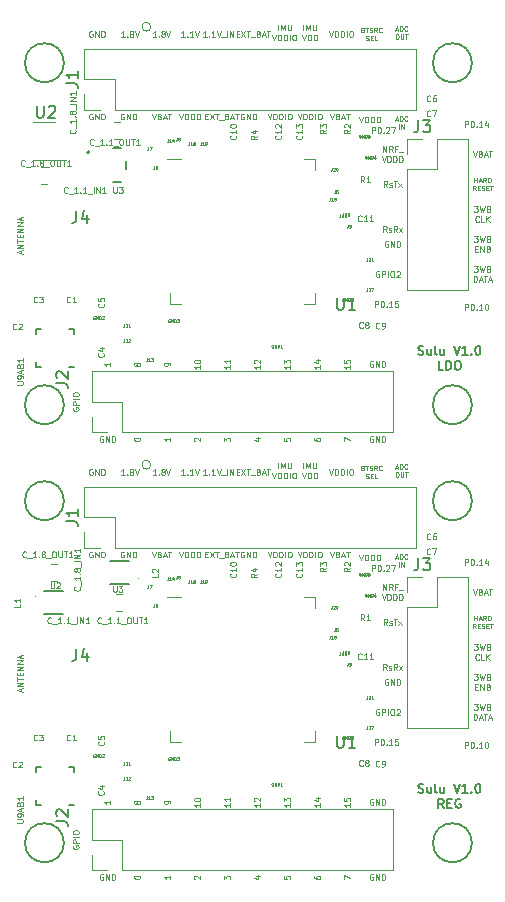
<source format=gto>
G04 #@! TF.GenerationSoftware,KiCad,Pcbnew,(5.1.6)-1*
G04 #@! TF.CreationDate,2021-09-14T14:20:35-07:00*
G04 #@! TF.ProjectId,sulu_ldo_and_reg_panel,73756c75-5f6c-4646-9f5f-616e645f7265,rev?*
G04 #@! TF.SameCoordinates,Original*
G04 #@! TF.FileFunction,Legend,Top*
G04 #@! TF.FilePolarity,Positive*
%FSLAX46Y46*%
G04 Gerber Fmt 4.6, Leading zero omitted, Abs format (unit mm)*
G04 Created by KiCad (PCBNEW (5.1.6)-1) date 2021-09-14 14:20:35*
%MOMM*%
%LPD*%
G01*
G04 APERTURE LIST*
%ADD10C,0.100000*%
%ADD11C,0.080000*%
%ADD12C,0.150000*%
%ADD13C,0.127000*%
%ADD14C,0.200000*%
%ADD15C,0.120000*%
%ADD16C,0.101600*%
%ADD17C,0.050800*%
%ADD18C,0.125000*%
%ADD19C,0.015000*%
G04 APERTURE END LIST*
D10*
X83328000Y-49629190D02*
X83042285Y-49629190D01*
X83185142Y-49629190D02*
X83185142Y-49129190D01*
X83137523Y-49200619D01*
X83089904Y-49248238D01*
X83042285Y-49272047D01*
X83542285Y-49581571D02*
X83566095Y-49605380D01*
X83542285Y-49629190D01*
X83518476Y-49605380D01*
X83542285Y-49581571D01*
X83542285Y-49629190D01*
X84042285Y-49629190D02*
X83756571Y-49629190D01*
X83899428Y-49629190D02*
X83899428Y-49129190D01*
X83851809Y-49200619D01*
X83804190Y-49248238D01*
X83756571Y-49272047D01*
X84185142Y-49129190D02*
X84351809Y-49629190D01*
X84518476Y-49129190D01*
X84566095Y-49676809D02*
X84947047Y-49676809D01*
X85066095Y-49629190D02*
X85066095Y-49129190D01*
X85304190Y-49629190D02*
X85304190Y-49129190D01*
X85589904Y-49629190D01*
X85589904Y-49129190D01*
X83201047Y-56352285D02*
X83367714Y-56352285D01*
X83439142Y-56614190D02*
X83201047Y-56614190D01*
X83201047Y-56114190D01*
X83439142Y-56114190D01*
X83605809Y-56114190D02*
X83939142Y-56614190D01*
X83939142Y-56114190D02*
X83605809Y-56614190D01*
X84058190Y-56114190D02*
X84343904Y-56114190D01*
X84201047Y-56614190D02*
X84201047Y-56114190D01*
X84391523Y-56661809D02*
X84772476Y-56661809D01*
X85058190Y-56352285D02*
X85129619Y-56376095D01*
X85153428Y-56399904D01*
X85177238Y-56447523D01*
X85177238Y-56518952D01*
X85153428Y-56566571D01*
X85129619Y-56590380D01*
X85082000Y-56614190D01*
X84891523Y-56614190D01*
X84891523Y-56114190D01*
X85058190Y-56114190D01*
X85105809Y-56138000D01*
X85129619Y-56161809D01*
X85153428Y-56209428D01*
X85153428Y-56257047D01*
X85129619Y-56304666D01*
X85105809Y-56328476D01*
X85058190Y-56352285D01*
X84891523Y-56352285D01*
X85367714Y-56471333D02*
X85605809Y-56471333D01*
X85320095Y-56614190D02*
X85486761Y-56114190D01*
X85653428Y-56614190D01*
X85748666Y-56114190D02*
X86034380Y-56114190D01*
X85891523Y-56614190D02*
X85891523Y-56114190D01*
D11*
X99326761Y-56622666D02*
X99517238Y-56622666D01*
X99288666Y-56736952D02*
X99422000Y-56336952D01*
X99555333Y-56736952D01*
X99688666Y-56736952D02*
X99688666Y-56336952D01*
X99783904Y-56336952D01*
X99841047Y-56356000D01*
X99879142Y-56394095D01*
X99898190Y-56432190D01*
X99917238Y-56508380D01*
X99917238Y-56565523D01*
X99898190Y-56641714D01*
X99879142Y-56679809D01*
X99841047Y-56717904D01*
X99783904Y-56736952D01*
X99688666Y-56736952D01*
X100317238Y-56698857D02*
X100298190Y-56717904D01*
X100241047Y-56736952D01*
X100202952Y-56736952D01*
X100145809Y-56717904D01*
X100107714Y-56679809D01*
X100088666Y-56641714D01*
X100069619Y-56565523D01*
X100069619Y-56508380D01*
X100088666Y-56432190D01*
X100107714Y-56394095D01*
X100145809Y-56356000D01*
X100202952Y-56336952D01*
X100241047Y-56336952D01*
X100298190Y-56356000D01*
X100317238Y-56375047D01*
X99612476Y-57416952D02*
X99612476Y-57016952D01*
X99802952Y-57416952D02*
X99802952Y-57016952D01*
X100031523Y-57416952D01*
X100031523Y-57016952D01*
D10*
X85868047Y-49367285D02*
X86034714Y-49367285D01*
X86106142Y-49629190D02*
X85868047Y-49629190D01*
X85868047Y-49129190D01*
X86106142Y-49129190D01*
X86272809Y-49129190D02*
X86606142Y-49629190D01*
X86606142Y-49129190D02*
X86272809Y-49629190D01*
X86725190Y-49129190D02*
X87010904Y-49129190D01*
X86868047Y-49629190D02*
X86868047Y-49129190D01*
X87058523Y-49676809D02*
X87439476Y-49676809D01*
X87725190Y-49367285D02*
X87796619Y-49391095D01*
X87820428Y-49414904D01*
X87844238Y-49462523D01*
X87844238Y-49533952D01*
X87820428Y-49581571D01*
X87796619Y-49605380D01*
X87749000Y-49629190D01*
X87558523Y-49629190D01*
X87558523Y-49129190D01*
X87725190Y-49129190D01*
X87772809Y-49153000D01*
X87796619Y-49176809D01*
X87820428Y-49224428D01*
X87820428Y-49272047D01*
X87796619Y-49319666D01*
X87772809Y-49343476D01*
X87725190Y-49367285D01*
X87558523Y-49367285D01*
X88034714Y-49486333D02*
X88272809Y-49486333D01*
X87987095Y-49629190D02*
X88153761Y-49129190D01*
X88320428Y-49629190D01*
X88415666Y-49129190D02*
X88701380Y-49129190D01*
X88558523Y-49629190D02*
X88558523Y-49129190D01*
X96238333Y-56368190D02*
X96405000Y-56868190D01*
X96571666Y-56368190D01*
X96738333Y-56868190D02*
X96738333Y-56368190D01*
X96857380Y-56368190D01*
X96928809Y-56392000D01*
X96976428Y-56439619D01*
X97000238Y-56487238D01*
X97024047Y-56582476D01*
X97024047Y-56653904D01*
X97000238Y-56749142D01*
X96976428Y-56796761D01*
X96928809Y-56844380D01*
X96857380Y-56868190D01*
X96738333Y-56868190D01*
X97238333Y-56868190D02*
X97238333Y-56368190D01*
X97357380Y-56368190D01*
X97428809Y-56392000D01*
X97476428Y-56439619D01*
X97500238Y-56487238D01*
X97524047Y-56582476D01*
X97524047Y-56653904D01*
X97500238Y-56749142D01*
X97476428Y-56796761D01*
X97428809Y-56844380D01*
X97357380Y-56868190D01*
X97238333Y-56868190D01*
X97738333Y-56868190D02*
X97738333Y-56368190D01*
X97857380Y-56368190D01*
X97928809Y-56392000D01*
X97976428Y-56439619D01*
X98000238Y-56487238D01*
X98024047Y-56582476D01*
X98024047Y-56653904D01*
X98000238Y-56749142D01*
X97976428Y-56796761D01*
X97928809Y-56844380D01*
X97857380Y-56868190D01*
X97738333Y-56868190D01*
X86487047Y-56138000D02*
X86439428Y-56114190D01*
X86368000Y-56114190D01*
X86296571Y-56138000D01*
X86248952Y-56185619D01*
X86225142Y-56233238D01*
X86201333Y-56328476D01*
X86201333Y-56399904D01*
X86225142Y-56495142D01*
X86248952Y-56542761D01*
X86296571Y-56590380D01*
X86368000Y-56614190D01*
X86415619Y-56614190D01*
X86487047Y-56590380D01*
X86510857Y-56566571D01*
X86510857Y-56399904D01*
X86415619Y-56399904D01*
X86725142Y-56614190D02*
X86725142Y-56114190D01*
X87010857Y-56614190D01*
X87010857Y-56114190D01*
X87248952Y-56614190D02*
X87248952Y-56114190D01*
X87368000Y-56114190D01*
X87439428Y-56138000D01*
X87487047Y-56185619D01*
X87510857Y-56233238D01*
X87534666Y-56328476D01*
X87534666Y-56399904D01*
X87510857Y-56495142D01*
X87487047Y-56542761D01*
X87439428Y-56590380D01*
X87368000Y-56614190D01*
X87248952Y-56614190D01*
X76327047Y-56138000D02*
X76279428Y-56114190D01*
X76208000Y-56114190D01*
X76136571Y-56138000D01*
X76088952Y-56185619D01*
X76065142Y-56233238D01*
X76041333Y-56328476D01*
X76041333Y-56399904D01*
X76065142Y-56495142D01*
X76088952Y-56542761D01*
X76136571Y-56590380D01*
X76208000Y-56614190D01*
X76255619Y-56614190D01*
X76327047Y-56590380D01*
X76350857Y-56566571D01*
X76350857Y-56399904D01*
X76255619Y-56399904D01*
X76565142Y-56614190D02*
X76565142Y-56114190D01*
X76850857Y-56614190D01*
X76850857Y-56114190D01*
X77088952Y-56614190D02*
X77088952Y-56114190D01*
X77208000Y-56114190D01*
X77279428Y-56138000D01*
X77327047Y-56185619D01*
X77350857Y-56233238D01*
X77374666Y-56328476D01*
X77374666Y-56399904D01*
X77350857Y-56495142D01*
X77327047Y-56542761D01*
X77279428Y-56590380D01*
X77208000Y-56614190D01*
X77088952Y-56614190D01*
X93793571Y-56114190D02*
X93960238Y-56614190D01*
X94126904Y-56114190D01*
X94460238Y-56352285D02*
X94531666Y-56376095D01*
X94555476Y-56399904D01*
X94579285Y-56447523D01*
X94579285Y-56518952D01*
X94555476Y-56566571D01*
X94531666Y-56590380D01*
X94484047Y-56614190D01*
X94293571Y-56614190D01*
X94293571Y-56114190D01*
X94460238Y-56114190D01*
X94507857Y-56138000D01*
X94531666Y-56161809D01*
X94555476Y-56209428D01*
X94555476Y-56257047D01*
X94531666Y-56304666D01*
X94507857Y-56328476D01*
X94460238Y-56352285D01*
X94293571Y-56352285D01*
X94769761Y-56471333D02*
X95007857Y-56471333D01*
X94722142Y-56614190D02*
X94888809Y-56114190D01*
X95055476Y-56614190D01*
X95150714Y-56114190D02*
X95436428Y-56114190D01*
X95293571Y-56614190D02*
X95293571Y-56114190D01*
X79073428Y-49629190D02*
X78787714Y-49629190D01*
X78930571Y-49629190D02*
X78930571Y-49129190D01*
X78882952Y-49200619D01*
X78835333Y-49248238D01*
X78787714Y-49272047D01*
X79287714Y-49581571D02*
X79311523Y-49605380D01*
X79287714Y-49629190D01*
X79263904Y-49605380D01*
X79287714Y-49581571D01*
X79287714Y-49629190D01*
X79597238Y-49343476D02*
X79549619Y-49319666D01*
X79525809Y-49295857D01*
X79502000Y-49248238D01*
X79502000Y-49224428D01*
X79525809Y-49176809D01*
X79549619Y-49153000D01*
X79597238Y-49129190D01*
X79692476Y-49129190D01*
X79740095Y-49153000D01*
X79763904Y-49176809D01*
X79787714Y-49224428D01*
X79787714Y-49248238D01*
X79763904Y-49295857D01*
X79740095Y-49319666D01*
X79692476Y-49343476D01*
X79597238Y-49343476D01*
X79549619Y-49367285D01*
X79525809Y-49391095D01*
X79502000Y-49438714D01*
X79502000Y-49533952D01*
X79525809Y-49581571D01*
X79549619Y-49605380D01*
X79597238Y-49629190D01*
X79692476Y-49629190D01*
X79740095Y-49605380D01*
X79763904Y-49581571D01*
X79787714Y-49533952D01*
X79787714Y-49438714D01*
X79763904Y-49391095D01*
X79740095Y-49367285D01*
X79692476Y-49343476D01*
X79930571Y-49129190D02*
X80097238Y-49629190D01*
X80263904Y-49129190D01*
X76406428Y-49629190D02*
X76120714Y-49629190D01*
X76263571Y-49629190D02*
X76263571Y-49129190D01*
X76215952Y-49200619D01*
X76168333Y-49248238D01*
X76120714Y-49272047D01*
X76620714Y-49581571D02*
X76644523Y-49605380D01*
X76620714Y-49629190D01*
X76596904Y-49605380D01*
X76620714Y-49581571D01*
X76620714Y-49629190D01*
X76930238Y-49343476D02*
X76882619Y-49319666D01*
X76858809Y-49295857D01*
X76835000Y-49248238D01*
X76835000Y-49224428D01*
X76858809Y-49176809D01*
X76882619Y-49153000D01*
X76930238Y-49129190D01*
X77025476Y-49129190D01*
X77073095Y-49153000D01*
X77096904Y-49176809D01*
X77120714Y-49224428D01*
X77120714Y-49248238D01*
X77096904Y-49295857D01*
X77073095Y-49319666D01*
X77025476Y-49343476D01*
X76930238Y-49343476D01*
X76882619Y-49367285D01*
X76858809Y-49391095D01*
X76835000Y-49438714D01*
X76835000Y-49533952D01*
X76858809Y-49581571D01*
X76882619Y-49605380D01*
X76930238Y-49629190D01*
X77025476Y-49629190D01*
X77073095Y-49605380D01*
X77096904Y-49581571D01*
X77120714Y-49533952D01*
X77120714Y-49438714D01*
X77096904Y-49391095D01*
X77073095Y-49367285D01*
X77025476Y-49343476D01*
X77263571Y-49129190D02*
X77430238Y-49629190D01*
X77596904Y-49129190D01*
X81486428Y-49629190D02*
X81200714Y-49629190D01*
X81343571Y-49629190D02*
X81343571Y-49129190D01*
X81295952Y-49200619D01*
X81248333Y-49248238D01*
X81200714Y-49272047D01*
X81700714Y-49581571D02*
X81724523Y-49605380D01*
X81700714Y-49629190D01*
X81676904Y-49605380D01*
X81700714Y-49581571D01*
X81700714Y-49629190D01*
X82200714Y-49629190D02*
X81915000Y-49629190D01*
X82057857Y-49629190D02*
X82057857Y-49129190D01*
X82010238Y-49200619D01*
X81962619Y-49248238D01*
X81915000Y-49272047D01*
X82343571Y-49129190D02*
X82510238Y-49629190D01*
X82676904Y-49129190D01*
X97587714Y-72489190D02*
X97587714Y-71989190D01*
X97778190Y-71989190D01*
X97825809Y-72013000D01*
X97849619Y-72036809D01*
X97873428Y-72084428D01*
X97873428Y-72155857D01*
X97849619Y-72203476D01*
X97825809Y-72227285D01*
X97778190Y-72251095D01*
X97587714Y-72251095D01*
X98182952Y-71989190D02*
X98230571Y-71989190D01*
X98278190Y-72013000D01*
X98302000Y-72036809D01*
X98325809Y-72084428D01*
X98349619Y-72179666D01*
X98349619Y-72298714D01*
X98325809Y-72393952D01*
X98302000Y-72441571D01*
X98278190Y-72465380D01*
X98230571Y-72489190D01*
X98182952Y-72489190D01*
X98135333Y-72465380D01*
X98111523Y-72441571D01*
X98087714Y-72393952D01*
X98063904Y-72298714D01*
X98063904Y-72179666D01*
X98087714Y-72084428D01*
X98111523Y-72036809D01*
X98135333Y-72013000D01*
X98182952Y-71989190D01*
X98563904Y-72441571D02*
X98587714Y-72465380D01*
X98563904Y-72489190D01*
X98540095Y-72465380D01*
X98563904Y-72441571D01*
X98563904Y-72489190D01*
X99063904Y-72489190D02*
X98778190Y-72489190D01*
X98921047Y-72489190D02*
X98921047Y-71989190D01*
X98873428Y-72060619D01*
X98825809Y-72108238D01*
X98778190Y-72132047D01*
X99516285Y-71989190D02*
X99278190Y-71989190D01*
X99254380Y-72227285D01*
X99278190Y-72203476D01*
X99325809Y-72179666D01*
X99444857Y-72179666D01*
X99492476Y-72203476D01*
X99516285Y-72227285D01*
X99540095Y-72274904D01*
X99540095Y-72393952D01*
X99516285Y-72441571D01*
X99492476Y-72465380D01*
X99444857Y-72489190D01*
X99325809Y-72489190D01*
X99278190Y-72465380D01*
X99254380Y-72441571D01*
X105207714Y-72743190D02*
X105207714Y-72243190D01*
X105398190Y-72243190D01*
X105445809Y-72267000D01*
X105469619Y-72290809D01*
X105493428Y-72338428D01*
X105493428Y-72409857D01*
X105469619Y-72457476D01*
X105445809Y-72481285D01*
X105398190Y-72505095D01*
X105207714Y-72505095D01*
X105802952Y-72243190D02*
X105850571Y-72243190D01*
X105898190Y-72267000D01*
X105922000Y-72290809D01*
X105945809Y-72338428D01*
X105969619Y-72433666D01*
X105969619Y-72552714D01*
X105945809Y-72647952D01*
X105922000Y-72695571D01*
X105898190Y-72719380D01*
X105850571Y-72743190D01*
X105802952Y-72743190D01*
X105755333Y-72719380D01*
X105731523Y-72695571D01*
X105707714Y-72647952D01*
X105683904Y-72552714D01*
X105683904Y-72433666D01*
X105707714Y-72338428D01*
X105731523Y-72290809D01*
X105755333Y-72267000D01*
X105802952Y-72243190D01*
X106183904Y-72695571D02*
X106207714Y-72719380D01*
X106183904Y-72743190D01*
X106160095Y-72719380D01*
X106183904Y-72695571D01*
X106183904Y-72743190D01*
X106683904Y-72743190D02*
X106398190Y-72743190D01*
X106541047Y-72743190D02*
X106541047Y-72243190D01*
X106493428Y-72314619D01*
X106445809Y-72362238D01*
X106398190Y-72386047D01*
X106993428Y-72243190D02*
X107041047Y-72243190D01*
X107088666Y-72267000D01*
X107112476Y-72290809D01*
X107136285Y-72338428D01*
X107160095Y-72433666D01*
X107160095Y-72552714D01*
X107136285Y-72647952D01*
X107112476Y-72695571D01*
X107088666Y-72719380D01*
X107041047Y-72743190D01*
X106993428Y-72743190D01*
X106945809Y-72719380D01*
X106922000Y-72695571D01*
X106898190Y-72647952D01*
X106874380Y-72552714D01*
X106874380Y-72433666D01*
X106898190Y-72338428D01*
X106922000Y-72290809D01*
X106945809Y-72267000D01*
X106993428Y-72243190D01*
X105207714Y-57249190D02*
X105207714Y-56749190D01*
X105398190Y-56749190D01*
X105445809Y-56773000D01*
X105469619Y-56796809D01*
X105493428Y-56844428D01*
X105493428Y-56915857D01*
X105469619Y-56963476D01*
X105445809Y-56987285D01*
X105398190Y-57011095D01*
X105207714Y-57011095D01*
X105802952Y-56749190D02*
X105850571Y-56749190D01*
X105898190Y-56773000D01*
X105922000Y-56796809D01*
X105945809Y-56844428D01*
X105969619Y-56939666D01*
X105969619Y-57058714D01*
X105945809Y-57153952D01*
X105922000Y-57201571D01*
X105898190Y-57225380D01*
X105850571Y-57249190D01*
X105802952Y-57249190D01*
X105755333Y-57225380D01*
X105731523Y-57201571D01*
X105707714Y-57153952D01*
X105683904Y-57058714D01*
X105683904Y-56939666D01*
X105707714Y-56844428D01*
X105731523Y-56796809D01*
X105755333Y-56773000D01*
X105802952Y-56749190D01*
X106183904Y-57201571D02*
X106207714Y-57225380D01*
X106183904Y-57249190D01*
X106160095Y-57225380D01*
X106183904Y-57201571D01*
X106183904Y-57249190D01*
X106683904Y-57249190D02*
X106398190Y-57249190D01*
X106541047Y-57249190D02*
X106541047Y-56749190D01*
X106493428Y-56820619D01*
X106445809Y-56868238D01*
X106398190Y-56892047D01*
X107112476Y-56915857D02*
X107112476Y-57249190D01*
X106993428Y-56725380D02*
X106874380Y-57082523D01*
X107183904Y-57082523D01*
X97333714Y-57757190D02*
X97333714Y-57257190D01*
X97524190Y-57257190D01*
X97571809Y-57281000D01*
X97595619Y-57304809D01*
X97619428Y-57352428D01*
X97619428Y-57423857D01*
X97595619Y-57471476D01*
X97571809Y-57495285D01*
X97524190Y-57519095D01*
X97333714Y-57519095D01*
X97928952Y-57257190D02*
X97976571Y-57257190D01*
X98024190Y-57281000D01*
X98048000Y-57304809D01*
X98071809Y-57352428D01*
X98095619Y-57447666D01*
X98095619Y-57566714D01*
X98071809Y-57661952D01*
X98048000Y-57709571D01*
X98024190Y-57733380D01*
X97976571Y-57757190D01*
X97928952Y-57757190D01*
X97881333Y-57733380D01*
X97857523Y-57709571D01*
X97833714Y-57661952D01*
X97809904Y-57566714D01*
X97809904Y-57447666D01*
X97833714Y-57352428D01*
X97857523Y-57304809D01*
X97881333Y-57281000D01*
X97928952Y-57257190D01*
X98309904Y-57709571D02*
X98333714Y-57733380D01*
X98309904Y-57757190D01*
X98286095Y-57733380D01*
X98309904Y-57709571D01*
X98309904Y-57757190D01*
X98524190Y-57304809D02*
X98548000Y-57281000D01*
X98595619Y-57257190D01*
X98714666Y-57257190D01*
X98762285Y-57281000D01*
X98786095Y-57304809D01*
X98809904Y-57352428D01*
X98809904Y-57400047D01*
X98786095Y-57471476D01*
X98500380Y-57757190D01*
X98809904Y-57757190D01*
X98976571Y-57257190D02*
X99309904Y-57257190D01*
X99095619Y-57757190D01*
X97940904Y-69473000D02*
X97893285Y-69449190D01*
X97821857Y-69449190D01*
X97750428Y-69473000D01*
X97702809Y-69520619D01*
X97679000Y-69568238D01*
X97655190Y-69663476D01*
X97655190Y-69734904D01*
X97679000Y-69830142D01*
X97702809Y-69877761D01*
X97750428Y-69925380D01*
X97821857Y-69949190D01*
X97869476Y-69949190D01*
X97940904Y-69925380D01*
X97964714Y-69901571D01*
X97964714Y-69734904D01*
X97869476Y-69734904D01*
X98179000Y-69949190D02*
X98179000Y-69449190D01*
X98369476Y-69449190D01*
X98417095Y-69473000D01*
X98440904Y-69496809D01*
X98464714Y-69544428D01*
X98464714Y-69615857D01*
X98440904Y-69663476D01*
X98417095Y-69687285D01*
X98369476Y-69711095D01*
X98179000Y-69711095D01*
X98679000Y-69949190D02*
X98679000Y-69449190D01*
X99012333Y-69449190D02*
X99107571Y-69449190D01*
X99155190Y-69473000D01*
X99202809Y-69520619D01*
X99226619Y-69615857D01*
X99226619Y-69782523D01*
X99202809Y-69877761D01*
X99155190Y-69925380D01*
X99107571Y-69949190D01*
X99012333Y-69949190D01*
X98964714Y-69925380D01*
X98917095Y-69877761D01*
X98893285Y-69782523D01*
X98893285Y-69615857D01*
X98917095Y-69520619D01*
X98964714Y-69473000D01*
X99012333Y-69449190D01*
X99417095Y-69496809D02*
X99440904Y-69473000D01*
X99488523Y-69449190D01*
X99607571Y-69449190D01*
X99655190Y-69473000D01*
X99679000Y-69496809D01*
X99702809Y-69544428D01*
X99702809Y-69592047D01*
X99679000Y-69663476D01*
X99393285Y-69949190D01*
X99702809Y-69949190D01*
X73660047Y-56138000D02*
X73612428Y-56114190D01*
X73541000Y-56114190D01*
X73469571Y-56138000D01*
X73421952Y-56185619D01*
X73398142Y-56233238D01*
X73374333Y-56328476D01*
X73374333Y-56399904D01*
X73398142Y-56495142D01*
X73421952Y-56542761D01*
X73469571Y-56590380D01*
X73541000Y-56614190D01*
X73588619Y-56614190D01*
X73660047Y-56590380D01*
X73683857Y-56566571D01*
X73683857Y-56399904D01*
X73588619Y-56399904D01*
X73898142Y-56614190D02*
X73898142Y-56114190D01*
X74183857Y-56614190D01*
X74183857Y-56114190D01*
X74421952Y-56614190D02*
X74421952Y-56114190D01*
X74541000Y-56114190D01*
X74612428Y-56138000D01*
X74660047Y-56185619D01*
X74683857Y-56233238D01*
X74707666Y-56328476D01*
X74707666Y-56399904D01*
X74683857Y-56495142D01*
X74660047Y-56542761D01*
X74612428Y-56590380D01*
X74541000Y-56614190D01*
X74421952Y-56614190D01*
X67647333Y-67956714D02*
X67647333Y-67718619D01*
X67790190Y-68004333D02*
X67290190Y-67837666D01*
X67790190Y-67671000D01*
X67790190Y-67504333D02*
X67290190Y-67504333D01*
X67790190Y-67218619D01*
X67290190Y-67218619D01*
X67290190Y-67051952D02*
X67290190Y-66766238D01*
X67790190Y-66909095D02*
X67290190Y-66909095D01*
X67528285Y-66599571D02*
X67528285Y-66432904D01*
X67790190Y-66361476D02*
X67790190Y-66599571D01*
X67290190Y-66599571D01*
X67290190Y-66361476D01*
X67790190Y-66147190D02*
X67290190Y-66147190D01*
X67790190Y-65861476D01*
X67290190Y-65861476D01*
X67790190Y-65623380D02*
X67290190Y-65623380D01*
X67790190Y-65337666D01*
X67290190Y-65337666D01*
X67647333Y-65123380D02*
X67647333Y-64885285D01*
X67790190Y-65171000D02*
X67290190Y-65004333D01*
X67790190Y-64837666D01*
X74549047Y-83443000D02*
X74501428Y-83419190D01*
X74430000Y-83419190D01*
X74358571Y-83443000D01*
X74310952Y-83490619D01*
X74287142Y-83538238D01*
X74263333Y-83633476D01*
X74263333Y-83704904D01*
X74287142Y-83800142D01*
X74310952Y-83847761D01*
X74358571Y-83895380D01*
X74430000Y-83919190D01*
X74477619Y-83919190D01*
X74549047Y-83895380D01*
X74572857Y-83871571D01*
X74572857Y-83704904D01*
X74477619Y-83704904D01*
X74787142Y-83919190D02*
X74787142Y-83419190D01*
X75072857Y-83919190D01*
X75072857Y-83419190D01*
X75310952Y-83919190D02*
X75310952Y-83419190D01*
X75430000Y-83419190D01*
X75501428Y-83443000D01*
X75549047Y-83490619D01*
X75572857Y-83538238D01*
X75596666Y-83633476D01*
X75596666Y-83704904D01*
X75572857Y-83800142D01*
X75549047Y-83847761D01*
X75501428Y-83895380D01*
X75430000Y-83919190D01*
X75310952Y-83919190D01*
X75156190Y-77200142D02*
X75156190Y-77485857D01*
X75156190Y-77343000D02*
X74656190Y-77343000D01*
X74727619Y-77390619D01*
X74775238Y-77438238D01*
X74799047Y-77485857D01*
D12*
X71247000Y-51816000D02*
G75*
G03*
X71247000Y-51816000I-1651000J0D01*
G01*
X71247000Y-80772000D02*
G75*
G03*
X71247000Y-80772000I-1651000J0D01*
G01*
X105791000Y-80772000D02*
G75*
G03*
X105791000Y-80772000I-1651000J0D01*
G01*
X105791000Y-51816000D02*
G75*
G03*
X105791000Y-51816000I-1651000J0D01*
G01*
D10*
X97409047Y-83443000D02*
X97361428Y-83419190D01*
X97290000Y-83419190D01*
X97218571Y-83443000D01*
X97170952Y-83490619D01*
X97147142Y-83538238D01*
X97123333Y-83633476D01*
X97123333Y-83704904D01*
X97147142Y-83800142D01*
X97170952Y-83847761D01*
X97218571Y-83895380D01*
X97290000Y-83919190D01*
X97337619Y-83919190D01*
X97409047Y-83895380D01*
X97432857Y-83871571D01*
X97432857Y-83704904D01*
X97337619Y-83704904D01*
X97647142Y-83919190D02*
X97647142Y-83419190D01*
X97932857Y-83919190D01*
X97932857Y-83419190D01*
X98170952Y-83919190D02*
X98170952Y-83419190D01*
X98290000Y-83419190D01*
X98361428Y-83443000D01*
X98409047Y-83490619D01*
X98432857Y-83538238D01*
X98456666Y-83633476D01*
X98456666Y-83704904D01*
X98432857Y-83800142D01*
X98409047Y-83847761D01*
X98361428Y-83895380D01*
X98290000Y-83919190D01*
X98170952Y-83919190D01*
X97409047Y-77093000D02*
X97361428Y-77069190D01*
X97290000Y-77069190D01*
X97218571Y-77093000D01*
X97170952Y-77140619D01*
X97147142Y-77188238D01*
X97123333Y-77283476D01*
X97123333Y-77354904D01*
X97147142Y-77450142D01*
X97170952Y-77497761D01*
X97218571Y-77545380D01*
X97290000Y-77569190D01*
X97337619Y-77569190D01*
X97409047Y-77545380D01*
X97432857Y-77521571D01*
X97432857Y-77354904D01*
X97337619Y-77354904D01*
X97647142Y-77569190D02*
X97647142Y-77069190D01*
X97932857Y-77569190D01*
X97932857Y-77069190D01*
X98170952Y-77569190D02*
X98170952Y-77069190D01*
X98290000Y-77069190D01*
X98361428Y-77093000D01*
X98409047Y-77140619D01*
X98432857Y-77188238D01*
X98456666Y-77283476D01*
X98456666Y-77354904D01*
X98432857Y-77450142D01*
X98409047Y-77497761D01*
X98361428Y-77545380D01*
X98290000Y-77569190D01*
X98170952Y-77569190D01*
D11*
X105994285Y-61943952D02*
X105994285Y-61543952D01*
X105994285Y-61734428D02*
X106222857Y-61734428D01*
X106222857Y-61943952D02*
X106222857Y-61543952D01*
X106394285Y-61829666D02*
X106584761Y-61829666D01*
X106356190Y-61943952D02*
X106489523Y-61543952D01*
X106622857Y-61943952D01*
X106984761Y-61943952D02*
X106851428Y-61753476D01*
X106756190Y-61943952D02*
X106756190Y-61543952D01*
X106908571Y-61543952D01*
X106946666Y-61563000D01*
X106965714Y-61582047D01*
X106984761Y-61620142D01*
X106984761Y-61677285D01*
X106965714Y-61715380D01*
X106946666Y-61734428D01*
X106908571Y-61753476D01*
X106756190Y-61753476D01*
X107156190Y-61943952D02*
X107156190Y-61543952D01*
X107251428Y-61543952D01*
X107308571Y-61563000D01*
X107346666Y-61601095D01*
X107365714Y-61639190D01*
X107384761Y-61715380D01*
X107384761Y-61772523D01*
X107365714Y-61848714D01*
X107346666Y-61886809D01*
X107308571Y-61924904D01*
X107251428Y-61943952D01*
X107156190Y-61943952D01*
X106099047Y-62623952D02*
X105965714Y-62433476D01*
X105870476Y-62623952D02*
X105870476Y-62223952D01*
X106022857Y-62223952D01*
X106060952Y-62243000D01*
X106080000Y-62262047D01*
X106099047Y-62300142D01*
X106099047Y-62357285D01*
X106080000Y-62395380D01*
X106060952Y-62414428D01*
X106022857Y-62433476D01*
X105870476Y-62433476D01*
X106270476Y-62414428D02*
X106403809Y-62414428D01*
X106460952Y-62623952D02*
X106270476Y-62623952D01*
X106270476Y-62223952D01*
X106460952Y-62223952D01*
X106613333Y-62604904D02*
X106670476Y-62623952D01*
X106765714Y-62623952D01*
X106803809Y-62604904D01*
X106822857Y-62585857D01*
X106841904Y-62547761D01*
X106841904Y-62509666D01*
X106822857Y-62471571D01*
X106803809Y-62452523D01*
X106765714Y-62433476D01*
X106689523Y-62414428D01*
X106651428Y-62395380D01*
X106632380Y-62376333D01*
X106613333Y-62338238D01*
X106613333Y-62300142D01*
X106632380Y-62262047D01*
X106651428Y-62243000D01*
X106689523Y-62223952D01*
X106784761Y-62223952D01*
X106841904Y-62243000D01*
X107013333Y-62414428D02*
X107146666Y-62414428D01*
X107203809Y-62623952D02*
X107013333Y-62623952D01*
X107013333Y-62223952D01*
X107203809Y-62223952D01*
X107318095Y-62223952D02*
X107546666Y-62223952D01*
X107432380Y-62623952D02*
X107432380Y-62223952D01*
D10*
X89368380Y-49077190D02*
X89368380Y-48577190D01*
X89606476Y-49077190D02*
X89606476Y-48577190D01*
X89773142Y-48934333D01*
X89939809Y-48577190D01*
X89939809Y-49077190D01*
X90177904Y-48577190D02*
X90177904Y-48981952D01*
X90201714Y-49029571D01*
X90225523Y-49053380D01*
X90273142Y-49077190D01*
X90368380Y-49077190D01*
X90416000Y-49053380D01*
X90439809Y-49029571D01*
X90463619Y-48981952D01*
X90463619Y-48577190D01*
X88868380Y-49427190D02*
X89035047Y-49927190D01*
X89201714Y-49427190D01*
X89368380Y-49927190D02*
X89368380Y-49427190D01*
X89487428Y-49427190D01*
X89558857Y-49451000D01*
X89606476Y-49498619D01*
X89630285Y-49546238D01*
X89654095Y-49641476D01*
X89654095Y-49712904D01*
X89630285Y-49808142D01*
X89606476Y-49855761D01*
X89558857Y-49903380D01*
X89487428Y-49927190D01*
X89368380Y-49927190D01*
X89868380Y-49927190D02*
X89868380Y-49427190D01*
X89987428Y-49427190D01*
X90058857Y-49451000D01*
X90106476Y-49498619D01*
X90130285Y-49546238D01*
X90154095Y-49641476D01*
X90154095Y-49712904D01*
X90130285Y-49808142D01*
X90106476Y-49855761D01*
X90058857Y-49903380D01*
X89987428Y-49927190D01*
X89868380Y-49927190D01*
X90368380Y-49927190D02*
X90368380Y-49427190D01*
X90701714Y-49427190D02*
X90796952Y-49427190D01*
X90844571Y-49451000D01*
X90892190Y-49498619D01*
X90916000Y-49593857D01*
X90916000Y-49760523D01*
X90892190Y-49855761D01*
X90844571Y-49903380D01*
X90796952Y-49927190D01*
X90701714Y-49927190D01*
X90654095Y-49903380D01*
X90606476Y-49855761D01*
X90582666Y-49760523D01*
X90582666Y-49593857D01*
X90606476Y-49498619D01*
X90654095Y-49451000D01*
X90701714Y-49427190D01*
X91027380Y-56114190D02*
X91194047Y-56614190D01*
X91360714Y-56114190D01*
X91527380Y-56614190D02*
X91527380Y-56114190D01*
X91646428Y-56114190D01*
X91717857Y-56138000D01*
X91765476Y-56185619D01*
X91789285Y-56233238D01*
X91813095Y-56328476D01*
X91813095Y-56399904D01*
X91789285Y-56495142D01*
X91765476Y-56542761D01*
X91717857Y-56590380D01*
X91646428Y-56614190D01*
X91527380Y-56614190D01*
X92027380Y-56614190D02*
X92027380Y-56114190D01*
X92146428Y-56114190D01*
X92217857Y-56138000D01*
X92265476Y-56185619D01*
X92289285Y-56233238D01*
X92313095Y-56328476D01*
X92313095Y-56399904D01*
X92289285Y-56495142D01*
X92265476Y-56542761D01*
X92217857Y-56590380D01*
X92146428Y-56614190D01*
X92027380Y-56614190D01*
X92527380Y-56614190D02*
X92527380Y-56114190D01*
X92860714Y-56114190D02*
X92955952Y-56114190D01*
X93003571Y-56138000D01*
X93051190Y-56185619D01*
X93075000Y-56280857D01*
X93075000Y-56447523D01*
X93051190Y-56542761D01*
X93003571Y-56590380D01*
X92955952Y-56614190D01*
X92860714Y-56614190D01*
X92813095Y-56590380D01*
X92765476Y-56542761D01*
X92741666Y-56447523D01*
X92741666Y-56280857D01*
X92765476Y-56185619D01*
X92813095Y-56138000D01*
X92860714Y-56114190D01*
X93694380Y-49129190D02*
X93861047Y-49629190D01*
X94027714Y-49129190D01*
X94194380Y-49629190D02*
X94194380Y-49129190D01*
X94313428Y-49129190D01*
X94384857Y-49153000D01*
X94432476Y-49200619D01*
X94456285Y-49248238D01*
X94480095Y-49343476D01*
X94480095Y-49414904D01*
X94456285Y-49510142D01*
X94432476Y-49557761D01*
X94384857Y-49605380D01*
X94313428Y-49629190D01*
X94194380Y-49629190D01*
X94694380Y-49629190D02*
X94694380Y-49129190D01*
X94813428Y-49129190D01*
X94884857Y-49153000D01*
X94932476Y-49200619D01*
X94956285Y-49248238D01*
X94980095Y-49343476D01*
X94980095Y-49414904D01*
X94956285Y-49510142D01*
X94932476Y-49557761D01*
X94884857Y-49605380D01*
X94813428Y-49629190D01*
X94694380Y-49629190D01*
X95194380Y-49629190D02*
X95194380Y-49129190D01*
X95527714Y-49129190D02*
X95622952Y-49129190D01*
X95670571Y-49153000D01*
X95718190Y-49200619D01*
X95742000Y-49295857D01*
X95742000Y-49462523D01*
X95718190Y-49557761D01*
X95670571Y-49605380D01*
X95622952Y-49629190D01*
X95527714Y-49629190D01*
X95480095Y-49605380D01*
X95432476Y-49557761D01*
X95408666Y-49462523D01*
X95408666Y-49295857D01*
X95432476Y-49200619D01*
X95480095Y-49153000D01*
X95527714Y-49129190D01*
X98262380Y-59364190D02*
X98262380Y-58864190D01*
X98548095Y-59364190D01*
X98548095Y-58864190D01*
X99071904Y-59364190D02*
X98905238Y-59126095D01*
X98786190Y-59364190D02*
X98786190Y-58864190D01*
X98976666Y-58864190D01*
X99024285Y-58888000D01*
X99048095Y-58911809D01*
X99071904Y-58959428D01*
X99071904Y-59030857D01*
X99048095Y-59078476D01*
X99024285Y-59102285D01*
X98976666Y-59126095D01*
X98786190Y-59126095D01*
X99452857Y-59102285D02*
X99286190Y-59102285D01*
X99286190Y-59364190D02*
X99286190Y-58864190D01*
X99524285Y-58864190D01*
X99595714Y-59411809D02*
X99976666Y-59411809D01*
X98143333Y-59714190D02*
X98310000Y-60214190D01*
X98476666Y-59714190D01*
X98643333Y-60214190D02*
X98643333Y-59714190D01*
X98762380Y-59714190D01*
X98833809Y-59738000D01*
X98881428Y-59785619D01*
X98905238Y-59833238D01*
X98929047Y-59928476D01*
X98929047Y-59999904D01*
X98905238Y-60095142D01*
X98881428Y-60142761D01*
X98833809Y-60190380D01*
X98762380Y-60214190D01*
X98643333Y-60214190D01*
X99143333Y-60214190D02*
X99143333Y-59714190D01*
X99262380Y-59714190D01*
X99333809Y-59738000D01*
X99381428Y-59785619D01*
X99405238Y-59833238D01*
X99429047Y-59928476D01*
X99429047Y-59999904D01*
X99405238Y-60095142D01*
X99381428Y-60142761D01*
X99333809Y-60190380D01*
X99262380Y-60214190D01*
X99143333Y-60214190D01*
X99643333Y-60214190D02*
X99643333Y-59714190D01*
X99762380Y-59714190D01*
X99833809Y-59738000D01*
X99881428Y-59785619D01*
X99905238Y-59833238D01*
X99929047Y-59928476D01*
X99929047Y-59999904D01*
X99905238Y-60095142D01*
X99881428Y-60142761D01*
X99833809Y-60190380D01*
X99762380Y-60214190D01*
X99643333Y-60214190D01*
X85316190Y-77438238D02*
X85316190Y-77723952D01*
X85316190Y-77581095D02*
X84816190Y-77581095D01*
X84887619Y-77628714D01*
X84935238Y-77676333D01*
X84959047Y-77723952D01*
X85316190Y-76962047D02*
X85316190Y-77247761D01*
X85316190Y-77104904D02*
X84816190Y-77104904D01*
X84887619Y-77152523D01*
X84935238Y-77200142D01*
X84959047Y-77247761D01*
D11*
X96567714Y-49034428D02*
X96624857Y-49053476D01*
X96643904Y-49072523D01*
X96662952Y-49110619D01*
X96662952Y-49167761D01*
X96643904Y-49205857D01*
X96624857Y-49224904D01*
X96586761Y-49243952D01*
X96434380Y-49243952D01*
X96434380Y-48843952D01*
X96567714Y-48843952D01*
X96605809Y-48863000D01*
X96624857Y-48882047D01*
X96643904Y-48920142D01*
X96643904Y-48958238D01*
X96624857Y-48996333D01*
X96605809Y-49015380D01*
X96567714Y-49034428D01*
X96434380Y-49034428D01*
X96777238Y-48843952D02*
X97005809Y-48843952D01*
X96891523Y-49243952D02*
X96891523Y-48843952D01*
X97120095Y-49224904D02*
X97177238Y-49243952D01*
X97272476Y-49243952D01*
X97310571Y-49224904D01*
X97329619Y-49205857D01*
X97348666Y-49167761D01*
X97348666Y-49129666D01*
X97329619Y-49091571D01*
X97310571Y-49072523D01*
X97272476Y-49053476D01*
X97196285Y-49034428D01*
X97158190Y-49015380D01*
X97139142Y-48996333D01*
X97120095Y-48958238D01*
X97120095Y-48920142D01*
X97139142Y-48882047D01*
X97158190Y-48863000D01*
X97196285Y-48843952D01*
X97291523Y-48843952D01*
X97348666Y-48863000D01*
X97748666Y-49243952D02*
X97615333Y-49053476D01*
X97520095Y-49243952D02*
X97520095Y-48843952D01*
X97672476Y-48843952D01*
X97710571Y-48863000D01*
X97729619Y-48882047D01*
X97748666Y-48920142D01*
X97748666Y-48977285D01*
X97729619Y-49015380D01*
X97710571Y-49034428D01*
X97672476Y-49053476D01*
X97520095Y-49053476D01*
X98148666Y-49205857D02*
X98129619Y-49224904D01*
X98072476Y-49243952D01*
X98034380Y-49243952D01*
X97977238Y-49224904D01*
X97939142Y-49186809D01*
X97920095Y-49148714D01*
X97901047Y-49072523D01*
X97901047Y-49015380D01*
X97920095Y-48939190D01*
X97939142Y-48901095D01*
X97977238Y-48863000D01*
X98034380Y-48843952D01*
X98072476Y-48843952D01*
X98129619Y-48863000D01*
X98148666Y-48882047D01*
X96824857Y-49904904D02*
X96882000Y-49923952D01*
X96977238Y-49923952D01*
X97015333Y-49904904D01*
X97034380Y-49885857D01*
X97053428Y-49847761D01*
X97053428Y-49809666D01*
X97034380Y-49771571D01*
X97015333Y-49752523D01*
X96977238Y-49733476D01*
X96901047Y-49714428D01*
X96862952Y-49695380D01*
X96843904Y-49676333D01*
X96824857Y-49638238D01*
X96824857Y-49600142D01*
X96843904Y-49562047D01*
X96862952Y-49543000D01*
X96901047Y-49523952D01*
X96996285Y-49523952D01*
X97053428Y-49543000D01*
X97224857Y-49714428D02*
X97358190Y-49714428D01*
X97415333Y-49923952D02*
X97224857Y-49923952D01*
X97224857Y-49523952D01*
X97415333Y-49523952D01*
X97777238Y-49923952D02*
X97586761Y-49923952D01*
X97586761Y-49523952D01*
D10*
X72013000Y-81018000D02*
X71989190Y-81065619D01*
X71989190Y-81137047D01*
X72013000Y-81208476D01*
X72060619Y-81256095D01*
X72108238Y-81279904D01*
X72203476Y-81303714D01*
X72274904Y-81303714D01*
X72370142Y-81279904D01*
X72417761Y-81256095D01*
X72465380Y-81208476D01*
X72489190Y-81137047D01*
X72489190Y-81089428D01*
X72465380Y-81018000D01*
X72441571Y-80994190D01*
X72274904Y-80994190D01*
X72274904Y-81089428D01*
X72489190Y-80779904D02*
X71989190Y-80779904D01*
X71989190Y-80589428D01*
X72013000Y-80541809D01*
X72036809Y-80518000D01*
X72084428Y-80494190D01*
X72155857Y-80494190D01*
X72203476Y-80518000D01*
X72227285Y-80541809D01*
X72251095Y-80589428D01*
X72251095Y-80779904D01*
X72489190Y-80279904D02*
X71989190Y-80279904D01*
X71989190Y-79946571D02*
X71989190Y-79851333D01*
X72013000Y-79803714D01*
X72060619Y-79756095D01*
X72155857Y-79732285D01*
X72322523Y-79732285D01*
X72417761Y-79756095D01*
X72465380Y-79803714D01*
X72489190Y-79851333D01*
X72489190Y-79946571D01*
X72465380Y-79994190D01*
X72417761Y-80041809D01*
X72322523Y-80065619D01*
X72155857Y-80065619D01*
X72060619Y-80041809D01*
X72013000Y-79994190D01*
X71989190Y-79946571D01*
D13*
X101255285Y-76508428D02*
X101364142Y-76544714D01*
X101545571Y-76544714D01*
X101618142Y-76508428D01*
X101654428Y-76472142D01*
X101690714Y-76399571D01*
X101690714Y-76327000D01*
X101654428Y-76254428D01*
X101618142Y-76218142D01*
X101545571Y-76181857D01*
X101400428Y-76145571D01*
X101327857Y-76109285D01*
X101291571Y-76073000D01*
X101255285Y-76000428D01*
X101255285Y-75927857D01*
X101291571Y-75855285D01*
X101327857Y-75819000D01*
X101400428Y-75782714D01*
X101581857Y-75782714D01*
X101690714Y-75819000D01*
X102343857Y-76036714D02*
X102343857Y-76544714D01*
X102017285Y-76036714D02*
X102017285Y-76435857D01*
X102053571Y-76508428D01*
X102126142Y-76544714D01*
X102235000Y-76544714D01*
X102307571Y-76508428D01*
X102343857Y-76472142D01*
X102815571Y-76544714D02*
X102743000Y-76508428D01*
X102706714Y-76435857D01*
X102706714Y-75782714D01*
X103432428Y-76036714D02*
X103432428Y-76544714D01*
X103105857Y-76036714D02*
X103105857Y-76435857D01*
X103142142Y-76508428D01*
X103214714Y-76544714D01*
X103323571Y-76544714D01*
X103396142Y-76508428D01*
X103432428Y-76472142D01*
X104267000Y-75782714D02*
X104521000Y-76544714D01*
X104775000Y-75782714D01*
X105428142Y-76544714D02*
X104992714Y-76544714D01*
X105210428Y-76544714D02*
X105210428Y-75782714D01*
X105137857Y-75891571D01*
X105065285Y-75964142D01*
X104992714Y-76000428D01*
X105754714Y-76472142D02*
X105791000Y-76508428D01*
X105754714Y-76544714D01*
X105718428Y-76508428D01*
X105754714Y-76472142D01*
X105754714Y-76544714D01*
X106262714Y-75782714D02*
X106335285Y-75782714D01*
X106407857Y-75819000D01*
X106444142Y-75855285D01*
X106480428Y-75927857D01*
X106516714Y-76073000D01*
X106516714Y-76254428D01*
X106480428Y-76399571D01*
X106444142Y-76472142D01*
X106407857Y-76508428D01*
X106335285Y-76544714D01*
X106262714Y-76544714D01*
X106190142Y-76508428D01*
X106153857Y-76472142D01*
X106117571Y-76399571D01*
X106081285Y-76254428D01*
X106081285Y-76073000D01*
X106117571Y-75927857D01*
X106153857Y-75855285D01*
X106190142Y-75819000D01*
X106262714Y-75782714D01*
X103341714Y-77814714D02*
X102978857Y-77814714D01*
X102978857Y-77052714D01*
X103595714Y-77814714D02*
X103595714Y-77052714D01*
X103777142Y-77052714D01*
X103886000Y-77089000D01*
X103958571Y-77161571D01*
X103994857Y-77234142D01*
X104031142Y-77379285D01*
X104031142Y-77488142D01*
X103994857Y-77633285D01*
X103958571Y-77705857D01*
X103886000Y-77778428D01*
X103777142Y-77814714D01*
X103595714Y-77814714D01*
X104502857Y-77052714D02*
X104648000Y-77052714D01*
X104720571Y-77089000D01*
X104793142Y-77161571D01*
X104829428Y-77306714D01*
X104829428Y-77560714D01*
X104793142Y-77705857D01*
X104720571Y-77778428D01*
X104648000Y-77814714D01*
X104502857Y-77814714D01*
X104430285Y-77778428D01*
X104357714Y-77705857D01*
X104321428Y-77560714D01*
X104321428Y-77306714D01*
X104357714Y-77161571D01*
X104430285Y-77089000D01*
X104502857Y-77052714D01*
D10*
X98679047Y-66933000D02*
X98631428Y-66909190D01*
X98560000Y-66909190D01*
X98488571Y-66933000D01*
X98440952Y-66980619D01*
X98417142Y-67028238D01*
X98393333Y-67123476D01*
X98393333Y-67194904D01*
X98417142Y-67290142D01*
X98440952Y-67337761D01*
X98488571Y-67385380D01*
X98560000Y-67409190D01*
X98607619Y-67409190D01*
X98679047Y-67385380D01*
X98702857Y-67361571D01*
X98702857Y-67194904D01*
X98607619Y-67194904D01*
X98917142Y-67409190D02*
X98917142Y-66909190D01*
X99202857Y-67409190D01*
X99202857Y-66909190D01*
X99440952Y-67409190D02*
X99440952Y-66909190D01*
X99560000Y-66909190D01*
X99631428Y-66933000D01*
X99679047Y-66980619D01*
X99702857Y-67028238D01*
X99726666Y-67123476D01*
X99726666Y-67194904D01*
X99702857Y-67290142D01*
X99679047Y-67337761D01*
X99631428Y-67385380D01*
X99560000Y-67409190D01*
X99440952Y-67409190D01*
X73660047Y-49153000D02*
X73612428Y-49129190D01*
X73541000Y-49129190D01*
X73469571Y-49153000D01*
X73421952Y-49200619D01*
X73398142Y-49248238D01*
X73374333Y-49343476D01*
X73374333Y-49414904D01*
X73398142Y-49510142D01*
X73421952Y-49557761D01*
X73469571Y-49605380D01*
X73541000Y-49629190D01*
X73588619Y-49629190D01*
X73660047Y-49605380D01*
X73683857Y-49581571D01*
X73683857Y-49414904D01*
X73588619Y-49414904D01*
X73898142Y-49629190D02*
X73898142Y-49129190D01*
X74183857Y-49629190D01*
X74183857Y-49129190D01*
X74421952Y-49629190D02*
X74421952Y-49129190D01*
X74541000Y-49129190D01*
X74612428Y-49153000D01*
X74660047Y-49200619D01*
X74683857Y-49248238D01*
X74707666Y-49343476D01*
X74707666Y-49414904D01*
X74683857Y-49510142D01*
X74660047Y-49557761D01*
X74612428Y-49605380D01*
X74541000Y-49629190D01*
X74421952Y-49629190D01*
X78680571Y-56114190D02*
X78847238Y-56614190D01*
X79013904Y-56114190D01*
X79347238Y-56352285D02*
X79418666Y-56376095D01*
X79442476Y-56399904D01*
X79466285Y-56447523D01*
X79466285Y-56518952D01*
X79442476Y-56566571D01*
X79418666Y-56590380D01*
X79371047Y-56614190D01*
X79180571Y-56614190D01*
X79180571Y-56114190D01*
X79347238Y-56114190D01*
X79394857Y-56138000D01*
X79418666Y-56161809D01*
X79442476Y-56209428D01*
X79442476Y-56257047D01*
X79418666Y-56304666D01*
X79394857Y-56328476D01*
X79347238Y-56352285D01*
X79180571Y-56352285D01*
X79656761Y-56471333D02*
X79894857Y-56471333D01*
X79609142Y-56614190D02*
X79775809Y-56114190D01*
X79942476Y-56614190D01*
X80037714Y-56114190D02*
X80323428Y-56114190D01*
X80180571Y-56614190D02*
X80180571Y-56114190D01*
X88487380Y-56114190D02*
X88654047Y-56614190D01*
X88820714Y-56114190D01*
X88987380Y-56614190D02*
X88987380Y-56114190D01*
X89106428Y-56114190D01*
X89177857Y-56138000D01*
X89225476Y-56185619D01*
X89249285Y-56233238D01*
X89273095Y-56328476D01*
X89273095Y-56399904D01*
X89249285Y-56495142D01*
X89225476Y-56542761D01*
X89177857Y-56590380D01*
X89106428Y-56614190D01*
X88987380Y-56614190D01*
X89487380Y-56614190D02*
X89487380Y-56114190D01*
X89606428Y-56114190D01*
X89677857Y-56138000D01*
X89725476Y-56185619D01*
X89749285Y-56233238D01*
X89773095Y-56328476D01*
X89773095Y-56399904D01*
X89749285Y-56495142D01*
X89725476Y-56542761D01*
X89677857Y-56590380D01*
X89606428Y-56614190D01*
X89487380Y-56614190D01*
X89987380Y-56614190D02*
X89987380Y-56114190D01*
X90320714Y-56114190D02*
X90415952Y-56114190D01*
X90463571Y-56138000D01*
X90511190Y-56185619D01*
X90535000Y-56280857D01*
X90535000Y-56447523D01*
X90511190Y-56542761D01*
X90463571Y-56590380D01*
X90415952Y-56614190D01*
X90320714Y-56614190D01*
X90273095Y-56590380D01*
X90225476Y-56542761D01*
X90201666Y-56447523D01*
X90201666Y-56280857D01*
X90225476Y-56185619D01*
X90273095Y-56138000D01*
X90320714Y-56114190D01*
X91527380Y-49077190D02*
X91527380Y-48577190D01*
X91765476Y-49077190D02*
X91765476Y-48577190D01*
X91932142Y-48934333D01*
X92098809Y-48577190D01*
X92098809Y-49077190D01*
X92336904Y-48577190D02*
X92336904Y-48981952D01*
X92360714Y-49029571D01*
X92384523Y-49053380D01*
X92432142Y-49077190D01*
X92527380Y-49077190D01*
X92575000Y-49053380D01*
X92598809Y-49029571D01*
X92622619Y-48981952D01*
X92622619Y-48577190D01*
X91408333Y-49427190D02*
X91575000Y-49927190D01*
X91741666Y-49427190D01*
X91908333Y-49927190D02*
X91908333Y-49427190D01*
X92027380Y-49427190D01*
X92098809Y-49451000D01*
X92146428Y-49498619D01*
X92170238Y-49546238D01*
X92194047Y-49641476D01*
X92194047Y-49712904D01*
X92170238Y-49808142D01*
X92146428Y-49855761D01*
X92098809Y-49903380D01*
X92027380Y-49927190D01*
X91908333Y-49927190D01*
X92408333Y-49927190D02*
X92408333Y-49427190D01*
X92527380Y-49427190D01*
X92598809Y-49451000D01*
X92646428Y-49498619D01*
X92670238Y-49546238D01*
X92694047Y-49641476D01*
X92694047Y-49712904D01*
X92670238Y-49808142D01*
X92646428Y-49855761D01*
X92598809Y-49903380D01*
X92527380Y-49927190D01*
X92408333Y-49927190D01*
X95476190Y-77438238D02*
X95476190Y-77723952D01*
X95476190Y-77581095D02*
X94976190Y-77581095D01*
X95047619Y-77628714D01*
X95095238Y-77676333D01*
X95119047Y-77723952D01*
X94976190Y-76985857D02*
X94976190Y-77223952D01*
X95214285Y-77247761D01*
X95190476Y-77223952D01*
X95166666Y-77176333D01*
X95166666Y-77057285D01*
X95190476Y-77009666D01*
X95214285Y-76985857D01*
X95261904Y-76962047D01*
X95380952Y-76962047D01*
X95428571Y-76985857D01*
X95452380Y-77009666D01*
X95476190Y-77057285D01*
X95476190Y-77176333D01*
X95452380Y-77223952D01*
X95428571Y-77247761D01*
X92936190Y-77438238D02*
X92936190Y-77723952D01*
X92936190Y-77581095D02*
X92436190Y-77581095D01*
X92507619Y-77628714D01*
X92555238Y-77676333D01*
X92579047Y-77723952D01*
X92602857Y-77009666D02*
X92936190Y-77009666D01*
X92412380Y-77128714D02*
X92769523Y-77247761D01*
X92769523Y-76938238D01*
X90396190Y-77438238D02*
X90396190Y-77723952D01*
X90396190Y-77581095D02*
X89896190Y-77581095D01*
X89967619Y-77628714D01*
X90015238Y-77676333D01*
X90039047Y-77723952D01*
X89896190Y-77271571D02*
X89896190Y-76962047D01*
X90086666Y-77128714D01*
X90086666Y-77057285D01*
X90110476Y-77009666D01*
X90134285Y-76985857D01*
X90181904Y-76962047D01*
X90300952Y-76962047D01*
X90348571Y-76985857D01*
X90372380Y-77009666D01*
X90396190Y-77057285D01*
X90396190Y-77200142D01*
X90372380Y-77247761D01*
X90348571Y-77271571D01*
X87856190Y-77438238D02*
X87856190Y-77723952D01*
X87856190Y-77581095D02*
X87356190Y-77581095D01*
X87427619Y-77628714D01*
X87475238Y-77676333D01*
X87499047Y-77723952D01*
X87403809Y-77247761D02*
X87380000Y-77223952D01*
X87356190Y-77176333D01*
X87356190Y-77057285D01*
X87380000Y-77009666D01*
X87403809Y-76985857D01*
X87451428Y-76962047D01*
X87499047Y-76962047D01*
X87570476Y-76985857D01*
X87856190Y-77271571D01*
X87856190Y-76962047D01*
X98619523Y-62329190D02*
X98452857Y-62091095D01*
X98333809Y-62329190D02*
X98333809Y-61829190D01*
X98524285Y-61829190D01*
X98571904Y-61853000D01*
X98595714Y-61876809D01*
X98619523Y-61924428D01*
X98619523Y-61995857D01*
X98595714Y-62043476D01*
X98571904Y-62067285D01*
X98524285Y-62091095D01*
X98333809Y-62091095D01*
X98810000Y-62305380D02*
X98857619Y-62329190D01*
X98952857Y-62329190D01*
X99000476Y-62305380D01*
X99024285Y-62257761D01*
X99024285Y-62233952D01*
X99000476Y-62186333D01*
X98952857Y-62162523D01*
X98881428Y-62162523D01*
X98833809Y-62138714D01*
X98810000Y-62091095D01*
X98810000Y-62067285D01*
X98833809Y-62019666D01*
X98881428Y-61995857D01*
X98952857Y-61995857D01*
X99000476Y-62019666D01*
X99167142Y-61829190D02*
X99452857Y-61829190D01*
X99310000Y-62329190D02*
X99310000Y-61829190D01*
X99571904Y-62329190D02*
X99833809Y-61995857D01*
X99571904Y-61995857D02*
X99833809Y-62329190D01*
X98560000Y-66139190D02*
X98393333Y-65901095D01*
X98274285Y-66139190D02*
X98274285Y-65639190D01*
X98464761Y-65639190D01*
X98512380Y-65663000D01*
X98536190Y-65686809D01*
X98560000Y-65734428D01*
X98560000Y-65805857D01*
X98536190Y-65853476D01*
X98512380Y-65877285D01*
X98464761Y-65901095D01*
X98274285Y-65901095D01*
X98750476Y-66115380D02*
X98798095Y-66139190D01*
X98893333Y-66139190D01*
X98940952Y-66115380D01*
X98964761Y-66067761D01*
X98964761Y-66043952D01*
X98940952Y-65996333D01*
X98893333Y-65972523D01*
X98821904Y-65972523D01*
X98774285Y-65948714D01*
X98750476Y-65901095D01*
X98750476Y-65877285D01*
X98774285Y-65829666D01*
X98821904Y-65805857D01*
X98893333Y-65805857D01*
X98940952Y-65829666D01*
X99464761Y-66139190D02*
X99298095Y-65901095D01*
X99179047Y-66139190D02*
X99179047Y-65639190D01*
X99369523Y-65639190D01*
X99417142Y-65663000D01*
X99440952Y-65686809D01*
X99464761Y-65734428D01*
X99464761Y-65805857D01*
X99440952Y-65853476D01*
X99417142Y-65877285D01*
X99369523Y-65901095D01*
X99179047Y-65901095D01*
X99631428Y-66139190D02*
X99893333Y-65805857D01*
X99631428Y-65805857D02*
X99893333Y-66139190D01*
X105977619Y-63944190D02*
X106287142Y-63944190D01*
X106120476Y-64134666D01*
X106191904Y-64134666D01*
X106239523Y-64158476D01*
X106263333Y-64182285D01*
X106287142Y-64229904D01*
X106287142Y-64348952D01*
X106263333Y-64396571D01*
X106239523Y-64420380D01*
X106191904Y-64444190D01*
X106049047Y-64444190D01*
X106001428Y-64420380D01*
X105977619Y-64396571D01*
X106453809Y-63944190D02*
X106572857Y-64444190D01*
X106668095Y-64087047D01*
X106763333Y-64444190D01*
X106882380Y-63944190D01*
X107239523Y-64182285D02*
X107310952Y-64206095D01*
X107334761Y-64229904D01*
X107358571Y-64277523D01*
X107358571Y-64348952D01*
X107334761Y-64396571D01*
X107310952Y-64420380D01*
X107263333Y-64444190D01*
X107072857Y-64444190D01*
X107072857Y-63944190D01*
X107239523Y-63944190D01*
X107287142Y-63968000D01*
X107310952Y-63991809D01*
X107334761Y-64039428D01*
X107334761Y-64087047D01*
X107310952Y-64134666D01*
X107287142Y-64158476D01*
X107239523Y-64182285D01*
X107072857Y-64182285D01*
X106382380Y-65246571D02*
X106358571Y-65270380D01*
X106287142Y-65294190D01*
X106239523Y-65294190D01*
X106168095Y-65270380D01*
X106120476Y-65222761D01*
X106096666Y-65175142D01*
X106072857Y-65079904D01*
X106072857Y-65008476D01*
X106096666Y-64913238D01*
X106120476Y-64865619D01*
X106168095Y-64818000D01*
X106239523Y-64794190D01*
X106287142Y-64794190D01*
X106358571Y-64818000D01*
X106382380Y-64841809D01*
X106834761Y-65294190D02*
X106596666Y-65294190D01*
X106596666Y-64794190D01*
X107001428Y-65294190D02*
X107001428Y-64794190D01*
X107287142Y-65294190D02*
X107072857Y-65008476D01*
X107287142Y-64794190D02*
X107001428Y-65079904D01*
X105977619Y-66484190D02*
X106287142Y-66484190D01*
X106120476Y-66674666D01*
X106191904Y-66674666D01*
X106239523Y-66698476D01*
X106263333Y-66722285D01*
X106287142Y-66769904D01*
X106287142Y-66888952D01*
X106263333Y-66936571D01*
X106239523Y-66960380D01*
X106191904Y-66984190D01*
X106049047Y-66984190D01*
X106001428Y-66960380D01*
X105977619Y-66936571D01*
X106453809Y-66484190D02*
X106572857Y-66984190D01*
X106668095Y-66627047D01*
X106763333Y-66984190D01*
X106882380Y-66484190D01*
X107239523Y-66722285D02*
X107310952Y-66746095D01*
X107334761Y-66769904D01*
X107358571Y-66817523D01*
X107358571Y-66888952D01*
X107334761Y-66936571D01*
X107310952Y-66960380D01*
X107263333Y-66984190D01*
X107072857Y-66984190D01*
X107072857Y-66484190D01*
X107239523Y-66484190D01*
X107287142Y-66508000D01*
X107310952Y-66531809D01*
X107334761Y-66579428D01*
X107334761Y-66627047D01*
X107310952Y-66674666D01*
X107287142Y-66698476D01*
X107239523Y-66722285D01*
X107072857Y-66722285D01*
X106060952Y-67572285D02*
X106227619Y-67572285D01*
X106299047Y-67834190D02*
X106060952Y-67834190D01*
X106060952Y-67334190D01*
X106299047Y-67334190D01*
X106513333Y-67834190D02*
X106513333Y-67334190D01*
X106799047Y-67834190D01*
X106799047Y-67334190D01*
X107203809Y-67572285D02*
X107275238Y-67596095D01*
X107299047Y-67619904D01*
X107322857Y-67667523D01*
X107322857Y-67738952D01*
X107299047Y-67786571D01*
X107275238Y-67810380D01*
X107227619Y-67834190D01*
X107037142Y-67834190D01*
X107037142Y-67334190D01*
X107203809Y-67334190D01*
X107251428Y-67358000D01*
X107275238Y-67381809D01*
X107299047Y-67429428D01*
X107299047Y-67477047D01*
X107275238Y-67524666D01*
X107251428Y-67548476D01*
X107203809Y-67572285D01*
X107037142Y-67572285D01*
D11*
X105977619Y-69034190D02*
X106287142Y-69034190D01*
X106120476Y-69224666D01*
X106191904Y-69224666D01*
X106239523Y-69248476D01*
X106263333Y-69272285D01*
X106287142Y-69319904D01*
X106287142Y-69438952D01*
X106263333Y-69486571D01*
X106239523Y-69510380D01*
X106191904Y-69534190D01*
X106049047Y-69534190D01*
X106001428Y-69510380D01*
X105977619Y-69486571D01*
X106453809Y-69034190D02*
X106572857Y-69534190D01*
X106668095Y-69177047D01*
X106763333Y-69534190D01*
X106882380Y-69034190D01*
X107239523Y-69272285D02*
X107310952Y-69296095D01*
X107334761Y-69319904D01*
X107358571Y-69367523D01*
X107358571Y-69438952D01*
X107334761Y-69486571D01*
X107310952Y-69510380D01*
X107263333Y-69534190D01*
X107072857Y-69534190D01*
X107072857Y-69034190D01*
X107239523Y-69034190D01*
X107287142Y-69058000D01*
X107310952Y-69081809D01*
X107334761Y-69129428D01*
X107334761Y-69177047D01*
X107310952Y-69224666D01*
X107287142Y-69248476D01*
X107239523Y-69272285D01*
X107072857Y-69272285D01*
X105930000Y-70364190D02*
X105930000Y-69864190D01*
X106049047Y-69864190D01*
X106120476Y-69888000D01*
X106168095Y-69935619D01*
X106191904Y-69983238D01*
X106215714Y-70078476D01*
X106215714Y-70149904D01*
X106191904Y-70245142D01*
X106168095Y-70292761D01*
X106120476Y-70340380D01*
X106049047Y-70364190D01*
X105930000Y-70364190D01*
X106406190Y-70221333D02*
X106644285Y-70221333D01*
X106358571Y-70364190D02*
X106525238Y-69864190D01*
X106691904Y-70364190D01*
X106787142Y-69864190D02*
X107072857Y-69864190D01*
X106930000Y-70364190D02*
X106930000Y-69864190D01*
X107215714Y-70221333D02*
X107453809Y-70221333D01*
X107168095Y-70364190D02*
X107334761Y-69864190D01*
X107501428Y-70364190D01*
X99326761Y-49002666D02*
X99517238Y-49002666D01*
X99288666Y-49116952D02*
X99422000Y-48716952D01*
X99555333Y-49116952D01*
X99688666Y-49116952D02*
X99688666Y-48716952D01*
X99783904Y-48716952D01*
X99841047Y-48736000D01*
X99879142Y-48774095D01*
X99898190Y-48812190D01*
X99917238Y-48888380D01*
X99917238Y-48945523D01*
X99898190Y-49021714D01*
X99879142Y-49059809D01*
X99841047Y-49097904D01*
X99783904Y-49116952D01*
X99688666Y-49116952D01*
X100317238Y-49078857D02*
X100298190Y-49097904D01*
X100241047Y-49116952D01*
X100202952Y-49116952D01*
X100145809Y-49097904D01*
X100107714Y-49059809D01*
X100088666Y-49021714D01*
X100069619Y-48945523D01*
X100069619Y-48888380D01*
X100088666Y-48812190D01*
X100107714Y-48774095D01*
X100145809Y-48736000D01*
X100202952Y-48716952D01*
X100241047Y-48716952D01*
X100298190Y-48736000D01*
X100317238Y-48755047D01*
X99422000Y-49396952D02*
X99498190Y-49396952D01*
X99536285Y-49416000D01*
X99574380Y-49454095D01*
X99593428Y-49530285D01*
X99593428Y-49663619D01*
X99574380Y-49739809D01*
X99536285Y-49777904D01*
X99498190Y-49796952D01*
X99422000Y-49796952D01*
X99383904Y-49777904D01*
X99345809Y-49739809D01*
X99326761Y-49663619D01*
X99326761Y-49530285D01*
X99345809Y-49454095D01*
X99383904Y-49416000D01*
X99422000Y-49396952D01*
X99764857Y-49396952D02*
X99764857Y-49720761D01*
X99783904Y-49758857D01*
X99802952Y-49777904D01*
X99841047Y-49796952D01*
X99917238Y-49796952D01*
X99955333Y-49777904D01*
X99974380Y-49758857D01*
X99993428Y-49720761D01*
X99993428Y-49396952D01*
X100126761Y-49396952D02*
X100355333Y-49396952D01*
X100241047Y-49796952D02*
X100241047Y-49396952D01*
D10*
X80998333Y-56114190D02*
X81165000Y-56614190D01*
X81331666Y-56114190D01*
X81498333Y-56614190D02*
X81498333Y-56114190D01*
X81617380Y-56114190D01*
X81688809Y-56138000D01*
X81736428Y-56185619D01*
X81760238Y-56233238D01*
X81784047Y-56328476D01*
X81784047Y-56399904D01*
X81760238Y-56495142D01*
X81736428Y-56542761D01*
X81688809Y-56590380D01*
X81617380Y-56614190D01*
X81498333Y-56614190D01*
X81998333Y-56614190D02*
X81998333Y-56114190D01*
X82117380Y-56114190D01*
X82188809Y-56138000D01*
X82236428Y-56185619D01*
X82260238Y-56233238D01*
X82284047Y-56328476D01*
X82284047Y-56399904D01*
X82260238Y-56495142D01*
X82236428Y-56542761D01*
X82188809Y-56590380D01*
X82117380Y-56614190D01*
X81998333Y-56614190D01*
X82498333Y-56614190D02*
X82498333Y-56114190D01*
X82617380Y-56114190D01*
X82688809Y-56138000D01*
X82736428Y-56185619D01*
X82760238Y-56233238D01*
X82784047Y-56328476D01*
X82784047Y-56399904D01*
X82760238Y-56495142D01*
X82736428Y-56542761D01*
X82688809Y-56590380D01*
X82617380Y-56614190D01*
X82498333Y-56614190D01*
X105858571Y-59289190D02*
X106025238Y-59789190D01*
X106191904Y-59289190D01*
X106525238Y-59527285D02*
X106596666Y-59551095D01*
X106620476Y-59574904D01*
X106644285Y-59622523D01*
X106644285Y-59693952D01*
X106620476Y-59741571D01*
X106596666Y-59765380D01*
X106549047Y-59789190D01*
X106358571Y-59789190D01*
X106358571Y-59289190D01*
X106525238Y-59289190D01*
X106572857Y-59313000D01*
X106596666Y-59336809D01*
X106620476Y-59384428D01*
X106620476Y-59432047D01*
X106596666Y-59479666D01*
X106572857Y-59503476D01*
X106525238Y-59527285D01*
X106358571Y-59527285D01*
X106834761Y-59646333D02*
X107072857Y-59646333D01*
X106787142Y-59789190D02*
X106953809Y-59289190D01*
X107120476Y-59789190D01*
X107215714Y-59289190D02*
X107501428Y-59289190D01*
X107358571Y-59789190D02*
X107358571Y-59289190D01*
X82776190Y-77438238D02*
X82776190Y-77723952D01*
X82776190Y-77581095D02*
X82276190Y-77581095D01*
X82347619Y-77628714D01*
X82395238Y-77676333D01*
X82419047Y-77723952D01*
X82276190Y-77128714D02*
X82276190Y-77081095D01*
X82300000Y-77033476D01*
X82323809Y-77009666D01*
X82371428Y-76985857D01*
X82466666Y-76962047D01*
X82585714Y-76962047D01*
X82680952Y-76985857D01*
X82728571Y-77009666D01*
X82752380Y-77033476D01*
X82776190Y-77081095D01*
X82776190Y-77128714D01*
X82752380Y-77176333D01*
X82728571Y-77200142D01*
X82680952Y-77223952D01*
X82585714Y-77247761D01*
X82466666Y-77247761D01*
X82371428Y-77223952D01*
X82323809Y-77200142D01*
X82300000Y-77176333D01*
X82276190Y-77128714D01*
X80236190Y-77438238D02*
X80236190Y-77343000D01*
X80212380Y-77295380D01*
X80188571Y-77271571D01*
X80117142Y-77223952D01*
X80021904Y-77200142D01*
X79831428Y-77200142D01*
X79783809Y-77223952D01*
X79760000Y-77247761D01*
X79736190Y-77295380D01*
X79736190Y-77390619D01*
X79760000Y-77438238D01*
X79783809Y-77462047D01*
X79831428Y-77485857D01*
X79950476Y-77485857D01*
X79998095Y-77462047D01*
X80021904Y-77438238D01*
X80045714Y-77390619D01*
X80045714Y-77295380D01*
X80021904Y-77247761D01*
X79998095Y-77223952D01*
X79950476Y-77200142D01*
X77410476Y-77390619D02*
X77386666Y-77438238D01*
X77362857Y-77462047D01*
X77315238Y-77485857D01*
X77291428Y-77485857D01*
X77243809Y-77462047D01*
X77220000Y-77438238D01*
X77196190Y-77390619D01*
X77196190Y-77295380D01*
X77220000Y-77247761D01*
X77243809Y-77223952D01*
X77291428Y-77200142D01*
X77315238Y-77200142D01*
X77362857Y-77223952D01*
X77386666Y-77247761D01*
X77410476Y-77295380D01*
X77410476Y-77390619D01*
X77434285Y-77438238D01*
X77458095Y-77462047D01*
X77505714Y-77485857D01*
X77600952Y-77485857D01*
X77648571Y-77462047D01*
X77672380Y-77438238D01*
X77696190Y-77390619D01*
X77696190Y-77295380D01*
X77672380Y-77247761D01*
X77648571Y-77223952D01*
X77600952Y-77200142D01*
X77505714Y-77200142D01*
X77458095Y-77223952D01*
X77434285Y-77247761D01*
X77410476Y-77295380D01*
X94976190Y-83859666D02*
X94976190Y-83526333D01*
X95476190Y-83740619D01*
X92436190Y-83597761D02*
X92436190Y-83693000D01*
X92460000Y-83740619D01*
X92483809Y-83764428D01*
X92555238Y-83812047D01*
X92650476Y-83835857D01*
X92840952Y-83835857D01*
X92888571Y-83812047D01*
X92912380Y-83788238D01*
X92936190Y-83740619D01*
X92936190Y-83645380D01*
X92912380Y-83597761D01*
X92888571Y-83573952D01*
X92840952Y-83550142D01*
X92721904Y-83550142D01*
X92674285Y-83573952D01*
X92650476Y-83597761D01*
X92626666Y-83645380D01*
X92626666Y-83740619D01*
X92650476Y-83788238D01*
X92674285Y-83812047D01*
X92721904Y-83835857D01*
X89896190Y-83573952D02*
X89896190Y-83812047D01*
X90134285Y-83835857D01*
X90110476Y-83812047D01*
X90086666Y-83764428D01*
X90086666Y-83645380D01*
X90110476Y-83597761D01*
X90134285Y-83573952D01*
X90181904Y-83550142D01*
X90300952Y-83550142D01*
X90348571Y-83573952D01*
X90372380Y-83597761D01*
X90396190Y-83645380D01*
X90396190Y-83764428D01*
X90372380Y-83812047D01*
X90348571Y-83835857D01*
X87522857Y-83597761D02*
X87856190Y-83597761D01*
X87332380Y-83716809D02*
X87689523Y-83835857D01*
X87689523Y-83526333D01*
X84816190Y-83859666D02*
X84816190Y-83550142D01*
X85006666Y-83716809D01*
X85006666Y-83645380D01*
X85030476Y-83597761D01*
X85054285Y-83573952D01*
X85101904Y-83550142D01*
X85220952Y-83550142D01*
X85268571Y-83573952D01*
X85292380Y-83597761D01*
X85316190Y-83645380D01*
X85316190Y-83788238D01*
X85292380Y-83835857D01*
X85268571Y-83859666D01*
X82323809Y-83835857D02*
X82300000Y-83812047D01*
X82276190Y-83764428D01*
X82276190Y-83645380D01*
X82300000Y-83597761D01*
X82323809Y-83573952D01*
X82371428Y-83550142D01*
X82419047Y-83550142D01*
X82490476Y-83573952D01*
X82776190Y-83859666D01*
X82776190Y-83550142D01*
X80236190Y-83550142D02*
X80236190Y-83835857D01*
X80236190Y-83693000D02*
X79736190Y-83693000D01*
X79807619Y-83740619D01*
X79855238Y-83788238D01*
X79879047Y-83835857D01*
X77196190Y-83716809D02*
X77196190Y-83669190D01*
X77220000Y-83621571D01*
X77243809Y-83597761D01*
X77291428Y-83573952D01*
X77386666Y-83550142D01*
X77505714Y-83550142D01*
X77600952Y-83573952D01*
X77648571Y-83597761D01*
X77672380Y-83621571D01*
X77696190Y-83669190D01*
X77696190Y-83716809D01*
X77672380Y-83764428D01*
X77648571Y-83788238D01*
X77600952Y-83812047D01*
X77505714Y-83835857D01*
X77386666Y-83835857D01*
X77291428Y-83812047D01*
X77243809Y-83788238D01*
X77220000Y-83764428D01*
X77196190Y-83716809D01*
X83328000Y-86713190D02*
X83042285Y-86713190D01*
X83185142Y-86713190D02*
X83185142Y-86213190D01*
X83137523Y-86284619D01*
X83089904Y-86332238D01*
X83042285Y-86356047D01*
X83542285Y-86665571D02*
X83566095Y-86689380D01*
X83542285Y-86713190D01*
X83518476Y-86689380D01*
X83542285Y-86665571D01*
X83542285Y-86713190D01*
X84042285Y-86713190D02*
X83756571Y-86713190D01*
X83899428Y-86713190D02*
X83899428Y-86213190D01*
X83851809Y-86284619D01*
X83804190Y-86332238D01*
X83756571Y-86356047D01*
X84185142Y-86213190D02*
X84351809Y-86713190D01*
X84518476Y-86213190D01*
X84566095Y-86760809D02*
X84947047Y-86760809D01*
X85066095Y-86713190D02*
X85066095Y-86213190D01*
X85304190Y-86713190D02*
X85304190Y-86213190D01*
X85589904Y-86713190D01*
X85589904Y-86213190D01*
X83201047Y-93436285D02*
X83367714Y-93436285D01*
X83439142Y-93698190D02*
X83201047Y-93698190D01*
X83201047Y-93198190D01*
X83439142Y-93198190D01*
X83605809Y-93198190D02*
X83939142Y-93698190D01*
X83939142Y-93198190D02*
X83605809Y-93698190D01*
X84058190Y-93198190D02*
X84343904Y-93198190D01*
X84201047Y-93698190D02*
X84201047Y-93198190D01*
X84391523Y-93745809D02*
X84772476Y-93745809D01*
X85058190Y-93436285D02*
X85129619Y-93460095D01*
X85153428Y-93483904D01*
X85177238Y-93531523D01*
X85177238Y-93602952D01*
X85153428Y-93650571D01*
X85129619Y-93674380D01*
X85082000Y-93698190D01*
X84891523Y-93698190D01*
X84891523Y-93198190D01*
X85058190Y-93198190D01*
X85105809Y-93222000D01*
X85129619Y-93245809D01*
X85153428Y-93293428D01*
X85153428Y-93341047D01*
X85129619Y-93388666D01*
X85105809Y-93412476D01*
X85058190Y-93436285D01*
X84891523Y-93436285D01*
X85367714Y-93555333D02*
X85605809Y-93555333D01*
X85320095Y-93698190D02*
X85486761Y-93198190D01*
X85653428Y-93698190D01*
X85748666Y-93198190D02*
X86034380Y-93198190D01*
X85891523Y-93698190D02*
X85891523Y-93198190D01*
D11*
X99326761Y-93706666D02*
X99517238Y-93706666D01*
X99288666Y-93820952D02*
X99422000Y-93420952D01*
X99555333Y-93820952D01*
X99688666Y-93820952D02*
X99688666Y-93420952D01*
X99783904Y-93420952D01*
X99841047Y-93440000D01*
X99879142Y-93478095D01*
X99898190Y-93516190D01*
X99917238Y-93592380D01*
X99917238Y-93649523D01*
X99898190Y-93725714D01*
X99879142Y-93763809D01*
X99841047Y-93801904D01*
X99783904Y-93820952D01*
X99688666Y-93820952D01*
X100317238Y-93782857D02*
X100298190Y-93801904D01*
X100241047Y-93820952D01*
X100202952Y-93820952D01*
X100145809Y-93801904D01*
X100107714Y-93763809D01*
X100088666Y-93725714D01*
X100069619Y-93649523D01*
X100069619Y-93592380D01*
X100088666Y-93516190D01*
X100107714Y-93478095D01*
X100145809Y-93440000D01*
X100202952Y-93420952D01*
X100241047Y-93420952D01*
X100298190Y-93440000D01*
X100317238Y-93459047D01*
X99612476Y-94500952D02*
X99612476Y-94100952D01*
X99802952Y-94500952D02*
X99802952Y-94100952D01*
X100031523Y-94500952D01*
X100031523Y-94100952D01*
D10*
X85868047Y-86451285D02*
X86034714Y-86451285D01*
X86106142Y-86713190D02*
X85868047Y-86713190D01*
X85868047Y-86213190D01*
X86106142Y-86213190D01*
X86272809Y-86213190D02*
X86606142Y-86713190D01*
X86606142Y-86213190D02*
X86272809Y-86713190D01*
X86725190Y-86213190D02*
X87010904Y-86213190D01*
X86868047Y-86713190D02*
X86868047Y-86213190D01*
X87058523Y-86760809D02*
X87439476Y-86760809D01*
X87725190Y-86451285D02*
X87796619Y-86475095D01*
X87820428Y-86498904D01*
X87844238Y-86546523D01*
X87844238Y-86617952D01*
X87820428Y-86665571D01*
X87796619Y-86689380D01*
X87749000Y-86713190D01*
X87558523Y-86713190D01*
X87558523Y-86213190D01*
X87725190Y-86213190D01*
X87772809Y-86237000D01*
X87796619Y-86260809D01*
X87820428Y-86308428D01*
X87820428Y-86356047D01*
X87796619Y-86403666D01*
X87772809Y-86427476D01*
X87725190Y-86451285D01*
X87558523Y-86451285D01*
X88034714Y-86570333D02*
X88272809Y-86570333D01*
X87987095Y-86713190D02*
X88153761Y-86213190D01*
X88320428Y-86713190D01*
X88415666Y-86213190D02*
X88701380Y-86213190D01*
X88558523Y-86713190D02*
X88558523Y-86213190D01*
X96238333Y-93452190D02*
X96405000Y-93952190D01*
X96571666Y-93452190D01*
X96738333Y-93952190D02*
X96738333Y-93452190D01*
X96857380Y-93452190D01*
X96928809Y-93476000D01*
X96976428Y-93523619D01*
X97000238Y-93571238D01*
X97024047Y-93666476D01*
X97024047Y-93737904D01*
X97000238Y-93833142D01*
X96976428Y-93880761D01*
X96928809Y-93928380D01*
X96857380Y-93952190D01*
X96738333Y-93952190D01*
X97238333Y-93952190D02*
X97238333Y-93452190D01*
X97357380Y-93452190D01*
X97428809Y-93476000D01*
X97476428Y-93523619D01*
X97500238Y-93571238D01*
X97524047Y-93666476D01*
X97524047Y-93737904D01*
X97500238Y-93833142D01*
X97476428Y-93880761D01*
X97428809Y-93928380D01*
X97357380Y-93952190D01*
X97238333Y-93952190D01*
X97738333Y-93952190D02*
X97738333Y-93452190D01*
X97857380Y-93452190D01*
X97928809Y-93476000D01*
X97976428Y-93523619D01*
X98000238Y-93571238D01*
X98024047Y-93666476D01*
X98024047Y-93737904D01*
X98000238Y-93833142D01*
X97976428Y-93880761D01*
X97928809Y-93928380D01*
X97857380Y-93952190D01*
X97738333Y-93952190D01*
X86487047Y-93222000D02*
X86439428Y-93198190D01*
X86368000Y-93198190D01*
X86296571Y-93222000D01*
X86248952Y-93269619D01*
X86225142Y-93317238D01*
X86201333Y-93412476D01*
X86201333Y-93483904D01*
X86225142Y-93579142D01*
X86248952Y-93626761D01*
X86296571Y-93674380D01*
X86368000Y-93698190D01*
X86415619Y-93698190D01*
X86487047Y-93674380D01*
X86510857Y-93650571D01*
X86510857Y-93483904D01*
X86415619Y-93483904D01*
X86725142Y-93698190D02*
X86725142Y-93198190D01*
X87010857Y-93698190D01*
X87010857Y-93198190D01*
X87248952Y-93698190D02*
X87248952Y-93198190D01*
X87368000Y-93198190D01*
X87439428Y-93222000D01*
X87487047Y-93269619D01*
X87510857Y-93317238D01*
X87534666Y-93412476D01*
X87534666Y-93483904D01*
X87510857Y-93579142D01*
X87487047Y-93626761D01*
X87439428Y-93674380D01*
X87368000Y-93698190D01*
X87248952Y-93698190D01*
X76327047Y-93222000D02*
X76279428Y-93198190D01*
X76208000Y-93198190D01*
X76136571Y-93222000D01*
X76088952Y-93269619D01*
X76065142Y-93317238D01*
X76041333Y-93412476D01*
X76041333Y-93483904D01*
X76065142Y-93579142D01*
X76088952Y-93626761D01*
X76136571Y-93674380D01*
X76208000Y-93698190D01*
X76255619Y-93698190D01*
X76327047Y-93674380D01*
X76350857Y-93650571D01*
X76350857Y-93483904D01*
X76255619Y-93483904D01*
X76565142Y-93698190D02*
X76565142Y-93198190D01*
X76850857Y-93698190D01*
X76850857Y-93198190D01*
X77088952Y-93698190D02*
X77088952Y-93198190D01*
X77208000Y-93198190D01*
X77279428Y-93222000D01*
X77327047Y-93269619D01*
X77350857Y-93317238D01*
X77374666Y-93412476D01*
X77374666Y-93483904D01*
X77350857Y-93579142D01*
X77327047Y-93626761D01*
X77279428Y-93674380D01*
X77208000Y-93698190D01*
X77088952Y-93698190D01*
X93793571Y-93198190D02*
X93960238Y-93698190D01*
X94126904Y-93198190D01*
X94460238Y-93436285D02*
X94531666Y-93460095D01*
X94555476Y-93483904D01*
X94579285Y-93531523D01*
X94579285Y-93602952D01*
X94555476Y-93650571D01*
X94531666Y-93674380D01*
X94484047Y-93698190D01*
X94293571Y-93698190D01*
X94293571Y-93198190D01*
X94460238Y-93198190D01*
X94507857Y-93222000D01*
X94531666Y-93245809D01*
X94555476Y-93293428D01*
X94555476Y-93341047D01*
X94531666Y-93388666D01*
X94507857Y-93412476D01*
X94460238Y-93436285D01*
X94293571Y-93436285D01*
X94769761Y-93555333D02*
X95007857Y-93555333D01*
X94722142Y-93698190D02*
X94888809Y-93198190D01*
X95055476Y-93698190D01*
X95150714Y-93198190D02*
X95436428Y-93198190D01*
X95293571Y-93698190D02*
X95293571Y-93198190D01*
X79073428Y-86713190D02*
X78787714Y-86713190D01*
X78930571Y-86713190D02*
X78930571Y-86213190D01*
X78882952Y-86284619D01*
X78835333Y-86332238D01*
X78787714Y-86356047D01*
X79287714Y-86665571D02*
X79311523Y-86689380D01*
X79287714Y-86713190D01*
X79263904Y-86689380D01*
X79287714Y-86665571D01*
X79287714Y-86713190D01*
X79597238Y-86427476D02*
X79549619Y-86403666D01*
X79525809Y-86379857D01*
X79502000Y-86332238D01*
X79502000Y-86308428D01*
X79525809Y-86260809D01*
X79549619Y-86237000D01*
X79597238Y-86213190D01*
X79692476Y-86213190D01*
X79740095Y-86237000D01*
X79763904Y-86260809D01*
X79787714Y-86308428D01*
X79787714Y-86332238D01*
X79763904Y-86379857D01*
X79740095Y-86403666D01*
X79692476Y-86427476D01*
X79597238Y-86427476D01*
X79549619Y-86451285D01*
X79525809Y-86475095D01*
X79502000Y-86522714D01*
X79502000Y-86617952D01*
X79525809Y-86665571D01*
X79549619Y-86689380D01*
X79597238Y-86713190D01*
X79692476Y-86713190D01*
X79740095Y-86689380D01*
X79763904Y-86665571D01*
X79787714Y-86617952D01*
X79787714Y-86522714D01*
X79763904Y-86475095D01*
X79740095Y-86451285D01*
X79692476Y-86427476D01*
X79930571Y-86213190D02*
X80097238Y-86713190D01*
X80263904Y-86213190D01*
X76406428Y-86713190D02*
X76120714Y-86713190D01*
X76263571Y-86713190D02*
X76263571Y-86213190D01*
X76215952Y-86284619D01*
X76168333Y-86332238D01*
X76120714Y-86356047D01*
X76620714Y-86665571D02*
X76644523Y-86689380D01*
X76620714Y-86713190D01*
X76596904Y-86689380D01*
X76620714Y-86665571D01*
X76620714Y-86713190D01*
X76930238Y-86427476D02*
X76882619Y-86403666D01*
X76858809Y-86379857D01*
X76835000Y-86332238D01*
X76835000Y-86308428D01*
X76858809Y-86260809D01*
X76882619Y-86237000D01*
X76930238Y-86213190D01*
X77025476Y-86213190D01*
X77073095Y-86237000D01*
X77096904Y-86260809D01*
X77120714Y-86308428D01*
X77120714Y-86332238D01*
X77096904Y-86379857D01*
X77073095Y-86403666D01*
X77025476Y-86427476D01*
X76930238Y-86427476D01*
X76882619Y-86451285D01*
X76858809Y-86475095D01*
X76835000Y-86522714D01*
X76835000Y-86617952D01*
X76858809Y-86665571D01*
X76882619Y-86689380D01*
X76930238Y-86713190D01*
X77025476Y-86713190D01*
X77073095Y-86689380D01*
X77096904Y-86665571D01*
X77120714Y-86617952D01*
X77120714Y-86522714D01*
X77096904Y-86475095D01*
X77073095Y-86451285D01*
X77025476Y-86427476D01*
X77263571Y-86213190D02*
X77430238Y-86713190D01*
X77596904Y-86213190D01*
X81486428Y-86713190D02*
X81200714Y-86713190D01*
X81343571Y-86713190D02*
X81343571Y-86213190D01*
X81295952Y-86284619D01*
X81248333Y-86332238D01*
X81200714Y-86356047D01*
X81700714Y-86665571D02*
X81724523Y-86689380D01*
X81700714Y-86713190D01*
X81676904Y-86689380D01*
X81700714Y-86665571D01*
X81700714Y-86713190D01*
X82200714Y-86713190D02*
X81915000Y-86713190D01*
X82057857Y-86713190D02*
X82057857Y-86213190D01*
X82010238Y-86284619D01*
X81962619Y-86332238D01*
X81915000Y-86356047D01*
X82343571Y-86213190D02*
X82510238Y-86713190D01*
X82676904Y-86213190D01*
X97587714Y-109573190D02*
X97587714Y-109073190D01*
X97778190Y-109073190D01*
X97825809Y-109097000D01*
X97849619Y-109120809D01*
X97873428Y-109168428D01*
X97873428Y-109239857D01*
X97849619Y-109287476D01*
X97825809Y-109311285D01*
X97778190Y-109335095D01*
X97587714Y-109335095D01*
X98182952Y-109073190D02*
X98230571Y-109073190D01*
X98278190Y-109097000D01*
X98302000Y-109120809D01*
X98325809Y-109168428D01*
X98349619Y-109263666D01*
X98349619Y-109382714D01*
X98325809Y-109477952D01*
X98302000Y-109525571D01*
X98278190Y-109549380D01*
X98230571Y-109573190D01*
X98182952Y-109573190D01*
X98135333Y-109549380D01*
X98111523Y-109525571D01*
X98087714Y-109477952D01*
X98063904Y-109382714D01*
X98063904Y-109263666D01*
X98087714Y-109168428D01*
X98111523Y-109120809D01*
X98135333Y-109097000D01*
X98182952Y-109073190D01*
X98563904Y-109525571D02*
X98587714Y-109549380D01*
X98563904Y-109573190D01*
X98540095Y-109549380D01*
X98563904Y-109525571D01*
X98563904Y-109573190D01*
X99063904Y-109573190D02*
X98778190Y-109573190D01*
X98921047Y-109573190D02*
X98921047Y-109073190D01*
X98873428Y-109144619D01*
X98825809Y-109192238D01*
X98778190Y-109216047D01*
X99516285Y-109073190D02*
X99278190Y-109073190D01*
X99254380Y-109311285D01*
X99278190Y-109287476D01*
X99325809Y-109263666D01*
X99444857Y-109263666D01*
X99492476Y-109287476D01*
X99516285Y-109311285D01*
X99540095Y-109358904D01*
X99540095Y-109477952D01*
X99516285Y-109525571D01*
X99492476Y-109549380D01*
X99444857Y-109573190D01*
X99325809Y-109573190D01*
X99278190Y-109549380D01*
X99254380Y-109525571D01*
X105207714Y-109827190D02*
X105207714Y-109327190D01*
X105398190Y-109327190D01*
X105445809Y-109351000D01*
X105469619Y-109374809D01*
X105493428Y-109422428D01*
X105493428Y-109493857D01*
X105469619Y-109541476D01*
X105445809Y-109565285D01*
X105398190Y-109589095D01*
X105207714Y-109589095D01*
X105802952Y-109327190D02*
X105850571Y-109327190D01*
X105898190Y-109351000D01*
X105922000Y-109374809D01*
X105945809Y-109422428D01*
X105969619Y-109517666D01*
X105969619Y-109636714D01*
X105945809Y-109731952D01*
X105922000Y-109779571D01*
X105898190Y-109803380D01*
X105850571Y-109827190D01*
X105802952Y-109827190D01*
X105755333Y-109803380D01*
X105731523Y-109779571D01*
X105707714Y-109731952D01*
X105683904Y-109636714D01*
X105683904Y-109517666D01*
X105707714Y-109422428D01*
X105731523Y-109374809D01*
X105755333Y-109351000D01*
X105802952Y-109327190D01*
X106183904Y-109779571D02*
X106207714Y-109803380D01*
X106183904Y-109827190D01*
X106160095Y-109803380D01*
X106183904Y-109779571D01*
X106183904Y-109827190D01*
X106683904Y-109827190D02*
X106398190Y-109827190D01*
X106541047Y-109827190D02*
X106541047Y-109327190D01*
X106493428Y-109398619D01*
X106445809Y-109446238D01*
X106398190Y-109470047D01*
X106993428Y-109327190D02*
X107041047Y-109327190D01*
X107088666Y-109351000D01*
X107112476Y-109374809D01*
X107136285Y-109422428D01*
X107160095Y-109517666D01*
X107160095Y-109636714D01*
X107136285Y-109731952D01*
X107112476Y-109779571D01*
X107088666Y-109803380D01*
X107041047Y-109827190D01*
X106993428Y-109827190D01*
X106945809Y-109803380D01*
X106922000Y-109779571D01*
X106898190Y-109731952D01*
X106874380Y-109636714D01*
X106874380Y-109517666D01*
X106898190Y-109422428D01*
X106922000Y-109374809D01*
X106945809Y-109351000D01*
X106993428Y-109327190D01*
X105207714Y-94333190D02*
X105207714Y-93833190D01*
X105398190Y-93833190D01*
X105445809Y-93857000D01*
X105469619Y-93880809D01*
X105493428Y-93928428D01*
X105493428Y-93999857D01*
X105469619Y-94047476D01*
X105445809Y-94071285D01*
X105398190Y-94095095D01*
X105207714Y-94095095D01*
X105802952Y-93833190D02*
X105850571Y-93833190D01*
X105898190Y-93857000D01*
X105922000Y-93880809D01*
X105945809Y-93928428D01*
X105969619Y-94023666D01*
X105969619Y-94142714D01*
X105945809Y-94237952D01*
X105922000Y-94285571D01*
X105898190Y-94309380D01*
X105850571Y-94333190D01*
X105802952Y-94333190D01*
X105755333Y-94309380D01*
X105731523Y-94285571D01*
X105707714Y-94237952D01*
X105683904Y-94142714D01*
X105683904Y-94023666D01*
X105707714Y-93928428D01*
X105731523Y-93880809D01*
X105755333Y-93857000D01*
X105802952Y-93833190D01*
X106183904Y-94285571D02*
X106207714Y-94309380D01*
X106183904Y-94333190D01*
X106160095Y-94309380D01*
X106183904Y-94285571D01*
X106183904Y-94333190D01*
X106683904Y-94333190D02*
X106398190Y-94333190D01*
X106541047Y-94333190D02*
X106541047Y-93833190D01*
X106493428Y-93904619D01*
X106445809Y-93952238D01*
X106398190Y-93976047D01*
X107112476Y-93999857D02*
X107112476Y-94333190D01*
X106993428Y-93809380D02*
X106874380Y-94166523D01*
X107183904Y-94166523D01*
X97333714Y-94841190D02*
X97333714Y-94341190D01*
X97524190Y-94341190D01*
X97571809Y-94365000D01*
X97595619Y-94388809D01*
X97619428Y-94436428D01*
X97619428Y-94507857D01*
X97595619Y-94555476D01*
X97571809Y-94579285D01*
X97524190Y-94603095D01*
X97333714Y-94603095D01*
X97928952Y-94341190D02*
X97976571Y-94341190D01*
X98024190Y-94365000D01*
X98048000Y-94388809D01*
X98071809Y-94436428D01*
X98095619Y-94531666D01*
X98095619Y-94650714D01*
X98071809Y-94745952D01*
X98048000Y-94793571D01*
X98024190Y-94817380D01*
X97976571Y-94841190D01*
X97928952Y-94841190D01*
X97881333Y-94817380D01*
X97857523Y-94793571D01*
X97833714Y-94745952D01*
X97809904Y-94650714D01*
X97809904Y-94531666D01*
X97833714Y-94436428D01*
X97857523Y-94388809D01*
X97881333Y-94365000D01*
X97928952Y-94341190D01*
X98309904Y-94793571D02*
X98333714Y-94817380D01*
X98309904Y-94841190D01*
X98286095Y-94817380D01*
X98309904Y-94793571D01*
X98309904Y-94841190D01*
X98524190Y-94388809D02*
X98548000Y-94365000D01*
X98595619Y-94341190D01*
X98714666Y-94341190D01*
X98762285Y-94365000D01*
X98786095Y-94388809D01*
X98809904Y-94436428D01*
X98809904Y-94484047D01*
X98786095Y-94555476D01*
X98500380Y-94841190D01*
X98809904Y-94841190D01*
X98976571Y-94341190D02*
X99309904Y-94341190D01*
X99095619Y-94841190D01*
X97940904Y-106557000D02*
X97893285Y-106533190D01*
X97821857Y-106533190D01*
X97750428Y-106557000D01*
X97702809Y-106604619D01*
X97679000Y-106652238D01*
X97655190Y-106747476D01*
X97655190Y-106818904D01*
X97679000Y-106914142D01*
X97702809Y-106961761D01*
X97750428Y-107009380D01*
X97821857Y-107033190D01*
X97869476Y-107033190D01*
X97940904Y-107009380D01*
X97964714Y-106985571D01*
X97964714Y-106818904D01*
X97869476Y-106818904D01*
X98179000Y-107033190D02*
X98179000Y-106533190D01*
X98369476Y-106533190D01*
X98417095Y-106557000D01*
X98440904Y-106580809D01*
X98464714Y-106628428D01*
X98464714Y-106699857D01*
X98440904Y-106747476D01*
X98417095Y-106771285D01*
X98369476Y-106795095D01*
X98179000Y-106795095D01*
X98679000Y-107033190D02*
X98679000Y-106533190D01*
X99012333Y-106533190D02*
X99107571Y-106533190D01*
X99155190Y-106557000D01*
X99202809Y-106604619D01*
X99226619Y-106699857D01*
X99226619Y-106866523D01*
X99202809Y-106961761D01*
X99155190Y-107009380D01*
X99107571Y-107033190D01*
X99012333Y-107033190D01*
X98964714Y-107009380D01*
X98917095Y-106961761D01*
X98893285Y-106866523D01*
X98893285Y-106699857D01*
X98917095Y-106604619D01*
X98964714Y-106557000D01*
X99012333Y-106533190D01*
X99417095Y-106580809D02*
X99440904Y-106557000D01*
X99488523Y-106533190D01*
X99607571Y-106533190D01*
X99655190Y-106557000D01*
X99679000Y-106580809D01*
X99702809Y-106628428D01*
X99702809Y-106676047D01*
X99679000Y-106747476D01*
X99393285Y-107033190D01*
X99702809Y-107033190D01*
X73660047Y-93222000D02*
X73612428Y-93198190D01*
X73541000Y-93198190D01*
X73469571Y-93222000D01*
X73421952Y-93269619D01*
X73398142Y-93317238D01*
X73374333Y-93412476D01*
X73374333Y-93483904D01*
X73398142Y-93579142D01*
X73421952Y-93626761D01*
X73469571Y-93674380D01*
X73541000Y-93698190D01*
X73588619Y-93698190D01*
X73660047Y-93674380D01*
X73683857Y-93650571D01*
X73683857Y-93483904D01*
X73588619Y-93483904D01*
X73898142Y-93698190D02*
X73898142Y-93198190D01*
X74183857Y-93698190D01*
X74183857Y-93198190D01*
X74421952Y-93698190D02*
X74421952Y-93198190D01*
X74541000Y-93198190D01*
X74612428Y-93222000D01*
X74660047Y-93269619D01*
X74683857Y-93317238D01*
X74707666Y-93412476D01*
X74707666Y-93483904D01*
X74683857Y-93579142D01*
X74660047Y-93626761D01*
X74612428Y-93674380D01*
X74541000Y-93698190D01*
X74421952Y-93698190D01*
X67647333Y-105040714D02*
X67647333Y-104802619D01*
X67790190Y-105088333D02*
X67290190Y-104921666D01*
X67790190Y-104755000D01*
X67790190Y-104588333D02*
X67290190Y-104588333D01*
X67790190Y-104302619D01*
X67290190Y-104302619D01*
X67290190Y-104135952D02*
X67290190Y-103850238D01*
X67790190Y-103993095D02*
X67290190Y-103993095D01*
X67528285Y-103683571D02*
X67528285Y-103516904D01*
X67790190Y-103445476D02*
X67790190Y-103683571D01*
X67290190Y-103683571D01*
X67290190Y-103445476D01*
X67790190Y-103231190D02*
X67290190Y-103231190D01*
X67790190Y-102945476D01*
X67290190Y-102945476D01*
X67790190Y-102707380D02*
X67290190Y-102707380D01*
X67790190Y-102421666D01*
X67290190Y-102421666D01*
X67647333Y-102207380D02*
X67647333Y-101969285D01*
X67790190Y-102255000D02*
X67290190Y-102088333D01*
X67790190Y-101921666D01*
X74549047Y-120527000D02*
X74501428Y-120503190D01*
X74430000Y-120503190D01*
X74358571Y-120527000D01*
X74310952Y-120574619D01*
X74287142Y-120622238D01*
X74263333Y-120717476D01*
X74263333Y-120788904D01*
X74287142Y-120884142D01*
X74310952Y-120931761D01*
X74358571Y-120979380D01*
X74430000Y-121003190D01*
X74477619Y-121003190D01*
X74549047Y-120979380D01*
X74572857Y-120955571D01*
X74572857Y-120788904D01*
X74477619Y-120788904D01*
X74787142Y-121003190D02*
X74787142Y-120503190D01*
X75072857Y-121003190D01*
X75072857Y-120503190D01*
X75310952Y-121003190D02*
X75310952Y-120503190D01*
X75430000Y-120503190D01*
X75501428Y-120527000D01*
X75549047Y-120574619D01*
X75572857Y-120622238D01*
X75596666Y-120717476D01*
X75596666Y-120788904D01*
X75572857Y-120884142D01*
X75549047Y-120931761D01*
X75501428Y-120979380D01*
X75430000Y-121003190D01*
X75310952Y-121003190D01*
X75156190Y-114284142D02*
X75156190Y-114569857D01*
X75156190Y-114427000D02*
X74656190Y-114427000D01*
X74727619Y-114474619D01*
X74775238Y-114522238D01*
X74799047Y-114569857D01*
D12*
X71247000Y-88900000D02*
G75*
G03*
X71247000Y-88900000I-1651000J0D01*
G01*
X71247000Y-117856000D02*
G75*
G03*
X71247000Y-117856000I-1651000J0D01*
G01*
X105791000Y-117856000D02*
G75*
G03*
X105791000Y-117856000I-1651000J0D01*
G01*
X105791000Y-88900000D02*
G75*
G03*
X105791000Y-88900000I-1651000J0D01*
G01*
D10*
X97409047Y-120527000D02*
X97361428Y-120503190D01*
X97290000Y-120503190D01*
X97218571Y-120527000D01*
X97170952Y-120574619D01*
X97147142Y-120622238D01*
X97123333Y-120717476D01*
X97123333Y-120788904D01*
X97147142Y-120884142D01*
X97170952Y-120931761D01*
X97218571Y-120979380D01*
X97290000Y-121003190D01*
X97337619Y-121003190D01*
X97409047Y-120979380D01*
X97432857Y-120955571D01*
X97432857Y-120788904D01*
X97337619Y-120788904D01*
X97647142Y-121003190D02*
X97647142Y-120503190D01*
X97932857Y-121003190D01*
X97932857Y-120503190D01*
X98170952Y-121003190D02*
X98170952Y-120503190D01*
X98290000Y-120503190D01*
X98361428Y-120527000D01*
X98409047Y-120574619D01*
X98432857Y-120622238D01*
X98456666Y-120717476D01*
X98456666Y-120788904D01*
X98432857Y-120884142D01*
X98409047Y-120931761D01*
X98361428Y-120979380D01*
X98290000Y-121003190D01*
X98170952Y-121003190D01*
X97409047Y-114177000D02*
X97361428Y-114153190D01*
X97290000Y-114153190D01*
X97218571Y-114177000D01*
X97170952Y-114224619D01*
X97147142Y-114272238D01*
X97123333Y-114367476D01*
X97123333Y-114438904D01*
X97147142Y-114534142D01*
X97170952Y-114581761D01*
X97218571Y-114629380D01*
X97290000Y-114653190D01*
X97337619Y-114653190D01*
X97409047Y-114629380D01*
X97432857Y-114605571D01*
X97432857Y-114438904D01*
X97337619Y-114438904D01*
X97647142Y-114653190D02*
X97647142Y-114153190D01*
X97932857Y-114653190D01*
X97932857Y-114153190D01*
X98170952Y-114653190D02*
X98170952Y-114153190D01*
X98290000Y-114153190D01*
X98361428Y-114177000D01*
X98409047Y-114224619D01*
X98432857Y-114272238D01*
X98456666Y-114367476D01*
X98456666Y-114438904D01*
X98432857Y-114534142D01*
X98409047Y-114581761D01*
X98361428Y-114629380D01*
X98290000Y-114653190D01*
X98170952Y-114653190D01*
D11*
X105994285Y-99027952D02*
X105994285Y-98627952D01*
X105994285Y-98818428D02*
X106222857Y-98818428D01*
X106222857Y-99027952D02*
X106222857Y-98627952D01*
X106394285Y-98913666D02*
X106584761Y-98913666D01*
X106356190Y-99027952D02*
X106489523Y-98627952D01*
X106622857Y-99027952D01*
X106984761Y-99027952D02*
X106851428Y-98837476D01*
X106756190Y-99027952D02*
X106756190Y-98627952D01*
X106908571Y-98627952D01*
X106946666Y-98647000D01*
X106965714Y-98666047D01*
X106984761Y-98704142D01*
X106984761Y-98761285D01*
X106965714Y-98799380D01*
X106946666Y-98818428D01*
X106908571Y-98837476D01*
X106756190Y-98837476D01*
X107156190Y-99027952D02*
X107156190Y-98627952D01*
X107251428Y-98627952D01*
X107308571Y-98647000D01*
X107346666Y-98685095D01*
X107365714Y-98723190D01*
X107384761Y-98799380D01*
X107384761Y-98856523D01*
X107365714Y-98932714D01*
X107346666Y-98970809D01*
X107308571Y-99008904D01*
X107251428Y-99027952D01*
X107156190Y-99027952D01*
X106099047Y-99707952D02*
X105965714Y-99517476D01*
X105870476Y-99707952D02*
X105870476Y-99307952D01*
X106022857Y-99307952D01*
X106060952Y-99327000D01*
X106080000Y-99346047D01*
X106099047Y-99384142D01*
X106099047Y-99441285D01*
X106080000Y-99479380D01*
X106060952Y-99498428D01*
X106022857Y-99517476D01*
X105870476Y-99517476D01*
X106270476Y-99498428D02*
X106403809Y-99498428D01*
X106460952Y-99707952D02*
X106270476Y-99707952D01*
X106270476Y-99307952D01*
X106460952Y-99307952D01*
X106613333Y-99688904D02*
X106670476Y-99707952D01*
X106765714Y-99707952D01*
X106803809Y-99688904D01*
X106822857Y-99669857D01*
X106841904Y-99631761D01*
X106841904Y-99593666D01*
X106822857Y-99555571D01*
X106803809Y-99536523D01*
X106765714Y-99517476D01*
X106689523Y-99498428D01*
X106651428Y-99479380D01*
X106632380Y-99460333D01*
X106613333Y-99422238D01*
X106613333Y-99384142D01*
X106632380Y-99346047D01*
X106651428Y-99327000D01*
X106689523Y-99307952D01*
X106784761Y-99307952D01*
X106841904Y-99327000D01*
X107013333Y-99498428D02*
X107146666Y-99498428D01*
X107203809Y-99707952D02*
X107013333Y-99707952D01*
X107013333Y-99307952D01*
X107203809Y-99307952D01*
X107318095Y-99307952D02*
X107546666Y-99307952D01*
X107432380Y-99707952D02*
X107432380Y-99307952D01*
D10*
X89368380Y-86161190D02*
X89368380Y-85661190D01*
X89606476Y-86161190D02*
X89606476Y-85661190D01*
X89773142Y-86018333D01*
X89939809Y-85661190D01*
X89939809Y-86161190D01*
X90177904Y-85661190D02*
X90177904Y-86065952D01*
X90201714Y-86113571D01*
X90225523Y-86137380D01*
X90273142Y-86161190D01*
X90368380Y-86161190D01*
X90416000Y-86137380D01*
X90439809Y-86113571D01*
X90463619Y-86065952D01*
X90463619Y-85661190D01*
X88868380Y-86511190D02*
X89035047Y-87011190D01*
X89201714Y-86511190D01*
X89368380Y-87011190D02*
X89368380Y-86511190D01*
X89487428Y-86511190D01*
X89558857Y-86535000D01*
X89606476Y-86582619D01*
X89630285Y-86630238D01*
X89654095Y-86725476D01*
X89654095Y-86796904D01*
X89630285Y-86892142D01*
X89606476Y-86939761D01*
X89558857Y-86987380D01*
X89487428Y-87011190D01*
X89368380Y-87011190D01*
X89868380Y-87011190D02*
X89868380Y-86511190D01*
X89987428Y-86511190D01*
X90058857Y-86535000D01*
X90106476Y-86582619D01*
X90130285Y-86630238D01*
X90154095Y-86725476D01*
X90154095Y-86796904D01*
X90130285Y-86892142D01*
X90106476Y-86939761D01*
X90058857Y-86987380D01*
X89987428Y-87011190D01*
X89868380Y-87011190D01*
X90368380Y-87011190D02*
X90368380Y-86511190D01*
X90701714Y-86511190D02*
X90796952Y-86511190D01*
X90844571Y-86535000D01*
X90892190Y-86582619D01*
X90916000Y-86677857D01*
X90916000Y-86844523D01*
X90892190Y-86939761D01*
X90844571Y-86987380D01*
X90796952Y-87011190D01*
X90701714Y-87011190D01*
X90654095Y-86987380D01*
X90606476Y-86939761D01*
X90582666Y-86844523D01*
X90582666Y-86677857D01*
X90606476Y-86582619D01*
X90654095Y-86535000D01*
X90701714Y-86511190D01*
X91027380Y-93198190D02*
X91194047Y-93698190D01*
X91360714Y-93198190D01*
X91527380Y-93698190D02*
X91527380Y-93198190D01*
X91646428Y-93198190D01*
X91717857Y-93222000D01*
X91765476Y-93269619D01*
X91789285Y-93317238D01*
X91813095Y-93412476D01*
X91813095Y-93483904D01*
X91789285Y-93579142D01*
X91765476Y-93626761D01*
X91717857Y-93674380D01*
X91646428Y-93698190D01*
X91527380Y-93698190D01*
X92027380Y-93698190D02*
X92027380Y-93198190D01*
X92146428Y-93198190D01*
X92217857Y-93222000D01*
X92265476Y-93269619D01*
X92289285Y-93317238D01*
X92313095Y-93412476D01*
X92313095Y-93483904D01*
X92289285Y-93579142D01*
X92265476Y-93626761D01*
X92217857Y-93674380D01*
X92146428Y-93698190D01*
X92027380Y-93698190D01*
X92527380Y-93698190D02*
X92527380Y-93198190D01*
X92860714Y-93198190D02*
X92955952Y-93198190D01*
X93003571Y-93222000D01*
X93051190Y-93269619D01*
X93075000Y-93364857D01*
X93075000Y-93531523D01*
X93051190Y-93626761D01*
X93003571Y-93674380D01*
X92955952Y-93698190D01*
X92860714Y-93698190D01*
X92813095Y-93674380D01*
X92765476Y-93626761D01*
X92741666Y-93531523D01*
X92741666Y-93364857D01*
X92765476Y-93269619D01*
X92813095Y-93222000D01*
X92860714Y-93198190D01*
X93694380Y-86213190D02*
X93861047Y-86713190D01*
X94027714Y-86213190D01*
X94194380Y-86713190D02*
X94194380Y-86213190D01*
X94313428Y-86213190D01*
X94384857Y-86237000D01*
X94432476Y-86284619D01*
X94456285Y-86332238D01*
X94480095Y-86427476D01*
X94480095Y-86498904D01*
X94456285Y-86594142D01*
X94432476Y-86641761D01*
X94384857Y-86689380D01*
X94313428Y-86713190D01*
X94194380Y-86713190D01*
X94694380Y-86713190D02*
X94694380Y-86213190D01*
X94813428Y-86213190D01*
X94884857Y-86237000D01*
X94932476Y-86284619D01*
X94956285Y-86332238D01*
X94980095Y-86427476D01*
X94980095Y-86498904D01*
X94956285Y-86594142D01*
X94932476Y-86641761D01*
X94884857Y-86689380D01*
X94813428Y-86713190D01*
X94694380Y-86713190D01*
X95194380Y-86713190D02*
X95194380Y-86213190D01*
X95527714Y-86213190D02*
X95622952Y-86213190D01*
X95670571Y-86237000D01*
X95718190Y-86284619D01*
X95742000Y-86379857D01*
X95742000Y-86546523D01*
X95718190Y-86641761D01*
X95670571Y-86689380D01*
X95622952Y-86713190D01*
X95527714Y-86713190D01*
X95480095Y-86689380D01*
X95432476Y-86641761D01*
X95408666Y-86546523D01*
X95408666Y-86379857D01*
X95432476Y-86284619D01*
X95480095Y-86237000D01*
X95527714Y-86213190D01*
X98262380Y-96448190D02*
X98262380Y-95948190D01*
X98548095Y-96448190D01*
X98548095Y-95948190D01*
X99071904Y-96448190D02*
X98905238Y-96210095D01*
X98786190Y-96448190D02*
X98786190Y-95948190D01*
X98976666Y-95948190D01*
X99024285Y-95972000D01*
X99048095Y-95995809D01*
X99071904Y-96043428D01*
X99071904Y-96114857D01*
X99048095Y-96162476D01*
X99024285Y-96186285D01*
X98976666Y-96210095D01*
X98786190Y-96210095D01*
X99452857Y-96186285D02*
X99286190Y-96186285D01*
X99286190Y-96448190D02*
X99286190Y-95948190D01*
X99524285Y-95948190D01*
X99595714Y-96495809D02*
X99976666Y-96495809D01*
X98143333Y-96798190D02*
X98310000Y-97298190D01*
X98476666Y-96798190D01*
X98643333Y-97298190D02*
X98643333Y-96798190D01*
X98762380Y-96798190D01*
X98833809Y-96822000D01*
X98881428Y-96869619D01*
X98905238Y-96917238D01*
X98929047Y-97012476D01*
X98929047Y-97083904D01*
X98905238Y-97179142D01*
X98881428Y-97226761D01*
X98833809Y-97274380D01*
X98762380Y-97298190D01*
X98643333Y-97298190D01*
X99143333Y-97298190D02*
X99143333Y-96798190D01*
X99262380Y-96798190D01*
X99333809Y-96822000D01*
X99381428Y-96869619D01*
X99405238Y-96917238D01*
X99429047Y-97012476D01*
X99429047Y-97083904D01*
X99405238Y-97179142D01*
X99381428Y-97226761D01*
X99333809Y-97274380D01*
X99262380Y-97298190D01*
X99143333Y-97298190D01*
X99643333Y-97298190D02*
X99643333Y-96798190D01*
X99762380Y-96798190D01*
X99833809Y-96822000D01*
X99881428Y-96869619D01*
X99905238Y-96917238D01*
X99929047Y-97012476D01*
X99929047Y-97083904D01*
X99905238Y-97179142D01*
X99881428Y-97226761D01*
X99833809Y-97274380D01*
X99762380Y-97298190D01*
X99643333Y-97298190D01*
X85316190Y-114522238D02*
X85316190Y-114807952D01*
X85316190Y-114665095D02*
X84816190Y-114665095D01*
X84887619Y-114712714D01*
X84935238Y-114760333D01*
X84959047Y-114807952D01*
X85316190Y-114046047D02*
X85316190Y-114331761D01*
X85316190Y-114188904D02*
X84816190Y-114188904D01*
X84887619Y-114236523D01*
X84935238Y-114284142D01*
X84959047Y-114331761D01*
D11*
X96567714Y-86118428D02*
X96624857Y-86137476D01*
X96643904Y-86156523D01*
X96662952Y-86194619D01*
X96662952Y-86251761D01*
X96643904Y-86289857D01*
X96624857Y-86308904D01*
X96586761Y-86327952D01*
X96434380Y-86327952D01*
X96434380Y-85927952D01*
X96567714Y-85927952D01*
X96605809Y-85947000D01*
X96624857Y-85966047D01*
X96643904Y-86004142D01*
X96643904Y-86042238D01*
X96624857Y-86080333D01*
X96605809Y-86099380D01*
X96567714Y-86118428D01*
X96434380Y-86118428D01*
X96777238Y-85927952D02*
X97005809Y-85927952D01*
X96891523Y-86327952D02*
X96891523Y-85927952D01*
X97120095Y-86308904D02*
X97177238Y-86327952D01*
X97272476Y-86327952D01*
X97310571Y-86308904D01*
X97329619Y-86289857D01*
X97348666Y-86251761D01*
X97348666Y-86213666D01*
X97329619Y-86175571D01*
X97310571Y-86156523D01*
X97272476Y-86137476D01*
X97196285Y-86118428D01*
X97158190Y-86099380D01*
X97139142Y-86080333D01*
X97120095Y-86042238D01*
X97120095Y-86004142D01*
X97139142Y-85966047D01*
X97158190Y-85947000D01*
X97196285Y-85927952D01*
X97291523Y-85927952D01*
X97348666Y-85947000D01*
X97748666Y-86327952D02*
X97615333Y-86137476D01*
X97520095Y-86327952D02*
X97520095Y-85927952D01*
X97672476Y-85927952D01*
X97710571Y-85947000D01*
X97729619Y-85966047D01*
X97748666Y-86004142D01*
X97748666Y-86061285D01*
X97729619Y-86099380D01*
X97710571Y-86118428D01*
X97672476Y-86137476D01*
X97520095Y-86137476D01*
X98148666Y-86289857D02*
X98129619Y-86308904D01*
X98072476Y-86327952D01*
X98034380Y-86327952D01*
X97977238Y-86308904D01*
X97939142Y-86270809D01*
X97920095Y-86232714D01*
X97901047Y-86156523D01*
X97901047Y-86099380D01*
X97920095Y-86023190D01*
X97939142Y-85985095D01*
X97977238Y-85947000D01*
X98034380Y-85927952D01*
X98072476Y-85927952D01*
X98129619Y-85947000D01*
X98148666Y-85966047D01*
X96824857Y-86988904D02*
X96882000Y-87007952D01*
X96977238Y-87007952D01*
X97015333Y-86988904D01*
X97034380Y-86969857D01*
X97053428Y-86931761D01*
X97053428Y-86893666D01*
X97034380Y-86855571D01*
X97015333Y-86836523D01*
X96977238Y-86817476D01*
X96901047Y-86798428D01*
X96862952Y-86779380D01*
X96843904Y-86760333D01*
X96824857Y-86722238D01*
X96824857Y-86684142D01*
X96843904Y-86646047D01*
X96862952Y-86627000D01*
X96901047Y-86607952D01*
X96996285Y-86607952D01*
X97053428Y-86627000D01*
X97224857Y-86798428D02*
X97358190Y-86798428D01*
X97415333Y-87007952D02*
X97224857Y-87007952D01*
X97224857Y-86607952D01*
X97415333Y-86607952D01*
X97777238Y-87007952D02*
X97586761Y-87007952D01*
X97586761Y-86607952D01*
D10*
X72013000Y-118102000D02*
X71989190Y-118149619D01*
X71989190Y-118221047D01*
X72013000Y-118292476D01*
X72060619Y-118340095D01*
X72108238Y-118363904D01*
X72203476Y-118387714D01*
X72274904Y-118387714D01*
X72370142Y-118363904D01*
X72417761Y-118340095D01*
X72465380Y-118292476D01*
X72489190Y-118221047D01*
X72489190Y-118173428D01*
X72465380Y-118102000D01*
X72441571Y-118078190D01*
X72274904Y-118078190D01*
X72274904Y-118173428D01*
X72489190Y-117863904D02*
X71989190Y-117863904D01*
X71989190Y-117673428D01*
X72013000Y-117625809D01*
X72036809Y-117602000D01*
X72084428Y-117578190D01*
X72155857Y-117578190D01*
X72203476Y-117602000D01*
X72227285Y-117625809D01*
X72251095Y-117673428D01*
X72251095Y-117863904D01*
X72489190Y-117363904D02*
X71989190Y-117363904D01*
X71989190Y-117030571D02*
X71989190Y-116935333D01*
X72013000Y-116887714D01*
X72060619Y-116840095D01*
X72155857Y-116816285D01*
X72322523Y-116816285D01*
X72417761Y-116840095D01*
X72465380Y-116887714D01*
X72489190Y-116935333D01*
X72489190Y-117030571D01*
X72465380Y-117078190D01*
X72417761Y-117125809D01*
X72322523Y-117149619D01*
X72155857Y-117149619D01*
X72060619Y-117125809D01*
X72013000Y-117078190D01*
X71989190Y-117030571D01*
D13*
X101255285Y-113592428D02*
X101364142Y-113628714D01*
X101545571Y-113628714D01*
X101618142Y-113592428D01*
X101654428Y-113556142D01*
X101690714Y-113483571D01*
X101690714Y-113411000D01*
X101654428Y-113338428D01*
X101618142Y-113302142D01*
X101545571Y-113265857D01*
X101400428Y-113229571D01*
X101327857Y-113193285D01*
X101291571Y-113157000D01*
X101255285Y-113084428D01*
X101255285Y-113011857D01*
X101291571Y-112939285D01*
X101327857Y-112903000D01*
X101400428Y-112866714D01*
X101581857Y-112866714D01*
X101690714Y-112903000D01*
X102343857Y-113120714D02*
X102343857Y-113628714D01*
X102017285Y-113120714D02*
X102017285Y-113519857D01*
X102053571Y-113592428D01*
X102126142Y-113628714D01*
X102235000Y-113628714D01*
X102307571Y-113592428D01*
X102343857Y-113556142D01*
X102815571Y-113628714D02*
X102743000Y-113592428D01*
X102706714Y-113519857D01*
X102706714Y-112866714D01*
X103432428Y-113120714D02*
X103432428Y-113628714D01*
X103105857Y-113120714D02*
X103105857Y-113519857D01*
X103142142Y-113592428D01*
X103214714Y-113628714D01*
X103323571Y-113628714D01*
X103396142Y-113592428D01*
X103432428Y-113556142D01*
X104267000Y-112866714D02*
X104521000Y-113628714D01*
X104775000Y-112866714D01*
X105428142Y-113628714D02*
X104992714Y-113628714D01*
X105210428Y-113628714D02*
X105210428Y-112866714D01*
X105137857Y-112975571D01*
X105065285Y-113048142D01*
X104992714Y-113084428D01*
X105754714Y-113556142D02*
X105791000Y-113592428D01*
X105754714Y-113628714D01*
X105718428Y-113592428D01*
X105754714Y-113556142D01*
X105754714Y-113628714D01*
X106262714Y-112866714D02*
X106335285Y-112866714D01*
X106407857Y-112903000D01*
X106444142Y-112939285D01*
X106480428Y-113011857D01*
X106516714Y-113157000D01*
X106516714Y-113338428D01*
X106480428Y-113483571D01*
X106444142Y-113556142D01*
X106407857Y-113592428D01*
X106335285Y-113628714D01*
X106262714Y-113628714D01*
X106190142Y-113592428D01*
X106153857Y-113556142D01*
X106117571Y-113483571D01*
X106081285Y-113338428D01*
X106081285Y-113157000D01*
X106117571Y-113011857D01*
X106153857Y-112939285D01*
X106190142Y-112903000D01*
X106262714Y-112866714D01*
X103396142Y-114898714D02*
X103142142Y-114535857D01*
X102960714Y-114898714D02*
X102960714Y-114136714D01*
X103251000Y-114136714D01*
X103323571Y-114173000D01*
X103359857Y-114209285D01*
X103396142Y-114281857D01*
X103396142Y-114390714D01*
X103359857Y-114463285D01*
X103323571Y-114499571D01*
X103251000Y-114535857D01*
X102960714Y-114535857D01*
X103722714Y-114499571D02*
X103976714Y-114499571D01*
X104085571Y-114898714D02*
X103722714Y-114898714D01*
X103722714Y-114136714D01*
X104085571Y-114136714D01*
X104811285Y-114173000D02*
X104738714Y-114136714D01*
X104629857Y-114136714D01*
X104521000Y-114173000D01*
X104448428Y-114245571D01*
X104412142Y-114318142D01*
X104375857Y-114463285D01*
X104375857Y-114572142D01*
X104412142Y-114717285D01*
X104448428Y-114789857D01*
X104521000Y-114862428D01*
X104629857Y-114898714D01*
X104702428Y-114898714D01*
X104811285Y-114862428D01*
X104847571Y-114826142D01*
X104847571Y-114572142D01*
X104702428Y-114572142D01*
D10*
X98679047Y-104017000D02*
X98631428Y-103993190D01*
X98560000Y-103993190D01*
X98488571Y-104017000D01*
X98440952Y-104064619D01*
X98417142Y-104112238D01*
X98393333Y-104207476D01*
X98393333Y-104278904D01*
X98417142Y-104374142D01*
X98440952Y-104421761D01*
X98488571Y-104469380D01*
X98560000Y-104493190D01*
X98607619Y-104493190D01*
X98679047Y-104469380D01*
X98702857Y-104445571D01*
X98702857Y-104278904D01*
X98607619Y-104278904D01*
X98917142Y-104493190D02*
X98917142Y-103993190D01*
X99202857Y-104493190D01*
X99202857Y-103993190D01*
X99440952Y-104493190D02*
X99440952Y-103993190D01*
X99560000Y-103993190D01*
X99631428Y-104017000D01*
X99679047Y-104064619D01*
X99702857Y-104112238D01*
X99726666Y-104207476D01*
X99726666Y-104278904D01*
X99702857Y-104374142D01*
X99679047Y-104421761D01*
X99631428Y-104469380D01*
X99560000Y-104493190D01*
X99440952Y-104493190D01*
X73660047Y-86237000D02*
X73612428Y-86213190D01*
X73541000Y-86213190D01*
X73469571Y-86237000D01*
X73421952Y-86284619D01*
X73398142Y-86332238D01*
X73374333Y-86427476D01*
X73374333Y-86498904D01*
X73398142Y-86594142D01*
X73421952Y-86641761D01*
X73469571Y-86689380D01*
X73541000Y-86713190D01*
X73588619Y-86713190D01*
X73660047Y-86689380D01*
X73683857Y-86665571D01*
X73683857Y-86498904D01*
X73588619Y-86498904D01*
X73898142Y-86713190D02*
X73898142Y-86213190D01*
X74183857Y-86713190D01*
X74183857Y-86213190D01*
X74421952Y-86713190D02*
X74421952Y-86213190D01*
X74541000Y-86213190D01*
X74612428Y-86237000D01*
X74660047Y-86284619D01*
X74683857Y-86332238D01*
X74707666Y-86427476D01*
X74707666Y-86498904D01*
X74683857Y-86594142D01*
X74660047Y-86641761D01*
X74612428Y-86689380D01*
X74541000Y-86713190D01*
X74421952Y-86713190D01*
X78680571Y-93198190D02*
X78847238Y-93698190D01*
X79013904Y-93198190D01*
X79347238Y-93436285D02*
X79418666Y-93460095D01*
X79442476Y-93483904D01*
X79466285Y-93531523D01*
X79466285Y-93602952D01*
X79442476Y-93650571D01*
X79418666Y-93674380D01*
X79371047Y-93698190D01*
X79180571Y-93698190D01*
X79180571Y-93198190D01*
X79347238Y-93198190D01*
X79394857Y-93222000D01*
X79418666Y-93245809D01*
X79442476Y-93293428D01*
X79442476Y-93341047D01*
X79418666Y-93388666D01*
X79394857Y-93412476D01*
X79347238Y-93436285D01*
X79180571Y-93436285D01*
X79656761Y-93555333D02*
X79894857Y-93555333D01*
X79609142Y-93698190D02*
X79775809Y-93198190D01*
X79942476Y-93698190D01*
X80037714Y-93198190D02*
X80323428Y-93198190D01*
X80180571Y-93698190D02*
X80180571Y-93198190D01*
X88487380Y-93198190D02*
X88654047Y-93698190D01*
X88820714Y-93198190D01*
X88987380Y-93698190D02*
X88987380Y-93198190D01*
X89106428Y-93198190D01*
X89177857Y-93222000D01*
X89225476Y-93269619D01*
X89249285Y-93317238D01*
X89273095Y-93412476D01*
X89273095Y-93483904D01*
X89249285Y-93579142D01*
X89225476Y-93626761D01*
X89177857Y-93674380D01*
X89106428Y-93698190D01*
X88987380Y-93698190D01*
X89487380Y-93698190D02*
X89487380Y-93198190D01*
X89606428Y-93198190D01*
X89677857Y-93222000D01*
X89725476Y-93269619D01*
X89749285Y-93317238D01*
X89773095Y-93412476D01*
X89773095Y-93483904D01*
X89749285Y-93579142D01*
X89725476Y-93626761D01*
X89677857Y-93674380D01*
X89606428Y-93698190D01*
X89487380Y-93698190D01*
X89987380Y-93698190D02*
X89987380Y-93198190D01*
X90320714Y-93198190D02*
X90415952Y-93198190D01*
X90463571Y-93222000D01*
X90511190Y-93269619D01*
X90535000Y-93364857D01*
X90535000Y-93531523D01*
X90511190Y-93626761D01*
X90463571Y-93674380D01*
X90415952Y-93698190D01*
X90320714Y-93698190D01*
X90273095Y-93674380D01*
X90225476Y-93626761D01*
X90201666Y-93531523D01*
X90201666Y-93364857D01*
X90225476Y-93269619D01*
X90273095Y-93222000D01*
X90320714Y-93198190D01*
X91527380Y-86161190D02*
X91527380Y-85661190D01*
X91765476Y-86161190D02*
X91765476Y-85661190D01*
X91932142Y-86018333D01*
X92098809Y-85661190D01*
X92098809Y-86161190D01*
X92336904Y-85661190D02*
X92336904Y-86065952D01*
X92360714Y-86113571D01*
X92384523Y-86137380D01*
X92432142Y-86161190D01*
X92527380Y-86161190D01*
X92575000Y-86137380D01*
X92598809Y-86113571D01*
X92622619Y-86065952D01*
X92622619Y-85661190D01*
X91408333Y-86511190D02*
X91575000Y-87011190D01*
X91741666Y-86511190D01*
X91908333Y-87011190D02*
X91908333Y-86511190D01*
X92027380Y-86511190D01*
X92098809Y-86535000D01*
X92146428Y-86582619D01*
X92170238Y-86630238D01*
X92194047Y-86725476D01*
X92194047Y-86796904D01*
X92170238Y-86892142D01*
X92146428Y-86939761D01*
X92098809Y-86987380D01*
X92027380Y-87011190D01*
X91908333Y-87011190D01*
X92408333Y-87011190D02*
X92408333Y-86511190D01*
X92527380Y-86511190D01*
X92598809Y-86535000D01*
X92646428Y-86582619D01*
X92670238Y-86630238D01*
X92694047Y-86725476D01*
X92694047Y-86796904D01*
X92670238Y-86892142D01*
X92646428Y-86939761D01*
X92598809Y-86987380D01*
X92527380Y-87011190D01*
X92408333Y-87011190D01*
X95476190Y-114522238D02*
X95476190Y-114807952D01*
X95476190Y-114665095D02*
X94976190Y-114665095D01*
X95047619Y-114712714D01*
X95095238Y-114760333D01*
X95119047Y-114807952D01*
X94976190Y-114069857D02*
X94976190Y-114307952D01*
X95214285Y-114331761D01*
X95190476Y-114307952D01*
X95166666Y-114260333D01*
X95166666Y-114141285D01*
X95190476Y-114093666D01*
X95214285Y-114069857D01*
X95261904Y-114046047D01*
X95380952Y-114046047D01*
X95428571Y-114069857D01*
X95452380Y-114093666D01*
X95476190Y-114141285D01*
X95476190Y-114260333D01*
X95452380Y-114307952D01*
X95428571Y-114331761D01*
X92936190Y-114522238D02*
X92936190Y-114807952D01*
X92936190Y-114665095D02*
X92436190Y-114665095D01*
X92507619Y-114712714D01*
X92555238Y-114760333D01*
X92579047Y-114807952D01*
X92602857Y-114093666D02*
X92936190Y-114093666D01*
X92412380Y-114212714D02*
X92769523Y-114331761D01*
X92769523Y-114022238D01*
X90396190Y-114522238D02*
X90396190Y-114807952D01*
X90396190Y-114665095D02*
X89896190Y-114665095D01*
X89967619Y-114712714D01*
X90015238Y-114760333D01*
X90039047Y-114807952D01*
X89896190Y-114355571D02*
X89896190Y-114046047D01*
X90086666Y-114212714D01*
X90086666Y-114141285D01*
X90110476Y-114093666D01*
X90134285Y-114069857D01*
X90181904Y-114046047D01*
X90300952Y-114046047D01*
X90348571Y-114069857D01*
X90372380Y-114093666D01*
X90396190Y-114141285D01*
X90396190Y-114284142D01*
X90372380Y-114331761D01*
X90348571Y-114355571D01*
X87856190Y-114522238D02*
X87856190Y-114807952D01*
X87856190Y-114665095D02*
X87356190Y-114665095D01*
X87427619Y-114712714D01*
X87475238Y-114760333D01*
X87499047Y-114807952D01*
X87403809Y-114331761D02*
X87380000Y-114307952D01*
X87356190Y-114260333D01*
X87356190Y-114141285D01*
X87380000Y-114093666D01*
X87403809Y-114069857D01*
X87451428Y-114046047D01*
X87499047Y-114046047D01*
X87570476Y-114069857D01*
X87856190Y-114355571D01*
X87856190Y-114046047D01*
X98619523Y-99413190D02*
X98452857Y-99175095D01*
X98333809Y-99413190D02*
X98333809Y-98913190D01*
X98524285Y-98913190D01*
X98571904Y-98937000D01*
X98595714Y-98960809D01*
X98619523Y-99008428D01*
X98619523Y-99079857D01*
X98595714Y-99127476D01*
X98571904Y-99151285D01*
X98524285Y-99175095D01*
X98333809Y-99175095D01*
X98810000Y-99389380D02*
X98857619Y-99413190D01*
X98952857Y-99413190D01*
X99000476Y-99389380D01*
X99024285Y-99341761D01*
X99024285Y-99317952D01*
X99000476Y-99270333D01*
X98952857Y-99246523D01*
X98881428Y-99246523D01*
X98833809Y-99222714D01*
X98810000Y-99175095D01*
X98810000Y-99151285D01*
X98833809Y-99103666D01*
X98881428Y-99079857D01*
X98952857Y-99079857D01*
X99000476Y-99103666D01*
X99167142Y-98913190D02*
X99452857Y-98913190D01*
X99310000Y-99413190D02*
X99310000Y-98913190D01*
X99571904Y-99413190D02*
X99833809Y-99079857D01*
X99571904Y-99079857D02*
X99833809Y-99413190D01*
X98560000Y-103223190D02*
X98393333Y-102985095D01*
X98274285Y-103223190D02*
X98274285Y-102723190D01*
X98464761Y-102723190D01*
X98512380Y-102747000D01*
X98536190Y-102770809D01*
X98560000Y-102818428D01*
X98560000Y-102889857D01*
X98536190Y-102937476D01*
X98512380Y-102961285D01*
X98464761Y-102985095D01*
X98274285Y-102985095D01*
X98750476Y-103199380D02*
X98798095Y-103223190D01*
X98893333Y-103223190D01*
X98940952Y-103199380D01*
X98964761Y-103151761D01*
X98964761Y-103127952D01*
X98940952Y-103080333D01*
X98893333Y-103056523D01*
X98821904Y-103056523D01*
X98774285Y-103032714D01*
X98750476Y-102985095D01*
X98750476Y-102961285D01*
X98774285Y-102913666D01*
X98821904Y-102889857D01*
X98893333Y-102889857D01*
X98940952Y-102913666D01*
X99464761Y-103223190D02*
X99298095Y-102985095D01*
X99179047Y-103223190D02*
X99179047Y-102723190D01*
X99369523Y-102723190D01*
X99417142Y-102747000D01*
X99440952Y-102770809D01*
X99464761Y-102818428D01*
X99464761Y-102889857D01*
X99440952Y-102937476D01*
X99417142Y-102961285D01*
X99369523Y-102985095D01*
X99179047Y-102985095D01*
X99631428Y-103223190D02*
X99893333Y-102889857D01*
X99631428Y-102889857D02*
X99893333Y-103223190D01*
X105977619Y-101028190D02*
X106287142Y-101028190D01*
X106120476Y-101218666D01*
X106191904Y-101218666D01*
X106239523Y-101242476D01*
X106263333Y-101266285D01*
X106287142Y-101313904D01*
X106287142Y-101432952D01*
X106263333Y-101480571D01*
X106239523Y-101504380D01*
X106191904Y-101528190D01*
X106049047Y-101528190D01*
X106001428Y-101504380D01*
X105977619Y-101480571D01*
X106453809Y-101028190D02*
X106572857Y-101528190D01*
X106668095Y-101171047D01*
X106763333Y-101528190D01*
X106882380Y-101028190D01*
X107239523Y-101266285D02*
X107310952Y-101290095D01*
X107334761Y-101313904D01*
X107358571Y-101361523D01*
X107358571Y-101432952D01*
X107334761Y-101480571D01*
X107310952Y-101504380D01*
X107263333Y-101528190D01*
X107072857Y-101528190D01*
X107072857Y-101028190D01*
X107239523Y-101028190D01*
X107287142Y-101052000D01*
X107310952Y-101075809D01*
X107334761Y-101123428D01*
X107334761Y-101171047D01*
X107310952Y-101218666D01*
X107287142Y-101242476D01*
X107239523Y-101266285D01*
X107072857Y-101266285D01*
X106382380Y-102330571D02*
X106358571Y-102354380D01*
X106287142Y-102378190D01*
X106239523Y-102378190D01*
X106168095Y-102354380D01*
X106120476Y-102306761D01*
X106096666Y-102259142D01*
X106072857Y-102163904D01*
X106072857Y-102092476D01*
X106096666Y-101997238D01*
X106120476Y-101949619D01*
X106168095Y-101902000D01*
X106239523Y-101878190D01*
X106287142Y-101878190D01*
X106358571Y-101902000D01*
X106382380Y-101925809D01*
X106834761Y-102378190D02*
X106596666Y-102378190D01*
X106596666Y-101878190D01*
X107001428Y-102378190D02*
X107001428Y-101878190D01*
X107287142Y-102378190D02*
X107072857Y-102092476D01*
X107287142Y-101878190D02*
X107001428Y-102163904D01*
X105977619Y-103568190D02*
X106287142Y-103568190D01*
X106120476Y-103758666D01*
X106191904Y-103758666D01*
X106239523Y-103782476D01*
X106263333Y-103806285D01*
X106287142Y-103853904D01*
X106287142Y-103972952D01*
X106263333Y-104020571D01*
X106239523Y-104044380D01*
X106191904Y-104068190D01*
X106049047Y-104068190D01*
X106001428Y-104044380D01*
X105977619Y-104020571D01*
X106453809Y-103568190D02*
X106572857Y-104068190D01*
X106668095Y-103711047D01*
X106763333Y-104068190D01*
X106882380Y-103568190D01*
X107239523Y-103806285D02*
X107310952Y-103830095D01*
X107334761Y-103853904D01*
X107358571Y-103901523D01*
X107358571Y-103972952D01*
X107334761Y-104020571D01*
X107310952Y-104044380D01*
X107263333Y-104068190D01*
X107072857Y-104068190D01*
X107072857Y-103568190D01*
X107239523Y-103568190D01*
X107287142Y-103592000D01*
X107310952Y-103615809D01*
X107334761Y-103663428D01*
X107334761Y-103711047D01*
X107310952Y-103758666D01*
X107287142Y-103782476D01*
X107239523Y-103806285D01*
X107072857Y-103806285D01*
X106060952Y-104656285D02*
X106227619Y-104656285D01*
X106299047Y-104918190D02*
X106060952Y-104918190D01*
X106060952Y-104418190D01*
X106299047Y-104418190D01*
X106513333Y-104918190D02*
X106513333Y-104418190D01*
X106799047Y-104918190D01*
X106799047Y-104418190D01*
X107203809Y-104656285D02*
X107275238Y-104680095D01*
X107299047Y-104703904D01*
X107322857Y-104751523D01*
X107322857Y-104822952D01*
X107299047Y-104870571D01*
X107275238Y-104894380D01*
X107227619Y-104918190D01*
X107037142Y-104918190D01*
X107037142Y-104418190D01*
X107203809Y-104418190D01*
X107251428Y-104442000D01*
X107275238Y-104465809D01*
X107299047Y-104513428D01*
X107299047Y-104561047D01*
X107275238Y-104608666D01*
X107251428Y-104632476D01*
X107203809Y-104656285D01*
X107037142Y-104656285D01*
D11*
X105977619Y-106118190D02*
X106287142Y-106118190D01*
X106120476Y-106308666D01*
X106191904Y-106308666D01*
X106239523Y-106332476D01*
X106263333Y-106356285D01*
X106287142Y-106403904D01*
X106287142Y-106522952D01*
X106263333Y-106570571D01*
X106239523Y-106594380D01*
X106191904Y-106618190D01*
X106049047Y-106618190D01*
X106001428Y-106594380D01*
X105977619Y-106570571D01*
X106453809Y-106118190D02*
X106572857Y-106618190D01*
X106668095Y-106261047D01*
X106763333Y-106618190D01*
X106882380Y-106118190D01*
X107239523Y-106356285D02*
X107310952Y-106380095D01*
X107334761Y-106403904D01*
X107358571Y-106451523D01*
X107358571Y-106522952D01*
X107334761Y-106570571D01*
X107310952Y-106594380D01*
X107263333Y-106618190D01*
X107072857Y-106618190D01*
X107072857Y-106118190D01*
X107239523Y-106118190D01*
X107287142Y-106142000D01*
X107310952Y-106165809D01*
X107334761Y-106213428D01*
X107334761Y-106261047D01*
X107310952Y-106308666D01*
X107287142Y-106332476D01*
X107239523Y-106356285D01*
X107072857Y-106356285D01*
X105930000Y-107448190D02*
X105930000Y-106948190D01*
X106049047Y-106948190D01*
X106120476Y-106972000D01*
X106168095Y-107019619D01*
X106191904Y-107067238D01*
X106215714Y-107162476D01*
X106215714Y-107233904D01*
X106191904Y-107329142D01*
X106168095Y-107376761D01*
X106120476Y-107424380D01*
X106049047Y-107448190D01*
X105930000Y-107448190D01*
X106406190Y-107305333D02*
X106644285Y-107305333D01*
X106358571Y-107448190D02*
X106525238Y-106948190D01*
X106691904Y-107448190D01*
X106787142Y-106948190D02*
X107072857Y-106948190D01*
X106930000Y-107448190D02*
X106930000Y-106948190D01*
X107215714Y-107305333D02*
X107453809Y-107305333D01*
X107168095Y-107448190D02*
X107334761Y-106948190D01*
X107501428Y-107448190D01*
X99326761Y-86086666D02*
X99517238Y-86086666D01*
X99288666Y-86200952D02*
X99422000Y-85800952D01*
X99555333Y-86200952D01*
X99688666Y-86200952D02*
X99688666Y-85800952D01*
X99783904Y-85800952D01*
X99841047Y-85820000D01*
X99879142Y-85858095D01*
X99898190Y-85896190D01*
X99917238Y-85972380D01*
X99917238Y-86029523D01*
X99898190Y-86105714D01*
X99879142Y-86143809D01*
X99841047Y-86181904D01*
X99783904Y-86200952D01*
X99688666Y-86200952D01*
X100317238Y-86162857D02*
X100298190Y-86181904D01*
X100241047Y-86200952D01*
X100202952Y-86200952D01*
X100145809Y-86181904D01*
X100107714Y-86143809D01*
X100088666Y-86105714D01*
X100069619Y-86029523D01*
X100069619Y-85972380D01*
X100088666Y-85896190D01*
X100107714Y-85858095D01*
X100145809Y-85820000D01*
X100202952Y-85800952D01*
X100241047Y-85800952D01*
X100298190Y-85820000D01*
X100317238Y-85839047D01*
X99422000Y-86480952D02*
X99498190Y-86480952D01*
X99536285Y-86500000D01*
X99574380Y-86538095D01*
X99593428Y-86614285D01*
X99593428Y-86747619D01*
X99574380Y-86823809D01*
X99536285Y-86861904D01*
X99498190Y-86880952D01*
X99422000Y-86880952D01*
X99383904Y-86861904D01*
X99345809Y-86823809D01*
X99326761Y-86747619D01*
X99326761Y-86614285D01*
X99345809Y-86538095D01*
X99383904Y-86500000D01*
X99422000Y-86480952D01*
X99764857Y-86480952D02*
X99764857Y-86804761D01*
X99783904Y-86842857D01*
X99802952Y-86861904D01*
X99841047Y-86880952D01*
X99917238Y-86880952D01*
X99955333Y-86861904D01*
X99974380Y-86842857D01*
X99993428Y-86804761D01*
X99993428Y-86480952D01*
X100126761Y-86480952D02*
X100355333Y-86480952D01*
X100241047Y-86880952D02*
X100241047Y-86480952D01*
D10*
X80998333Y-93198190D02*
X81165000Y-93698190D01*
X81331666Y-93198190D01*
X81498333Y-93698190D02*
X81498333Y-93198190D01*
X81617380Y-93198190D01*
X81688809Y-93222000D01*
X81736428Y-93269619D01*
X81760238Y-93317238D01*
X81784047Y-93412476D01*
X81784047Y-93483904D01*
X81760238Y-93579142D01*
X81736428Y-93626761D01*
X81688809Y-93674380D01*
X81617380Y-93698190D01*
X81498333Y-93698190D01*
X81998333Y-93698190D02*
X81998333Y-93198190D01*
X82117380Y-93198190D01*
X82188809Y-93222000D01*
X82236428Y-93269619D01*
X82260238Y-93317238D01*
X82284047Y-93412476D01*
X82284047Y-93483904D01*
X82260238Y-93579142D01*
X82236428Y-93626761D01*
X82188809Y-93674380D01*
X82117380Y-93698190D01*
X81998333Y-93698190D01*
X82498333Y-93698190D02*
X82498333Y-93198190D01*
X82617380Y-93198190D01*
X82688809Y-93222000D01*
X82736428Y-93269619D01*
X82760238Y-93317238D01*
X82784047Y-93412476D01*
X82784047Y-93483904D01*
X82760238Y-93579142D01*
X82736428Y-93626761D01*
X82688809Y-93674380D01*
X82617380Y-93698190D01*
X82498333Y-93698190D01*
X105858571Y-96373190D02*
X106025238Y-96873190D01*
X106191904Y-96373190D01*
X106525238Y-96611285D02*
X106596666Y-96635095D01*
X106620476Y-96658904D01*
X106644285Y-96706523D01*
X106644285Y-96777952D01*
X106620476Y-96825571D01*
X106596666Y-96849380D01*
X106549047Y-96873190D01*
X106358571Y-96873190D01*
X106358571Y-96373190D01*
X106525238Y-96373190D01*
X106572857Y-96397000D01*
X106596666Y-96420809D01*
X106620476Y-96468428D01*
X106620476Y-96516047D01*
X106596666Y-96563666D01*
X106572857Y-96587476D01*
X106525238Y-96611285D01*
X106358571Y-96611285D01*
X106834761Y-96730333D02*
X107072857Y-96730333D01*
X106787142Y-96873190D02*
X106953809Y-96373190D01*
X107120476Y-96873190D01*
X107215714Y-96373190D02*
X107501428Y-96373190D01*
X107358571Y-96873190D02*
X107358571Y-96373190D01*
X82776190Y-114522238D02*
X82776190Y-114807952D01*
X82776190Y-114665095D02*
X82276190Y-114665095D01*
X82347619Y-114712714D01*
X82395238Y-114760333D01*
X82419047Y-114807952D01*
X82276190Y-114212714D02*
X82276190Y-114165095D01*
X82300000Y-114117476D01*
X82323809Y-114093666D01*
X82371428Y-114069857D01*
X82466666Y-114046047D01*
X82585714Y-114046047D01*
X82680952Y-114069857D01*
X82728571Y-114093666D01*
X82752380Y-114117476D01*
X82776190Y-114165095D01*
X82776190Y-114212714D01*
X82752380Y-114260333D01*
X82728571Y-114284142D01*
X82680952Y-114307952D01*
X82585714Y-114331761D01*
X82466666Y-114331761D01*
X82371428Y-114307952D01*
X82323809Y-114284142D01*
X82300000Y-114260333D01*
X82276190Y-114212714D01*
X80236190Y-114522238D02*
X80236190Y-114427000D01*
X80212380Y-114379380D01*
X80188571Y-114355571D01*
X80117142Y-114307952D01*
X80021904Y-114284142D01*
X79831428Y-114284142D01*
X79783809Y-114307952D01*
X79760000Y-114331761D01*
X79736190Y-114379380D01*
X79736190Y-114474619D01*
X79760000Y-114522238D01*
X79783809Y-114546047D01*
X79831428Y-114569857D01*
X79950476Y-114569857D01*
X79998095Y-114546047D01*
X80021904Y-114522238D01*
X80045714Y-114474619D01*
X80045714Y-114379380D01*
X80021904Y-114331761D01*
X79998095Y-114307952D01*
X79950476Y-114284142D01*
X77410476Y-114474619D02*
X77386666Y-114522238D01*
X77362857Y-114546047D01*
X77315238Y-114569857D01*
X77291428Y-114569857D01*
X77243809Y-114546047D01*
X77220000Y-114522238D01*
X77196190Y-114474619D01*
X77196190Y-114379380D01*
X77220000Y-114331761D01*
X77243809Y-114307952D01*
X77291428Y-114284142D01*
X77315238Y-114284142D01*
X77362857Y-114307952D01*
X77386666Y-114331761D01*
X77410476Y-114379380D01*
X77410476Y-114474619D01*
X77434285Y-114522238D01*
X77458095Y-114546047D01*
X77505714Y-114569857D01*
X77600952Y-114569857D01*
X77648571Y-114546047D01*
X77672380Y-114522238D01*
X77696190Y-114474619D01*
X77696190Y-114379380D01*
X77672380Y-114331761D01*
X77648571Y-114307952D01*
X77600952Y-114284142D01*
X77505714Y-114284142D01*
X77458095Y-114307952D01*
X77434285Y-114331761D01*
X77410476Y-114379380D01*
X94976190Y-120943666D02*
X94976190Y-120610333D01*
X95476190Y-120824619D01*
X92436190Y-120681761D02*
X92436190Y-120777000D01*
X92460000Y-120824619D01*
X92483809Y-120848428D01*
X92555238Y-120896047D01*
X92650476Y-120919857D01*
X92840952Y-120919857D01*
X92888571Y-120896047D01*
X92912380Y-120872238D01*
X92936190Y-120824619D01*
X92936190Y-120729380D01*
X92912380Y-120681761D01*
X92888571Y-120657952D01*
X92840952Y-120634142D01*
X92721904Y-120634142D01*
X92674285Y-120657952D01*
X92650476Y-120681761D01*
X92626666Y-120729380D01*
X92626666Y-120824619D01*
X92650476Y-120872238D01*
X92674285Y-120896047D01*
X92721904Y-120919857D01*
X89896190Y-120657952D02*
X89896190Y-120896047D01*
X90134285Y-120919857D01*
X90110476Y-120896047D01*
X90086666Y-120848428D01*
X90086666Y-120729380D01*
X90110476Y-120681761D01*
X90134285Y-120657952D01*
X90181904Y-120634142D01*
X90300952Y-120634142D01*
X90348571Y-120657952D01*
X90372380Y-120681761D01*
X90396190Y-120729380D01*
X90396190Y-120848428D01*
X90372380Y-120896047D01*
X90348571Y-120919857D01*
X87522857Y-120681761D02*
X87856190Y-120681761D01*
X87332380Y-120800809D02*
X87689523Y-120919857D01*
X87689523Y-120610333D01*
X84816190Y-120943666D02*
X84816190Y-120634142D01*
X85006666Y-120800809D01*
X85006666Y-120729380D01*
X85030476Y-120681761D01*
X85054285Y-120657952D01*
X85101904Y-120634142D01*
X85220952Y-120634142D01*
X85268571Y-120657952D01*
X85292380Y-120681761D01*
X85316190Y-120729380D01*
X85316190Y-120872238D01*
X85292380Y-120919857D01*
X85268571Y-120943666D01*
X82323809Y-120919857D02*
X82300000Y-120896047D01*
X82276190Y-120848428D01*
X82276190Y-120729380D01*
X82300000Y-120681761D01*
X82323809Y-120657952D01*
X82371428Y-120634142D01*
X82419047Y-120634142D01*
X82490476Y-120657952D01*
X82776190Y-120943666D01*
X82776190Y-120634142D01*
X80236190Y-120634142D02*
X80236190Y-120919857D01*
X80236190Y-120777000D02*
X79736190Y-120777000D01*
X79807619Y-120824619D01*
X79855238Y-120872238D01*
X79879047Y-120919857D01*
X77196190Y-120800809D02*
X77196190Y-120753190D01*
X77220000Y-120705571D01*
X77243809Y-120681761D01*
X77291428Y-120657952D01*
X77386666Y-120634142D01*
X77505714Y-120634142D01*
X77600952Y-120657952D01*
X77648571Y-120681761D01*
X77672380Y-120705571D01*
X77696190Y-120753190D01*
X77696190Y-120800809D01*
X77672380Y-120848428D01*
X77648571Y-120872238D01*
X77600952Y-120896047D01*
X77505714Y-120919857D01*
X77386666Y-120919857D01*
X77291428Y-120896047D01*
X77243809Y-120872238D01*
X77220000Y-120848428D01*
X77196190Y-120800809D01*
D13*
G04 #@! TO.C,U3*
X76050001Y-61902000D02*
X75390001Y-61902000D01*
X76520001Y-60117000D02*
X76520001Y-60787000D01*
X75390001Y-59002000D02*
X76050001Y-59002000D01*
D14*
X73410001Y-59402000D02*
G75*
G03*
X73410001Y-59402000I-100000J0D01*
G01*
D15*
G04 #@! TO.C,U2*
X68667999Y-60081001D02*
X71117999Y-60081001D01*
X70467999Y-56861001D02*
X68667999Y-56861001D01*
G04 #@! TO.C,B1*
X78613000Y-48768000D02*
G75*
G03*
X78613000Y-48768000I-381000J0D01*
G01*
G04 #@! TO.C,J1*
X101025000Y-55813000D02*
X101025000Y-50613000D01*
X75565000Y-55813000D02*
X101025000Y-55813000D01*
X72965000Y-50613000D02*
X101025000Y-50613000D01*
X75565000Y-55813000D02*
X75565000Y-53213000D01*
X75565000Y-53213000D02*
X72965000Y-53213000D01*
X72965000Y-53213000D02*
X72965000Y-50613000D01*
X74295000Y-55813000D02*
X72965000Y-55813000D01*
X72965000Y-55813000D02*
X72965000Y-54483000D01*
G04 #@! TO.C,C_1.8_OUT1*
X69831578Y-62051000D02*
X69314422Y-62051000D01*
X69831578Y-60631000D02*
X69314422Y-60631000D01*
G04 #@! TO.C,C_1.1_OUT1*
X75481922Y-56821000D02*
X75999078Y-56821000D01*
X75481922Y-58241000D02*
X75999078Y-58241000D01*
G04 #@! TO.C,J3*
X100270000Y-58233000D02*
X101600000Y-58233000D01*
X100270000Y-59563000D02*
X100270000Y-58233000D01*
X102870000Y-58233000D02*
X105470000Y-58233000D01*
X102870000Y-60833000D02*
X102870000Y-58233000D01*
X100270000Y-60833000D02*
X102870000Y-60833000D01*
X105470000Y-58233000D02*
X105470000Y-71053000D01*
X100270000Y-60833000D02*
X100270000Y-71053000D01*
X100270000Y-71053000D02*
X105470000Y-71053000D01*
G04 #@! TO.C,J2*
X73600000Y-83118000D02*
X73600000Y-81788000D01*
X74930000Y-83118000D02*
X73600000Y-83118000D01*
X73600000Y-80518000D02*
X73600000Y-77918000D01*
X76200000Y-80518000D02*
X73600000Y-80518000D01*
X76200000Y-83118000D02*
X76200000Y-80518000D01*
X73600000Y-77918000D02*
X99120000Y-77918000D01*
X76200000Y-83118000D02*
X99120000Y-83118000D01*
X99120000Y-83118000D02*
X99120000Y-77918000D01*
G04 #@! TO.C,U1*
X91560000Y-59948000D02*
X92510000Y-59948000D01*
X92510000Y-59948000D02*
X92510000Y-60898000D01*
X91560000Y-72248000D02*
X92510000Y-72248000D01*
X92510000Y-72248000D02*
X92510000Y-71298000D01*
X81160000Y-72248000D02*
X80210000Y-72248000D01*
X80210000Y-72248000D02*
X80210000Y-71298000D01*
X81160000Y-59948000D02*
X79960000Y-59948000D01*
D12*
G04 #@! TO.C,U9AB1*
X72085000Y-77546000D02*
X71685000Y-77546000D01*
X68885000Y-77546000D02*
X69285000Y-77546000D01*
X68885000Y-77546000D02*
X68885000Y-77146000D01*
X68885000Y-74346000D02*
X69285000Y-74346000D01*
X68885000Y-74346000D02*
X68885000Y-74746000D01*
X72085000Y-74346000D02*
X71685000Y-74346000D01*
X72085000Y-74346000D02*
X72085000Y-74746000D01*
D15*
G04 #@! TO.C,B1*
X78613000Y-85852000D02*
G75*
G03*
X78613000Y-85852000I-381000J0D01*
G01*
G04 #@! TO.C,J1*
X101025000Y-92897000D02*
X101025000Y-87697000D01*
X75565000Y-92897000D02*
X101025000Y-92897000D01*
X72965000Y-87697000D02*
X101025000Y-87697000D01*
X75565000Y-92897000D02*
X75565000Y-90297000D01*
X75565000Y-90297000D02*
X72965000Y-90297000D01*
X72965000Y-90297000D02*
X72965000Y-87697000D01*
X74295000Y-92897000D02*
X72965000Y-92897000D01*
X72965000Y-92897000D02*
X72965000Y-91567000D01*
D13*
G04 #@! TO.C,U3*
X76717999Y-95966000D02*
X75117999Y-95966000D01*
X76717999Y-94026000D02*
X75117999Y-94026000D01*
D10*
X77567999Y-95496000D02*
G75*
G03*
X77567999Y-95496000I-50000J0D01*
G01*
D13*
G04 #@! TO.C,U2*
X69586001Y-96514999D02*
X71186001Y-96514999D01*
X69586001Y-98454999D02*
X71186001Y-98454999D01*
D10*
X68836001Y-96984999D02*
G75*
G03*
X68836001Y-96984999I-50000J0D01*
G01*
D15*
G04 #@! TO.C,C_1.8_OUT1*
X70639578Y-94286000D02*
X70122422Y-94286000D01*
X70639578Y-95706000D02*
X70122422Y-95706000D01*
G04 #@! TO.C,C_1.1_OUT1*
X75638922Y-98246000D02*
X76156078Y-98246000D01*
X75638922Y-96826000D02*
X76156078Y-96826000D01*
G04 #@! TO.C,J3*
X100270000Y-95317000D02*
X101600000Y-95317000D01*
X100270000Y-96647000D02*
X100270000Y-95317000D01*
X102870000Y-95317000D02*
X105470000Y-95317000D01*
X102870000Y-97917000D02*
X102870000Y-95317000D01*
X100270000Y-97917000D02*
X102870000Y-97917000D01*
X105470000Y-95317000D02*
X105470000Y-108137000D01*
X100270000Y-97917000D02*
X100270000Y-108137000D01*
X100270000Y-108137000D02*
X105470000Y-108137000D01*
G04 #@! TO.C,J2*
X73600000Y-120202000D02*
X73600000Y-118872000D01*
X74930000Y-120202000D02*
X73600000Y-120202000D01*
X73600000Y-117602000D02*
X73600000Y-115002000D01*
X76200000Y-117602000D02*
X73600000Y-117602000D01*
X76200000Y-120202000D02*
X76200000Y-117602000D01*
X73600000Y-115002000D02*
X99120000Y-115002000D01*
X76200000Y-120202000D02*
X99120000Y-120202000D01*
X99120000Y-120202000D02*
X99120000Y-115002000D01*
G04 #@! TO.C,U1*
X91560000Y-97032000D02*
X92510000Y-97032000D01*
X92510000Y-97032000D02*
X92510000Y-97982000D01*
X91560000Y-109332000D02*
X92510000Y-109332000D01*
X92510000Y-109332000D02*
X92510000Y-108382000D01*
X81160000Y-109332000D02*
X80210000Y-109332000D01*
X80210000Y-109332000D02*
X80210000Y-108382000D01*
X81160000Y-97032000D02*
X79960000Y-97032000D01*
D12*
G04 #@! TO.C,U9AB1*
X72085000Y-114630000D02*
X71685000Y-114630000D01*
X68885000Y-114630000D02*
X69285000Y-114630000D01*
X68885000Y-114630000D02*
X68885000Y-114230000D01*
X68885000Y-111430000D02*
X69285000Y-111430000D01*
X68885000Y-111430000D02*
X68885000Y-111830000D01*
X72085000Y-111430000D02*
X71685000Y-111430000D01*
X72085000Y-111430000D02*
X72085000Y-111830000D01*
G04 #@! TO.C,U3*
D16*
X75431952Y-62332809D02*
X75431952Y-62744047D01*
X75456142Y-62792428D01*
X75480333Y-62816619D01*
X75528714Y-62840809D01*
X75625476Y-62840809D01*
X75673857Y-62816619D01*
X75698047Y-62792428D01*
X75722238Y-62744047D01*
X75722238Y-62332809D01*
X75915761Y-62332809D02*
X76230238Y-62332809D01*
X76060904Y-62526333D01*
X76133476Y-62526333D01*
X76181857Y-62550523D01*
X76206047Y-62574714D01*
X76230238Y-62623095D01*
X76230238Y-62744047D01*
X76206047Y-62792428D01*
X76181857Y-62816619D01*
X76133476Y-62840809D01*
X75988333Y-62840809D01*
X75939952Y-62816619D01*
X75915761Y-62792428D01*
G04 #@! TO.C,U2*
D12*
X68961095Y-55459380D02*
X68961095Y-56268904D01*
X69008714Y-56364142D01*
X69056333Y-56411761D01*
X69151571Y-56459380D01*
X69342047Y-56459380D01*
X69437285Y-56411761D01*
X69484904Y-56364142D01*
X69532523Y-56268904D01*
X69532523Y-55459380D01*
X69961095Y-55554619D02*
X70008714Y-55507000D01*
X70103952Y-55459380D01*
X70342047Y-55459380D01*
X70437285Y-55507000D01*
X70484904Y-55554619D01*
X70532523Y-55649857D01*
X70532523Y-55745095D01*
X70484904Y-55887952D01*
X69913476Y-56459380D01*
X70532523Y-56459380D01*
G04 #@! TO.C,J4*
X72310559Y-64349204D02*
X72310559Y-65063720D01*
X72262924Y-65206623D01*
X72167655Y-65301892D01*
X72024752Y-65349527D01*
X71929483Y-65349527D01*
X73215613Y-64682645D02*
X73215613Y-65349527D01*
X72977441Y-64301569D02*
X72739268Y-65016086D01*
X73358516Y-65016086D01*
G04 #@! TO.C,J1*
X71417380Y-53546333D02*
X72131666Y-53546333D01*
X72274523Y-53593952D01*
X72369761Y-53689190D01*
X72417380Y-53832047D01*
X72417380Y-53927285D01*
X72417380Y-52546333D02*
X72417380Y-53117761D01*
X72417380Y-52832047D02*
X71417380Y-52832047D01*
X71560238Y-52927285D01*
X71655476Y-53022523D01*
X71703095Y-53117761D01*
G04 #@! TO.C,R4*
D16*
X87605809Y-57996666D02*
X87363904Y-58166000D01*
X87605809Y-58286952D02*
X87097809Y-58286952D01*
X87097809Y-58093428D01*
X87122000Y-58045047D01*
X87146190Y-58020857D01*
X87194571Y-57996666D01*
X87267142Y-57996666D01*
X87315523Y-58020857D01*
X87339714Y-58045047D01*
X87363904Y-58093428D01*
X87363904Y-58286952D01*
X87267142Y-57561238D02*
X87605809Y-57561238D01*
X87073619Y-57682190D02*
X87436476Y-57803142D01*
X87436476Y-57488666D01*
G04 #@! TO.C,R3*
X93447809Y-57488666D02*
X93205904Y-57658000D01*
X93447809Y-57778952D02*
X92939809Y-57778952D01*
X92939809Y-57585428D01*
X92964000Y-57537047D01*
X92988190Y-57512857D01*
X93036571Y-57488666D01*
X93109142Y-57488666D01*
X93157523Y-57512857D01*
X93181714Y-57537047D01*
X93205904Y-57585428D01*
X93205904Y-57778952D01*
X92939809Y-57319333D02*
X92939809Y-57004857D01*
X93133333Y-57174190D01*
X93133333Y-57101619D01*
X93157523Y-57053238D01*
X93181714Y-57029047D01*
X93230095Y-57004857D01*
X93351047Y-57004857D01*
X93399428Y-57029047D01*
X93423619Y-57053238D01*
X93447809Y-57101619D01*
X93447809Y-57246761D01*
X93423619Y-57295142D01*
X93399428Y-57319333D01*
G04 #@! TO.C,R2*
X95479809Y-57488666D02*
X95237904Y-57658000D01*
X95479809Y-57778952D02*
X94971809Y-57778952D01*
X94971809Y-57585428D01*
X94996000Y-57537047D01*
X95020190Y-57512857D01*
X95068571Y-57488666D01*
X95141142Y-57488666D01*
X95189523Y-57512857D01*
X95213714Y-57537047D01*
X95237904Y-57585428D01*
X95237904Y-57778952D01*
X95020190Y-57295142D02*
X94996000Y-57270952D01*
X94971809Y-57222571D01*
X94971809Y-57101619D01*
X94996000Y-57053238D01*
X95020190Y-57029047D01*
X95068571Y-57004857D01*
X95116952Y-57004857D01*
X95189523Y-57029047D01*
X95479809Y-57319333D01*
X95479809Y-57004857D01*
G04 #@! TO.C,C_1.8_OUT1*
X67920809Y-60506428D02*
X67896619Y-60530619D01*
X67824047Y-60554809D01*
X67775666Y-60554809D01*
X67703095Y-60530619D01*
X67654714Y-60482238D01*
X67630523Y-60433857D01*
X67606333Y-60337095D01*
X67606333Y-60264523D01*
X67630523Y-60167761D01*
X67654714Y-60119380D01*
X67703095Y-60071000D01*
X67775666Y-60046809D01*
X67824047Y-60046809D01*
X67896619Y-60071000D01*
X67920809Y-60095190D01*
X68017571Y-60603190D02*
X68404619Y-60603190D01*
X68791666Y-60554809D02*
X68501380Y-60554809D01*
X68646523Y-60554809D02*
X68646523Y-60046809D01*
X68598142Y-60119380D01*
X68549761Y-60167761D01*
X68501380Y-60191952D01*
X69009380Y-60506428D02*
X69033571Y-60530619D01*
X69009380Y-60554809D01*
X68985190Y-60530619D01*
X69009380Y-60506428D01*
X69009380Y-60554809D01*
X69323857Y-60264523D02*
X69275476Y-60240333D01*
X69251285Y-60216142D01*
X69227095Y-60167761D01*
X69227095Y-60143571D01*
X69251285Y-60095190D01*
X69275476Y-60071000D01*
X69323857Y-60046809D01*
X69420619Y-60046809D01*
X69469000Y-60071000D01*
X69493190Y-60095190D01*
X69517380Y-60143571D01*
X69517380Y-60167761D01*
X69493190Y-60216142D01*
X69469000Y-60240333D01*
X69420619Y-60264523D01*
X69323857Y-60264523D01*
X69275476Y-60288714D01*
X69251285Y-60312904D01*
X69227095Y-60361285D01*
X69227095Y-60458047D01*
X69251285Y-60506428D01*
X69275476Y-60530619D01*
X69323857Y-60554809D01*
X69420619Y-60554809D01*
X69469000Y-60530619D01*
X69493190Y-60506428D01*
X69517380Y-60458047D01*
X69517380Y-60361285D01*
X69493190Y-60312904D01*
X69469000Y-60288714D01*
X69420619Y-60264523D01*
X69614142Y-60603190D02*
X70001190Y-60603190D01*
X70218904Y-60046809D02*
X70315666Y-60046809D01*
X70364047Y-60071000D01*
X70412428Y-60119380D01*
X70436619Y-60216142D01*
X70436619Y-60385476D01*
X70412428Y-60482238D01*
X70364047Y-60530619D01*
X70315666Y-60554809D01*
X70218904Y-60554809D01*
X70170523Y-60530619D01*
X70122142Y-60482238D01*
X70097952Y-60385476D01*
X70097952Y-60216142D01*
X70122142Y-60119380D01*
X70170523Y-60071000D01*
X70218904Y-60046809D01*
X70654333Y-60046809D02*
X70654333Y-60458047D01*
X70678523Y-60506428D01*
X70702714Y-60530619D01*
X70751095Y-60554809D01*
X70847857Y-60554809D01*
X70896238Y-60530619D01*
X70920428Y-60506428D01*
X70944619Y-60458047D01*
X70944619Y-60046809D01*
X71113952Y-60046809D02*
X71404238Y-60046809D01*
X71259095Y-60554809D02*
X71259095Y-60046809D01*
X71839666Y-60554809D02*
X71549380Y-60554809D01*
X71694523Y-60554809D02*
X71694523Y-60046809D01*
X71646142Y-60119380D01*
X71597761Y-60167761D01*
X71549380Y-60191952D01*
G04 #@! TO.C,C_1.1_OUT1*
X73762809Y-58728428D02*
X73738619Y-58752619D01*
X73666047Y-58776809D01*
X73617666Y-58776809D01*
X73545095Y-58752619D01*
X73496714Y-58704238D01*
X73472523Y-58655857D01*
X73448333Y-58559095D01*
X73448333Y-58486523D01*
X73472523Y-58389761D01*
X73496714Y-58341380D01*
X73545095Y-58293000D01*
X73617666Y-58268809D01*
X73666047Y-58268809D01*
X73738619Y-58293000D01*
X73762809Y-58317190D01*
X73859571Y-58825190D02*
X74246619Y-58825190D01*
X74633666Y-58776809D02*
X74343380Y-58776809D01*
X74488523Y-58776809D02*
X74488523Y-58268809D01*
X74440142Y-58341380D01*
X74391761Y-58389761D01*
X74343380Y-58413952D01*
X74851380Y-58728428D02*
X74875571Y-58752619D01*
X74851380Y-58776809D01*
X74827190Y-58752619D01*
X74851380Y-58728428D01*
X74851380Y-58776809D01*
X75359380Y-58776809D02*
X75069095Y-58776809D01*
X75214238Y-58776809D02*
X75214238Y-58268809D01*
X75165857Y-58341380D01*
X75117476Y-58389761D01*
X75069095Y-58413952D01*
X75456142Y-58825190D02*
X75843190Y-58825190D01*
X76060904Y-58268809D02*
X76157666Y-58268809D01*
X76206047Y-58293000D01*
X76254428Y-58341380D01*
X76278619Y-58438142D01*
X76278619Y-58607476D01*
X76254428Y-58704238D01*
X76206047Y-58752619D01*
X76157666Y-58776809D01*
X76060904Y-58776809D01*
X76012523Y-58752619D01*
X75964142Y-58704238D01*
X75939952Y-58607476D01*
X75939952Y-58438142D01*
X75964142Y-58341380D01*
X76012523Y-58293000D01*
X76060904Y-58268809D01*
X76496333Y-58268809D02*
X76496333Y-58680047D01*
X76520523Y-58728428D01*
X76544714Y-58752619D01*
X76593095Y-58776809D01*
X76689857Y-58776809D01*
X76738238Y-58752619D01*
X76762428Y-58728428D01*
X76786619Y-58680047D01*
X76786619Y-58268809D01*
X76955952Y-58268809D02*
X77246238Y-58268809D01*
X77101095Y-58776809D02*
X77101095Y-58268809D01*
X77681666Y-58776809D02*
X77391380Y-58776809D01*
X77536523Y-58776809D02*
X77536523Y-58268809D01*
X77488142Y-58341380D01*
X77439761Y-58389761D01*
X77391380Y-58413952D01*
G04 #@! TO.C,J3*
D12*
X101266666Y-56685380D02*
X101266666Y-57399666D01*
X101219047Y-57542523D01*
X101123809Y-57637761D01*
X100980952Y-57685380D01*
X100885714Y-57685380D01*
X101647619Y-56685380D02*
X102266666Y-56685380D01*
X101933333Y-57066333D01*
X102076190Y-57066333D01*
X102171428Y-57113952D01*
X102219047Y-57161571D01*
X102266666Y-57256809D01*
X102266666Y-57494904D01*
X102219047Y-57590142D01*
X102171428Y-57637761D01*
X102076190Y-57685380D01*
X101790476Y-57685380D01*
X101695238Y-57637761D01*
X101647619Y-57590142D01*
G04 #@! TO.C,C_1.1_IN1*
D16*
X71561476Y-62792428D02*
X71537285Y-62816619D01*
X71464714Y-62840809D01*
X71416333Y-62840809D01*
X71343761Y-62816619D01*
X71295380Y-62768238D01*
X71271190Y-62719857D01*
X71247000Y-62623095D01*
X71247000Y-62550523D01*
X71271190Y-62453761D01*
X71295380Y-62405380D01*
X71343761Y-62357000D01*
X71416333Y-62332809D01*
X71464714Y-62332809D01*
X71537285Y-62357000D01*
X71561476Y-62381190D01*
X71658238Y-62889190D02*
X72045285Y-62889190D01*
X72432333Y-62840809D02*
X72142047Y-62840809D01*
X72287190Y-62840809D02*
X72287190Y-62332809D01*
X72238809Y-62405380D01*
X72190428Y-62453761D01*
X72142047Y-62477952D01*
X72650047Y-62792428D02*
X72674238Y-62816619D01*
X72650047Y-62840809D01*
X72625857Y-62816619D01*
X72650047Y-62792428D01*
X72650047Y-62840809D01*
X73158047Y-62840809D02*
X72867761Y-62840809D01*
X73012904Y-62840809D02*
X73012904Y-62332809D01*
X72964523Y-62405380D01*
X72916142Y-62453761D01*
X72867761Y-62477952D01*
X73254809Y-62889190D02*
X73641857Y-62889190D01*
X73762809Y-62840809D02*
X73762809Y-62332809D01*
X74004714Y-62840809D02*
X74004714Y-62332809D01*
X74295000Y-62840809D01*
X74295000Y-62332809D01*
X74803000Y-62840809D02*
X74512714Y-62840809D01*
X74657857Y-62840809D02*
X74657857Y-62332809D01*
X74609476Y-62405380D01*
X74561095Y-62453761D01*
X74512714Y-62477952D01*
G04 #@! TO.C,C_1.8_IN1*
X72190428Y-57470523D02*
X72214619Y-57494714D01*
X72238809Y-57567285D01*
X72238809Y-57615666D01*
X72214619Y-57688238D01*
X72166238Y-57736619D01*
X72117857Y-57760809D01*
X72021095Y-57785000D01*
X71948523Y-57785000D01*
X71851761Y-57760809D01*
X71803380Y-57736619D01*
X71755000Y-57688238D01*
X71730809Y-57615666D01*
X71730809Y-57567285D01*
X71755000Y-57494714D01*
X71779190Y-57470523D01*
X72287190Y-57373761D02*
X72287190Y-56986714D01*
X72238809Y-56599666D02*
X72238809Y-56889952D01*
X72238809Y-56744809D02*
X71730809Y-56744809D01*
X71803380Y-56793190D01*
X71851761Y-56841571D01*
X71875952Y-56889952D01*
X72190428Y-56381952D02*
X72214619Y-56357761D01*
X72238809Y-56381952D01*
X72214619Y-56406142D01*
X72190428Y-56381952D01*
X72238809Y-56381952D01*
X71948523Y-56067476D02*
X71924333Y-56115857D01*
X71900142Y-56140047D01*
X71851761Y-56164238D01*
X71827571Y-56164238D01*
X71779190Y-56140047D01*
X71755000Y-56115857D01*
X71730809Y-56067476D01*
X71730809Y-55970714D01*
X71755000Y-55922333D01*
X71779190Y-55898142D01*
X71827571Y-55873952D01*
X71851761Y-55873952D01*
X71900142Y-55898142D01*
X71924333Y-55922333D01*
X71948523Y-55970714D01*
X71948523Y-56067476D01*
X71972714Y-56115857D01*
X71996904Y-56140047D01*
X72045285Y-56164238D01*
X72142047Y-56164238D01*
X72190428Y-56140047D01*
X72214619Y-56115857D01*
X72238809Y-56067476D01*
X72238809Y-55970714D01*
X72214619Y-55922333D01*
X72190428Y-55898142D01*
X72142047Y-55873952D01*
X72045285Y-55873952D01*
X71996904Y-55898142D01*
X71972714Y-55922333D01*
X71948523Y-55970714D01*
X72287190Y-55777190D02*
X72287190Y-55390142D01*
X72238809Y-55269190D02*
X71730809Y-55269190D01*
X72238809Y-55027285D02*
X71730809Y-55027285D01*
X72238809Y-54737000D01*
X71730809Y-54737000D01*
X72238809Y-54229000D02*
X72238809Y-54519285D01*
X72238809Y-54374142D02*
X71730809Y-54374142D01*
X71803380Y-54422523D01*
X71851761Y-54470904D01*
X71875952Y-54519285D01*
G04 #@! TO.C,J21*
D17*
X96949380Y-68313904D02*
X96949380Y-68495333D01*
X96937285Y-68531619D01*
X96913095Y-68555809D01*
X96876809Y-68567904D01*
X96852619Y-68567904D01*
X97058238Y-68338095D02*
X97070333Y-68326000D01*
X97094523Y-68313904D01*
X97155000Y-68313904D01*
X97179190Y-68326000D01*
X97191285Y-68338095D01*
X97203380Y-68362285D01*
X97203380Y-68386476D01*
X97191285Y-68422761D01*
X97046142Y-68567904D01*
X97203380Y-68567904D01*
X97445285Y-68567904D02*
X97300142Y-68567904D01*
X97372714Y-68567904D02*
X97372714Y-68313904D01*
X97348523Y-68350190D01*
X97324333Y-68374380D01*
X97300142Y-68386476D01*
G04 #@! TO.C,J20*
X93926780Y-60693904D02*
X93926780Y-60875333D01*
X93914685Y-60911619D01*
X93890495Y-60935809D01*
X93854209Y-60947904D01*
X93830019Y-60947904D01*
X94035638Y-60718095D02*
X94047733Y-60706000D01*
X94071923Y-60693904D01*
X94132400Y-60693904D01*
X94156590Y-60706000D01*
X94168685Y-60718095D01*
X94180780Y-60742285D01*
X94180780Y-60766476D01*
X94168685Y-60802761D01*
X94023542Y-60947904D01*
X94180780Y-60947904D01*
X94338019Y-60693904D02*
X94362209Y-60693904D01*
X94386400Y-60706000D01*
X94398495Y-60718095D01*
X94410590Y-60742285D01*
X94422685Y-60790666D01*
X94422685Y-60851142D01*
X94410590Y-60899523D01*
X94398495Y-60923714D01*
X94386400Y-60935809D01*
X94362209Y-60947904D01*
X94338019Y-60947904D01*
X94313828Y-60935809D01*
X94301733Y-60923714D01*
X94289638Y-60899523D01*
X94277542Y-60851142D01*
X94277542Y-60790666D01*
X94289638Y-60742285D01*
X94301733Y-60718095D01*
X94313828Y-60706000D01*
X94338019Y-60693904D01*
G04 #@! TO.C,J19*
X82852380Y-58534904D02*
X82852380Y-58716333D01*
X82840285Y-58752619D01*
X82816095Y-58776809D01*
X82779809Y-58788904D01*
X82755619Y-58788904D01*
X83106380Y-58788904D02*
X82961238Y-58788904D01*
X83033809Y-58788904D02*
X83033809Y-58534904D01*
X83009619Y-58571190D01*
X82985428Y-58595380D01*
X82961238Y-58607476D01*
X83227333Y-58788904D02*
X83275714Y-58788904D01*
X83299904Y-58776809D01*
X83312000Y-58764714D01*
X83336190Y-58728428D01*
X83348285Y-58680047D01*
X83348285Y-58583285D01*
X83336190Y-58559095D01*
X83324095Y-58547000D01*
X83299904Y-58534904D01*
X83251523Y-58534904D01*
X83227333Y-58547000D01*
X83215238Y-58559095D01*
X83203142Y-58583285D01*
X83203142Y-58643761D01*
X83215238Y-58667952D01*
X83227333Y-58680047D01*
X83251523Y-58692142D01*
X83299904Y-58692142D01*
X83324095Y-58680047D01*
X83336190Y-58667952D01*
X83348285Y-58643761D01*
G04 #@! TO.C,J18*
X81861780Y-58534904D02*
X81861780Y-58716333D01*
X81849685Y-58752619D01*
X81825495Y-58776809D01*
X81789209Y-58788904D01*
X81765019Y-58788904D01*
X82115780Y-58788904D02*
X81970638Y-58788904D01*
X82043209Y-58788904D02*
X82043209Y-58534904D01*
X82019019Y-58571190D01*
X81994828Y-58595380D01*
X81970638Y-58607476D01*
X82260923Y-58643761D02*
X82236733Y-58631666D01*
X82224638Y-58619571D01*
X82212542Y-58595380D01*
X82212542Y-58583285D01*
X82224638Y-58559095D01*
X82236733Y-58547000D01*
X82260923Y-58534904D01*
X82309304Y-58534904D01*
X82333495Y-58547000D01*
X82345590Y-58559095D01*
X82357685Y-58583285D01*
X82357685Y-58595380D01*
X82345590Y-58619571D01*
X82333495Y-58631666D01*
X82309304Y-58643761D01*
X82260923Y-58643761D01*
X82236733Y-58655857D01*
X82224638Y-58667952D01*
X82212542Y-58692142D01*
X82212542Y-58740523D01*
X82224638Y-58764714D01*
X82236733Y-58776809D01*
X82260923Y-58788904D01*
X82309304Y-58788904D01*
X82333495Y-58776809D01*
X82345590Y-58764714D01*
X82357685Y-58740523D01*
X82357685Y-58692142D01*
X82345590Y-58667952D01*
X82333495Y-58655857D01*
X82309304Y-58643761D01*
G04 #@! TO.C,J14*
X80058380Y-58280904D02*
X80058380Y-58462333D01*
X80046285Y-58498619D01*
X80022095Y-58522809D01*
X79985809Y-58534904D01*
X79961619Y-58534904D01*
X80312380Y-58534904D02*
X80167238Y-58534904D01*
X80239809Y-58534904D02*
X80239809Y-58280904D01*
X80215619Y-58317190D01*
X80191428Y-58341380D01*
X80167238Y-58353476D01*
X80530095Y-58365571D02*
X80530095Y-58534904D01*
X80469619Y-58268809D02*
X80409142Y-58450238D01*
X80566380Y-58450238D01*
G04 #@! TO.C,J12*
X76375380Y-75171904D02*
X76375380Y-75353333D01*
X76363285Y-75389619D01*
X76339095Y-75413809D01*
X76302809Y-75425904D01*
X76278619Y-75425904D01*
X76629380Y-75425904D02*
X76484238Y-75425904D01*
X76556809Y-75425904D02*
X76556809Y-75171904D01*
X76532619Y-75208190D01*
X76508428Y-75232380D01*
X76484238Y-75244476D01*
X76726142Y-75196095D02*
X76738238Y-75184000D01*
X76762428Y-75171904D01*
X76822904Y-75171904D01*
X76847095Y-75184000D01*
X76859190Y-75196095D01*
X76871285Y-75220285D01*
X76871285Y-75244476D01*
X76859190Y-75280761D01*
X76714047Y-75425904D01*
X76871285Y-75425904D01*
G04 #@! TO.C,J17*
X96949380Y-70853904D02*
X96949380Y-71035333D01*
X96937285Y-71071619D01*
X96913095Y-71095809D01*
X96876809Y-71107904D01*
X96852619Y-71107904D01*
X97203380Y-71107904D02*
X97058238Y-71107904D01*
X97130809Y-71107904D02*
X97130809Y-70853904D01*
X97106619Y-70890190D01*
X97082428Y-70914380D01*
X97058238Y-70926476D01*
X97288047Y-70853904D02*
X97457380Y-70853904D01*
X97348523Y-71107904D01*
G04 #@! TO.C,J16*
X94663380Y-64630904D02*
X94663380Y-64812333D01*
X94651285Y-64848619D01*
X94627095Y-64872809D01*
X94590809Y-64884904D01*
X94566619Y-64884904D01*
X94917380Y-64884904D02*
X94772238Y-64884904D01*
X94844809Y-64884904D02*
X94844809Y-64630904D01*
X94820619Y-64667190D01*
X94796428Y-64691380D01*
X94772238Y-64703476D01*
X95135095Y-64630904D02*
X95086714Y-64630904D01*
X95062523Y-64643000D01*
X95050428Y-64655095D01*
X95026238Y-64691380D01*
X95014142Y-64739761D01*
X95014142Y-64836523D01*
X95026238Y-64860714D01*
X95038333Y-64872809D01*
X95062523Y-64884904D01*
X95110904Y-64884904D01*
X95135095Y-64872809D01*
X95147190Y-64860714D01*
X95159285Y-64836523D01*
X95159285Y-64776047D01*
X95147190Y-64751857D01*
X95135095Y-64739761D01*
X95110904Y-64727666D01*
X95062523Y-64727666D01*
X95038333Y-64739761D01*
X95026238Y-64751857D01*
X95014142Y-64776047D01*
G04 #@! TO.C,J15*
X93774380Y-63233904D02*
X93774380Y-63415333D01*
X93762285Y-63451619D01*
X93738095Y-63475809D01*
X93701809Y-63487904D01*
X93677619Y-63487904D01*
X94028380Y-63487904D02*
X93883238Y-63487904D01*
X93955809Y-63487904D02*
X93955809Y-63233904D01*
X93931619Y-63270190D01*
X93907428Y-63294380D01*
X93883238Y-63306476D01*
X94258190Y-63233904D02*
X94137238Y-63233904D01*
X94125142Y-63354857D01*
X94137238Y-63342761D01*
X94161428Y-63330666D01*
X94221904Y-63330666D01*
X94246095Y-63342761D01*
X94258190Y-63354857D01*
X94270285Y-63379047D01*
X94270285Y-63439523D01*
X94258190Y-63463714D01*
X94246095Y-63475809D01*
X94221904Y-63487904D01*
X94161428Y-63487904D01*
X94137238Y-63475809D01*
X94125142Y-63463714D01*
G04 #@! TO.C,J13*
X78280380Y-76822904D02*
X78280380Y-77004333D01*
X78268285Y-77040619D01*
X78244095Y-77064809D01*
X78207809Y-77076904D01*
X78183619Y-77076904D01*
X78534380Y-77076904D02*
X78389238Y-77076904D01*
X78461809Y-77076904D02*
X78461809Y-76822904D01*
X78437619Y-76859190D01*
X78413428Y-76883380D01*
X78389238Y-76895476D01*
X78619047Y-76822904D02*
X78776285Y-76822904D01*
X78691619Y-76919666D01*
X78727904Y-76919666D01*
X78752095Y-76931761D01*
X78764190Y-76943857D01*
X78776285Y-76968047D01*
X78776285Y-77028523D01*
X78764190Y-77052714D01*
X78752095Y-77064809D01*
X78727904Y-77076904D01*
X78655333Y-77076904D01*
X78631142Y-77064809D01*
X78619047Y-77052714D01*
G04 #@! TO.C,J11*
X76375380Y-73901904D02*
X76375380Y-74083333D01*
X76363285Y-74119619D01*
X76339095Y-74143809D01*
X76302809Y-74155904D01*
X76278619Y-74155904D01*
X76629380Y-74155904D02*
X76484238Y-74155904D01*
X76556809Y-74155904D02*
X76556809Y-73901904D01*
X76532619Y-73938190D01*
X76508428Y-73962380D01*
X76484238Y-73974476D01*
X76871285Y-74155904D02*
X76726142Y-74155904D01*
X76798714Y-74155904D02*
X76798714Y-73901904D01*
X76774523Y-73938190D01*
X76750333Y-73962380D01*
X76726142Y-73974476D01*
G04 #@! TO.C,J10*
X94917380Y-64503904D02*
X94917380Y-64685333D01*
X94905285Y-64721619D01*
X94881095Y-64745809D01*
X94844809Y-64757904D01*
X94820619Y-64757904D01*
X95171380Y-64757904D02*
X95026238Y-64757904D01*
X95098809Y-64757904D02*
X95098809Y-64503904D01*
X95074619Y-64540190D01*
X95050428Y-64564380D01*
X95026238Y-64576476D01*
X95328619Y-64503904D02*
X95352809Y-64503904D01*
X95377000Y-64516000D01*
X95389095Y-64528095D01*
X95401190Y-64552285D01*
X95413285Y-64600666D01*
X95413285Y-64661142D01*
X95401190Y-64709523D01*
X95389095Y-64733714D01*
X95377000Y-64745809D01*
X95352809Y-64757904D01*
X95328619Y-64757904D01*
X95304428Y-64745809D01*
X95292333Y-64733714D01*
X95280238Y-64709523D01*
X95268142Y-64661142D01*
X95268142Y-64600666D01*
X95280238Y-64552285D01*
X95292333Y-64528095D01*
X95304428Y-64516000D01*
X95328619Y-64503904D01*
G04 #@! TO.C,J9*
X95292333Y-65519904D02*
X95292333Y-65701333D01*
X95280238Y-65737619D01*
X95256047Y-65761809D01*
X95219761Y-65773904D01*
X95195571Y-65773904D01*
X95425380Y-65773904D02*
X95473761Y-65773904D01*
X95497952Y-65761809D01*
X95510047Y-65749714D01*
X95534238Y-65713428D01*
X95546333Y-65665047D01*
X95546333Y-65568285D01*
X95534238Y-65544095D01*
X95522142Y-65532000D01*
X95497952Y-65519904D01*
X95449571Y-65519904D01*
X95425380Y-65532000D01*
X95413285Y-65544095D01*
X95401190Y-65568285D01*
X95401190Y-65628761D01*
X95413285Y-65652952D01*
X95425380Y-65665047D01*
X95449571Y-65677142D01*
X95497952Y-65677142D01*
X95522142Y-65665047D01*
X95534238Y-65652952D01*
X95546333Y-65628761D01*
G04 #@! TO.C,J8*
X78909333Y-60566904D02*
X78909333Y-60748333D01*
X78897238Y-60784619D01*
X78873047Y-60808809D01*
X78836761Y-60820904D01*
X78812571Y-60820904D01*
X79066571Y-60675761D02*
X79042380Y-60663666D01*
X79030285Y-60651571D01*
X79018190Y-60627380D01*
X79018190Y-60615285D01*
X79030285Y-60591095D01*
X79042380Y-60579000D01*
X79066571Y-60566904D01*
X79114952Y-60566904D01*
X79139142Y-60579000D01*
X79151238Y-60591095D01*
X79163333Y-60615285D01*
X79163333Y-60627380D01*
X79151238Y-60651571D01*
X79139142Y-60663666D01*
X79114952Y-60675761D01*
X79066571Y-60675761D01*
X79042380Y-60687857D01*
X79030285Y-60699952D01*
X79018190Y-60724142D01*
X79018190Y-60772523D01*
X79030285Y-60796714D01*
X79042380Y-60808809D01*
X79066571Y-60820904D01*
X79114952Y-60820904D01*
X79139142Y-60808809D01*
X79151238Y-60796714D01*
X79163333Y-60772523D01*
X79163333Y-60724142D01*
X79151238Y-60699952D01*
X79139142Y-60687857D01*
X79114952Y-60675761D01*
G04 #@! TO.C,J7*
X78401333Y-58915904D02*
X78401333Y-59097333D01*
X78389238Y-59133619D01*
X78365047Y-59157809D01*
X78328761Y-59169904D01*
X78304571Y-59169904D01*
X78498095Y-58915904D02*
X78667428Y-58915904D01*
X78558571Y-59169904D01*
G04 #@! TO.C,J6*
X80814333Y-58153904D02*
X80814333Y-58335333D01*
X80802238Y-58371619D01*
X80778047Y-58395809D01*
X80741761Y-58407904D01*
X80717571Y-58407904D01*
X81044142Y-58153904D02*
X80995761Y-58153904D01*
X80971571Y-58166000D01*
X80959476Y-58178095D01*
X80935285Y-58214380D01*
X80923190Y-58262761D01*
X80923190Y-58359523D01*
X80935285Y-58383714D01*
X80947380Y-58395809D01*
X80971571Y-58407904D01*
X81019952Y-58407904D01*
X81044142Y-58395809D01*
X81056238Y-58383714D01*
X81068333Y-58359523D01*
X81068333Y-58299047D01*
X81056238Y-58274857D01*
X81044142Y-58262761D01*
X81019952Y-58250666D01*
X80971571Y-58250666D01*
X80947380Y-58262761D01*
X80935285Y-58274857D01*
X80923190Y-58299047D01*
G04 #@! TO.C,J5*
X94174733Y-62598904D02*
X94174733Y-62780333D01*
X94162638Y-62816619D01*
X94138447Y-62840809D01*
X94102161Y-62852904D01*
X94077971Y-62852904D01*
X94416638Y-62598904D02*
X94295685Y-62598904D01*
X94283590Y-62719857D01*
X94295685Y-62707761D01*
X94319876Y-62695666D01*
X94380352Y-62695666D01*
X94404542Y-62707761D01*
X94416638Y-62719857D01*
X94428733Y-62744047D01*
X94428733Y-62804523D01*
X94416638Y-62828714D01*
X94404542Y-62840809D01*
X94380352Y-62852904D01*
X94319876Y-62852904D01*
X94295685Y-62840809D01*
X94283590Y-62828714D01*
G04 #@! TO.C,GND6*
X96357923Y-57912000D02*
X96333733Y-57899904D01*
X96297447Y-57899904D01*
X96261161Y-57912000D01*
X96236971Y-57936190D01*
X96224876Y-57960380D01*
X96212780Y-58008761D01*
X96212780Y-58045047D01*
X96224876Y-58093428D01*
X96236971Y-58117619D01*
X96261161Y-58141809D01*
X96297447Y-58153904D01*
X96321638Y-58153904D01*
X96357923Y-58141809D01*
X96370019Y-58129714D01*
X96370019Y-58045047D01*
X96321638Y-58045047D01*
X96478876Y-58153904D02*
X96478876Y-57899904D01*
X96624019Y-58153904D01*
X96624019Y-57899904D01*
X96744971Y-58153904D02*
X96744971Y-57899904D01*
X96805447Y-57899904D01*
X96841733Y-57912000D01*
X96865923Y-57936190D01*
X96878019Y-57960380D01*
X96890114Y-58008761D01*
X96890114Y-58045047D01*
X96878019Y-58093428D01*
X96865923Y-58117619D01*
X96841733Y-58141809D01*
X96805447Y-58153904D01*
X96744971Y-58153904D01*
X97107828Y-57899904D02*
X97059447Y-57899904D01*
X97035257Y-57912000D01*
X97023161Y-57924095D01*
X96998971Y-57960380D01*
X96986876Y-58008761D01*
X96986876Y-58105523D01*
X96998971Y-58129714D01*
X97011066Y-58141809D01*
X97035257Y-58153904D01*
X97083638Y-58153904D01*
X97107828Y-58141809D01*
X97119923Y-58129714D01*
X97132019Y-58105523D01*
X97132019Y-58045047D01*
X97119923Y-58020857D01*
X97107828Y-58008761D01*
X97083638Y-57996666D01*
X97035257Y-57996666D01*
X97011066Y-58008761D01*
X96998971Y-58020857D01*
X96986876Y-58045047D01*
G04 #@! TO.C,GND5*
X94935523Y-71755000D02*
X94911333Y-71742904D01*
X94875047Y-71742904D01*
X94838761Y-71755000D01*
X94814571Y-71779190D01*
X94802476Y-71803380D01*
X94790380Y-71851761D01*
X94790380Y-71888047D01*
X94802476Y-71936428D01*
X94814571Y-71960619D01*
X94838761Y-71984809D01*
X94875047Y-71996904D01*
X94899238Y-71996904D01*
X94935523Y-71984809D01*
X94947619Y-71972714D01*
X94947619Y-71888047D01*
X94899238Y-71888047D01*
X95056476Y-71996904D02*
X95056476Y-71742904D01*
X95201619Y-71996904D01*
X95201619Y-71742904D01*
X95322571Y-71996904D02*
X95322571Y-71742904D01*
X95383047Y-71742904D01*
X95419333Y-71755000D01*
X95443523Y-71779190D01*
X95455619Y-71803380D01*
X95467714Y-71851761D01*
X95467714Y-71888047D01*
X95455619Y-71936428D01*
X95443523Y-71960619D01*
X95419333Y-71984809D01*
X95383047Y-71996904D01*
X95322571Y-71996904D01*
X95697523Y-71742904D02*
X95576571Y-71742904D01*
X95564476Y-71863857D01*
X95576571Y-71851761D01*
X95600761Y-71839666D01*
X95661238Y-71839666D01*
X95685428Y-71851761D01*
X95697523Y-71863857D01*
X95709619Y-71888047D01*
X95709619Y-71948523D01*
X95697523Y-71972714D01*
X95685428Y-71984809D01*
X95661238Y-71996904D01*
X95600761Y-71996904D01*
X95576571Y-71984809D01*
X95564476Y-71972714D01*
G04 #@! TO.C,GND4*
X96865923Y-59690000D02*
X96841733Y-59677904D01*
X96805447Y-59677904D01*
X96769161Y-59690000D01*
X96744971Y-59714190D01*
X96732876Y-59738380D01*
X96720780Y-59786761D01*
X96720780Y-59823047D01*
X96732876Y-59871428D01*
X96744971Y-59895619D01*
X96769161Y-59919809D01*
X96805447Y-59931904D01*
X96829638Y-59931904D01*
X96865923Y-59919809D01*
X96878019Y-59907714D01*
X96878019Y-59823047D01*
X96829638Y-59823047D01*
X96986876Y-59931904D02*
X96986876Y-59677904D01*
X97132019Y-59931904D01*
X97132019Y-59677904D01*
X97252971Y-59931904D02*
X97252971Y-59677904D01*
X97313447Y-59677904D01*
X97349733Y-59690000D01*
X97373923Y-59714190D01*
X97386019Y-59738380D01*
X97398114Y-59786761D01*
X97398114Y-59823047D01*
X97386019Y-59871428D01*
X97373923Y-59895619D01*
X97349733Y-59919809D01*
X97313447Y-59931904D01*
X97252971Y-59931904D01*
X97615828Y-59762571D02*
X97615828Y-59931904D01*
X97555352Y-59665809D02*
X97494876Y-59847238D01*
X97652114Y-59847238D01*
G04 #@! TO.C,GND3*
X80203523Y-73533000D02*
X80179333Y-73520904D01*
X80143047Y-73520904D01*
X80106761Y-73533000D01*
X80082571Y-73557190D01*
X80070476Y-73581380D01*
X80058380Y-73629761D01*
X80058380Y-73666047D01*
X80070476Y-73714428D01*
X80082571Y-73738619D01*
X80106761Y-73762809D01*
X80143047Y-73774904D01*
X80167238Y-73774904D01*
X80203523Y-73762809D01*
X80215619Y-73750714D01*
X80215619Y-73666047D01*
X80167238Y-73666047D01*
X80324476Y-73774904D02*
X80324476Y-73520904D01*
X80469619Y-73774904D01*
X80469619Y-73520904D01*
X80590571Y-73774904D02*
X80590571Y-73520904D01*
X80651047Y-73520904D01*
X80687333Y-73533000D01*
X80711523Y-73557190D01*
X80723619Y-73581380D01*
X80735714Y-73629761D01*
X80735714Y-73666047D01*
X80723619Y-73714428D01*
X80711523Y-73738619D01*
X80687333Y-73762809D01*
X80651047Y-73774904D01*
X80590571Y-73774904D01*
X80820380Y-73520904D02*
X80977619Y-73520904D01*
X80892952Y-73617666D01*
X80929238Y-73617666D01*
X80953428Y-73629761D01*
X80965523Y-73641857D01*
X80977619Y-73666047D01*
X80977619Y-73726523D01*
X80965523Y-73750714D01*
X80953428Y-73762809D01*
X80929238Y-73774904D01*
X80856666Y-73774904D01*
X80832476Y-73762809D01*
X80820380Y-73750714D01*
G04 #@! TO.C,GND2*
X73853523Y-73279000D02*
X73829333Y-73266904D01*
X73793047Y-73266904D01*
X73756761Y-73279000D01*
X73732571Y-73303190D01*
X73720476Y-73327380D01*
X73708380Y-73375761D01*
X73708380Y-73412047D01*
X73720476Y-73460428D01*
X73732571Y-73484619D01*
X73756761Y-73508809D01*
X73793047Y-73520904D01*
X73817238Y-73520904D01*
X73853523Y-73508809D01*
X73865619Y-73496714D01*
X73865619Y-73412047D01*
X73817238Y-73412047D01*
X73974476Y-73520904D02*
X73974476Y-73266904D01*
X74119619Y-73520904D01*
X74119619Y-73266904D01*
X74240571Y-73520904D02*
X74240571Y-73266904D01*
X74301047Y-73266904D01*
X74337333Y-73279000D01*
X74361523Y-73303190D01*
X74373619Y-73327380D01*
X74385714Y-73375761D01*
X74385714Y-73412047D01*
X74373619Y-73460428D01*
X74361523Y-73484619D01*
X74337333Y-73508809D01*
X74301047Y-73520904D01*
X74240571Y-73520904D01*
X74482476Y-73291095D02*
X74494571Y-73279000D01*
X74518761Y-73266904D01*
X74579238Y-73266904D01*
X74603428Y-73279000D01*
X74615523Y-73291095D01*
X74627619Y-73315285D01*
X74627619Y-73339476D01*
X74615523Y-73375761D01*
X74470380Y-73520904D01*
X74627619Y-73520904D01*
G04 #@! TO.C,GND1*
X88966523Y-75692000D02*
X88942333Y-75679904D01*
X88906047Y-75679904D01*
X88869761Y-75692000D01*
X88845571Y-75716190D01*
X88833476Y-75740380D01*
X88821380Y-75788761D01*
X88821380Y-75825047D01*
X88833476Y-75873428D01*
X88845571Y-75897619D01*
X88869761Y-75921809D01*
X88906047Y-75933904D01*
X88930238Y-75933904D01*
X88966523Y-75921809D01*
X88978619Y-75909714D01*
X88978619Y-75825047D01*
X88930238Y-75825047D01*
X89087476Y-75933904D02*
X89087476Y-75679904D01*
X89232619Y-75933904D01*
X89232619Y-75679904D01*
X89353571Y-75933904D02*
X89353571Y-75679904D01*
X89414047Y-75679904D01*
X89450333Y-75692000D01*
X89474523Y-75716190D01*
X89486619Y-75740380D01*
X89498714Y-75788761D01*
X89498714Y-75825047D01*
X89486619Y-75873428D01*
X89474523Y-75897619D01*
X89450333Y-75921809D01*
X89414047Y-75933904D01*
X89353571Y-75933904D01*
X89740619Y-75933904D02*
X89595476Y-75933904D01*
X89668047Y-75933904D02*
X89668047Y-75679904D01*
X89643857Y-75716190D01*
X89619666Y-75740380D01*
X89595476Y-75752476D01*
G04 #@! TO.C,R1*
D16*
X96689333Y-61951809D02*
X96520000Y-61709904D01*
X96399047Y-61951809D02*
X96399047Y-61443809D01*
X96592571Y-61443809D01*
X96640952Y-61468000D01*
X96665142Y-61492190D01*
X96689333Y-61540571D01*
X96689333Y-61613142D01*
X96665142Y-61661523D01*
X96640952Y-61685714D01*
X96592571Y-61709904D01*
X96399047Y-61709904D01*
X97173142Y-61951809D02*
X96882857Y-61951809D01*
X97028000Y-61951809D02*
X97028000Y-61443809D01*
X96979619Y-61516380D01*
X96931238Y-61564761D01*
X96882857Y-61588952D01*
G04 #@! TO.C,C13*
X91367428Y-57984571D02*
X91391619Y-58008761D01*
X91415809Y-58081333D01*
X91415809Y-58129714D01*
X91391619Y-58202285D01*
X91343238Y-58250666D01*
X91294857Y-58274857D01*
X91198095Y-58299047D01*
X91125523Y-58299047D01*
X91028761Y-58274857D01*
X90980380Y-58250666D01*
X90932000Y-58202285D01*
X90907809Y-58129714D01*
X90907809Y-58081333D01*
X90932000Y-58008761D01*
X90956190Y-57984571D01*
X91415809Y-57500761D02*
X91415809Y-57791047D01*
X91415809Y-57645904D02*
X90907809Y-57645904D01*
X90980380Y-57694285D01*
X91028761Y-57742666D01*
X91052952Y-57791047D01*
X90907809Y-57331428D02*
X90907809Y-57016952D01*
X91101333Y-57186285D01*
X91101333Y-57113714D01*
X91125523Y-57065333D01*
X91149714Y-57041142D01*
X91198095Y-57016952D01*
X91319047Y-57016952D01*
X91367428Y-57041142D01*
X91391619Y-57065333D01*
X91415809Y-57113714D01*
X91415809Y-57258857D01*
X91391619Y-57307238D01*
X91367428Y-57331428D01*
G04 #@! TO.C,C12*
X89589428Y-57984571D02*
X89613619Y-58008761D01*
X89637809Y-58081333D01*
X89637809Y-58129714D01*
X89613619Y-58202285D01*
X89565238Y-58250666D01*
X89516857Y-58274857D01*
X89420095Y-58299047D01*
X89347523Y-58299047D01*
X89250761Y-58274857D01*
X89202380Y-58250666D01*
X89154000Y-58202285D01*
X89129809Y-58129714D01*
X89129809Y-58081333D01*
X89154000Y-58008761D01*
X89178190Y-57984571D01*
X89637809Y-57500761D02*
X89637809Y-57791047D01*
X89637809Y-57645904D02*
X89129809Y-57645904D01*
X89202380Y-57694285D01*
X89250761Y-57742666D01*
X89274952Y-57791047D01*
X89178190Y-57307238D02*
X89154000Y-57283047D01*
X89129809Y-57234666D01*
X89129809Y-57113714D01*
X89154000Y-57065333D01*
X89178190Y-57041142D01*
X89226571Y-57016952D01*
X89274952Y-57016952D01*
X89347523Y-57041142D01*
X89637809Y-57331428D01*
X89637809Y-57016952D01*
G04 #@! TO.C,C11*
X96447428Y-65205428D02*
X96423238Y-65229619D01*
X96350666Y-65253809D01*
X96302285Y-65253809D01*
X96229714Y-65229619D01*
X96181333Y-65181238D01*
X96157142Y-65132857D01*
X96132952Y-65036095D01*
X96132952Y-64963523D01*
X96157142Y-64866761D01*
X96181333Y-64818380D01*
X96229714Y-64770000D01*
X96302285Y-64745809D01*
X96350666Y-64745809D01*
X96423238Y-64770000D01*
X96447428Y-64794190D01*
X96931238Y-65253809D02*
X96640952Y-65253809D01*
X96786095Y-65253809D02*
X96786095Y-64745809D01*
X96737714Y-64818380D01*
X96689333Y-64866761D01*
X96640952Y-64890952D01*
X97415047Y-65253809D02*
X97124761Y-65253809D01*
X97269904Y-65253809D02*
X97269904Y-64745809D01*
X97221523Y-64818380D01*
X97173142Y-64866761D01*
X97124761Y-64890952D01*
G04 #@! TO.C,C10*
X85779428Y-57984571D02*
X85803619Y-58008761D01*
X85827809Y-58081333D01*
X85827809Y-58129714D01*
X85803619Y-58202285D01*
X85755238Y-58250666D01*
X85706857Y-58274857D01*
X85610095Y-58299047D01*
X85537523Y-58299047D01*
X85440761Y-58274857D01*
X85392380Y-58250666D01*
X85344000Y-58202285D01*
X85319809Y-58129714D01*
X85319809Y-58081333D01*
X85344000Y-58008761D01*
X85368190Y-57984571D01*
X85827809Y-57500761D02*
X85827809Y-57791047D01*
X85827809Y-57645904D02*
X85319809Y-57645904D01*
X85392380Y-57694285D01*
X85440761Y-57742666D01*
X85464952Y-57791047D01*
X85319809Y-57186285D02*
X85319809Y-57137904D01*
X85344000Y-57089523D01*
X85368190Y-57065333D01*
X85416571Y-57041142D01*
X85513333Y-57016952D01*
X85634285Y-57016952D01*
X85731047Y-57041142D01*
X85779428Y-57065333D01*
X85803619Y-57089523D01*
X85827809Y-57137904D01*
X85827809Y-57186285D01*
X85803619Y-57234666D01*
X85779428Y-57258857D01*
X85731047Y-57283047D01*
X85634285Y-57307238D01*
X85513333Y-57307238D01*
X85416571Y-57283047D01*
X85368190Y-57258857D01*
X85344000Y-57234666D01*
X85319809Y-57186285D01*
G04 #@! TO.C,C9*
X97959333Y-74268428D02*
X97935142Y-74292619D01*
X97862571Y-74316809D01*
X97814190Y-74316809D01*
X97741619Y-74292619D01*
X97693238Y-74244238D01*
X97669047Y-74195857D01*
X97644857Y-74099095D01*
X97644857Y-74026523D01*
X97669047Y-73929761D01*
X97693238Y-73881380D01*
X97741619Y-73833000D01*
X97814190Y-73808809D01*
X97862571Y-73808809D01*
X97935142Y-73833000D01*
X97959333Y-73857190D01*
X98201238Y-74316809D02*
X98298000Y-74316809D01*
X98346380Y-74292619D01*
X98370571Y-74268428D01*
X98418952Y-74195857D01*
X98443142Y-74099095D01*
X98443142Y-73905571D01*
X98418952Y-73857190D01*
X98394761Y-73833000D01*
X98346380Y-73808809D01*
X98249619Y-73808809D01*
X98201238Y-73833000D01*
X98177047Y-73857190D01*
X98152857Y-73905571D01*
X98152857Y-74026523D01*
X98177047Y-74074904D01*
X98201238Y-74099095D01*
X98249619Y-74123285D01*
X98346380Y-74123285D01*
X98394761Y-74099095D01*
X98418952Y-74074904D01*
X98443142Y-74026523D01*
G04 #@! TO.C,C8*
X96562333Y-74222428D02*
X96538142Y-74246619D01*
X96465571Y-74270809D01*
X96417190Y-74270809D01*
X96344619Y-74246619D01*
X96296238Y-74198238D01*
X96272047Y-74149857D01*
X96247857Y-74053095D01*
X96247857Y-73980523D01*
X96272047Y-73883761D01*
X96296238Y-73835380D01*
X96344619Y-73787000D01*
X96417190Y-73762809D01*
X96465571Y-73762809D01*
X96538142Y-73787000D01*
X96562333Y-73811190D01*
X96852619Y-73980523D02*
X96804238Y-73956333D01*
X96780047Y-73932142D01*
X96755857Y-73883761D01*
X96755857Y-73859571D01*
X96780047Y-73811190D01*
X96804238Y-73787000D01*
X96852619Y-73762809D01*
X96949380Y-73762809D01*
X96997761Y-73787000D01*
X97021952Y-73811190D01*
X97046142Y-73859571D01*
X97046142Y-73883761D01*
X97021952Y-73932142D01*
X96997761Y-73956333D01*
X96949380Y-73980523D01*
X96852619Y-73980523D01*
X96804238Y-74004714D01*
X96780047Y-74028904D01*
X96755857Y-74077285D01*
X96755857Y-74174047D01*
X96780047Y-74222428D01*
X96804238Y-74246619D01*
X96852619Y-74270809D01*
X96949380Y-74270809D01*
X96997761Y-74246619D01*
X97021952Y-74222428D01*
X97046142Y-74174047D01*
X97046142Y-74077285D01*
X97021952Y-74028904D01*
X96997761Y-74004714D01*
X96949380Y-73980523D01*
G04 #@! TO.C,C7*
X102277333Y-56315428D02*
X102253142Y-56339619D01*
X102180571Y-56363809D01*
X102132190Y-56363809D01*
X102059619Y-56339619D01*
X102011238Y-56291238D01*
X101987047Y-56242857D01*
X101962857Y-56146095D01*
X101962857Y-56073523D01*
X101987047Y-55976761D01*
X102011238Y-55928380D01*
X102059619Y-55880000D01*
X102132190Y-55855809D01*
X102180571Y-55855809D01*
X102253142Y-55880000D01*
X102277333Y-55904190D01*
X102446666Y-55855809D02*
X102785333Y-55855809D01*
X102567619Y-56363809D01*
G04 #@! TO.C,C6*
X102277333Y-55045428D02*
X102253142Y-55069619D01*
X102180571Y-55093809D01*
X102132190Y-55093809D01*
X102059619Y-55069619D01*
X102011238Y-55021238D01*
X101987047Y-54972857D01*
X101962857Y-54876095D01*
X101962857Y-54803523D01*
X101987047Y-54706761D01*
X102011238Y-54658380D01*
X102059619Y-54610000D01*
X102132190Y-54585809D01*
X102180571Y-54585809D01*
X102253142Y-54610000D01*
X102277333Y-54634190D01*
X102712761Y-54585809D02*
X102616000Y-54585809D01*
X102567619Y-54610000D01*
X102543428Y-54634190D01*
X102495047Y-54706761D01*
X102470857Y-54803523D01*
X102470857Y-54997047D01*
X102495047Y-55045428D01*
X102519238Y-55069619D01*
X102567619Y-55093809D01*
X102664380Y-55093809D01*
X102712761Y-55069619D01*
X102736952Y-55045428D01*
X102761142Y-54997047D01*
X102761142Y-54876095D01*
X102736952Y-54827714D01*
X102712761Y-54803523D01*
X102664380Y-54779333D01*
X102567619Y-54779333D01*
X102519238Y-54803523D01*
X102495047Y-54827714D01*
X102470857Y-54876095D01*
G04 #@! TO.C,C5*
X74603428Y-72220666D02*
X74627619Y-72244857D01*
X74651809Y-72317428D01*
X74651809Y-72365809D01*
X74627619Y-72438380D01*
X74579238Y-72486761D01*
X74530857Y-72510952D01*
X74434095Y-72535142D01*
X74361523Y-72535142D01*
X74264761Y-72510952D01*
X74216380Y-72486761D01*
X74168000Y-72438380D01*
X74143809Y-72365809D01*
X74143809Y-72317428D01*
X74168000Y-72244857D01*
X74192190Y-72220666D01*
X74143809Y-71761047D02*
X74143809Y-72002952D01*
X74385714Y-72027142D01*
X74361523Y-72002952D01*
X74337333Y-71954571D01*
X74337333Y-71833619D01*
X74361523Y-71785238D01*
X74385714Y-71761047D01*
X74434095Y-71736857D01*
X74555047Y-71736857D01*
X74603428Y-71761047D01*
X74627619Y-71785238D01*
X74651809Y-71833619D01*
X74651809Y-71954571D01*
X74627619Y-72002952D01*
X74603428Y-72027142D01*
G04 #@! TO.C,C4*
X74580428Y-76411666D02*
X74604619Y-76435857D01*
X74628809Y-76508428D01*
X74628809Y-76556809D01*
X74604619Y-76629380D01*
X74556238Y-76677761D01*
X74507857Y-76701952D01*
X74411095Y-76726142D01*
X74338523Y-76726142D01*
X74241761Y-76701952D01*
X74193380Y-76677761D01*
X74145000Y-76629380D01*
X74120809Y-76556809D01*
X74120809Y-76508428D01*
X74145000Y-76435857D01*
X74169190Y-76411666D01*
X74290142Y-75976238D02*
X74628809Y-75976238D01*
X74096619Y-76097190D02*
X74459476Y-76218142D01*
X74459476Y-75903666D01*
G04 #@! TO.C,J2*
D12*
X70572380Y-78946333D02*
X71286666Y-78946333D01*
X71429523Y-78993952D01*
X71524761Y-79089190D01*
X71572380Y-79232047D01*
X71572380Y-79327285D01*
X70667619Y-78517761D02*
X70620000Y-78470142D01*
X70572380Y-78374904D01*
X70572380Y-78136809D01*
X70620000Y-78041571D01*
X70667619Y-77993952D01*
X70762857Y-77946333D01*
X70858095Y-77946333D01*
X71000952Y-77993952D01*
X71572380Y-78565380D01*
X71572380Y-77946333D01*
G04 #@! TO.C,U1*
X94361095Y-71715380D02*
X94361095Y-72524904D01*
X94408714Y-72620142D01*
X94456333Y-72667761D01*
X94551571Y-72715380D01*
X94742047Y-72715380D01*
X94837285Y-72667761D01*
X94884904Y-72620142D01*
X94932523Y-72524904D01*
X94932523Y-71715380D01*
X95932523Y-72715380D02*
X95361095Y-72715380D01*
X95646809Y-72715380D02*
X95646809Y-71715380D01*
X95551571Y-71858238D01*
X95456333Y-71953476D01*
X95361095Y-72001095D01*
G04 #@! TO.C,C3*
D18*
X69004666Y-72060571D02*
X68980857Y-72084380D01*
X68909428Y-72108190D01*
X68861809Y-72108190D01*
X68790380Y-72084380D01*
X68742761Y-72036761D01*
X68718952Y-71989142D01*
X68695142Y-71893904D01*
X68695142Y-71822476D01*
X68718952Y-71727238D01*
X68742761Y-71679619D01*
X68790380Y-71632000D01*
X68861809Y-71608190D01*
X68909428Y-71608190D01*
X68980857Y-71632000D01*
X69004666Y-71655809D01*
X69171333Y-71608190D02*
X69480857Y-71608190D01*
X69314190Y-71798666D01*
X69385619Y-71798666D01*
X69433238Y-71822476D01*
X69457047Y-71846285D01*
X69480857Y-71893904D01*
X69480857Y-72012952D01*
X69457047Y-72060571D01*
X69433238Y-72084380D01*
X69385619Y-72108190D01*
X69242761Y-72108190D01*
X69195142Y-72084380D01*
X69171333Y-72060571D01*
G04 #@! TO.C,C2*
X67226666Y-74346571D02*
X67202857Y-74370380D01*
X67131428Y-74394190D01*
X67083809Y-74394190D01*
X67012380Y-74370380D01*
X66964761Y-74322761D01*
X66940952Y-74275142D01*
X66917142Y-74179904D01*
X66917142Y-74108476D01*
X66940952Y-74013238D01*
X66964761Y-73965619D01*
X67012380Y-73918000D01*
X67083809Y-73894190D01*
X67131428Y-73894190D01*
X67202857Y-73918000D01*
X67226666Y-73941809D01*
X67417142Y-73941809D02*
X67440952Y-73918000D01*
X67488571Y-73894190D01*
X67607619Y-73894190D01*
X67655238Y-73918000D01*
X67679047Y-73941809D01*
X67702857Y-73989428D01*
X67702857Y-74037047D01*
X67679047Y-74108476D01*
X67393333Y-74394190D01*
X67702857Y-74394190D01*
G04 #@! TO.C,C1*
X71798666Y-72060571D02*
X71774857Y-72084380D01*
X71703428Y-72108190D01*
X71655809Y-72108190D01*
X71584380Y-72084380D01*
X71536761Y-72036761D01*
X71512952Y-71989142D01*
X71489142Y-71893904D01*
X71489142Y-71822476D01*
X71512952Y-71727238D01*
X71536761Y-71679619D01*
X71584380Y-71632000D01*
X71655809Y-71608190D01*
X71703428Y-71608190D01*
X71774857Y-71632000D01*
X71798666Y-71655809D01*
X72274857Y-72108190D02*
X71989142Y-72108190D01*
X72132000Y-72108190D02*
X72132000Y-71608190D01*
X72084380Y-71679619D01*
X72036761Y-71727238D01*
X71989142Y-71751047D01*
G04 #@! TO.C,U9AB1*
D16*
X67285809Y-79078666D02*
X67697047Y-79078666D01*
X67745428Y-79054476D01*
X67769619Y-79030285D01*
X67793809Y-78981904D01*
X67793809Y-78885142D01*
X67769619Y-78836761D01*
X67745428Y-78812571D01*
X67697047Y-78788380D01*
X67285809Y-78788380D01*
X67793809Y-78522285D02*
X67793809Y-78425523D01*
X67769619Y-78377142D01*
X67745428Y-78352952D01*
X67672857Y-78304571D01*
X67576095Y-78280380D01*
X67382571Y-78280380D01*
X67334190Y-78304571D01*
X67310000Y-78328761D01*
X67285809Y-78377142D01*
X67285809Y-78473904D01*
X67310000Y-78522285D01*
X67334190Y-78546476D01*
X67382571Y-78570666D01*
X67503523Y-78570666D01*
X67551904Y-78546476D01*
X67576095Y-78522285D01*
X67600285Y-78473904D01*
X67600285Y-78377142D01*
X67576095Y-78328761D01*
X67551904Y-78304571D01*
X67503523Y-78280380D01*
X67648666Y-78086857D02*
X67648666Y-77844952D01*
X67793809Y-78135238D02*
X67285809Y-77965904D01*
X67793809Y-77796571D01*
X67527714Y-77457904D02*
X67551904Y-77385333D01*
X67576095Y-77361142D01*
X67624476Y-77336952D01*
X67697047Y-77336952D01*
X67745428Y-77361142D01*
X67769619Y-77385333D01*
X67793809Y-77433714D01*
X67793809Y-77627238D01*
X67285809Y-77627238D01*
X67285809Y-77457904D01*
X67310000Y-77409523D01*
X67334190Y-77385333D01*
X67382571Y-77361142D01*
X67430952Y-77361142D01*
X67479333Y-77385333D01*
X67503523Y-77409523D01*
X67527714Y-77457904D01*
X67527714Y-77627238D01*
X67793809Y-76853142D02*
X67793809Y-77143428D01*
X67793809Y-76998285D02*
X67285809Y-76998285D01*
X67358380Y-77046666D01*
X67406761Y-77095047D01*
X67430952Y-77143428D01*
G04 #@! TO.C,J4*
D12*
X72310559Y-101433204D02*
X72310559Y-102147720D01*
X72262924Y-102290623D01*
X72167655Y-102385892D01*
X72024752Y-102433527D01*
X71929483Y-102433527D01*
X73215613Y-101766645D02*
X73215613Y-102433527D01*
X72977441Y-101385569D02*
X72739268Y-102100086D01*
X73358516Y-102100086D01*
G04 #@! TO.C,J1*
X71417380Y-90630333D02*
X72131666Y-90630333D01*
X72274523Y-90677952D01*
X72369761Y-90773190D01*
X72417380Y-90916047D01*
X72417380Y-91011285D01*
X72417380Y-89630333D02*
X72417380Y-90201761D01*
X72417380Y-89916047D02*
X71417380Y-89916047D01*
X71560238Y-90011285D01*
X71655476Y-90106523D01*
X71703095Y-90201761D01*
G04 #@! TO.C,R4*
D16*
X87605809Y-95080666D02*
X87363904Y-95250000D01*
X87605809Y-95370952D02*
X87097809Y-95370952D01*
X87097809Y-95177428D01*
X87122000Y-95129047D01*
X87146190Y-95104857D01*
X87194571Y-95080666D01*
X87267142Y-95080666D01*
X87315523Y-95104857D01*
X87339714Y-95129047D01*
X87363904Y-95177428D01*
X87363904Y-95370952D01*
X87267142Y-94645238D02*
X87605809Y-94645238D01*
X87073619Y-94766190D02*
X87436476Y-94887142D01*
X87436476Y-94572666D01*
G04 #@! TO.C,U3*
D19*
X75428284Y-96137942D02*
X75428284Y-96526514D01*
X75451141Y-96572228D01*
X75473999Y-96595085D01*
X75519713Y-96617942D01*
X75611141Y-96617942D01*
X75656856Y-96595085D01*
X75679713Y-96572228D01*
X75702570Y-96526514D01*
X75702570Y-96137942D01*
X75885427Y-96137942D02*
X76182570Y-96137942D01*
X76022570Y-96320800D01*
X76091141Y-96320800D01*
X76136856Y-96343657D01*
X76159713Y-96366514D01*
X76182570Y-96412228D01*
X76182570Y-96526514D01*
X76159713Y-96572228D01*
X76136856Y-96595085D01*
X76091141Y-96617942D01*
X75953999Y-96617942D01*
X75908284Y-96595085D01*
X75885427Y-96572228D01*
G04 #@! TO.C,U2*
X70144286Y-95817341D02*
X70144286Y-96205913D01*
X70167143Y-96251627D01*
X70190001Y-96274484D01*
X70235715Y-96297341D01*
X70327143Y-96297341D01*
X70372858Y-96274484D01*
X70395715Y-96251627D01*
X70418572Y-96205913D01*
X70418572Y-95817341D01*
X70624286Y-95863056D02*
X70647143Y-95840199D01*
X70692858Y-95817341D01*
X70807143Y-95817341D01*
X70852858Y-95840199D01*
X70875715Y-95863056D01*
X70898572Y-95908770D01*
X70898572Y-95954484D01*
X70875715Y-96023056D01*
X70601429Y-96297341D01*
X70898572Y-96297341D01*
G04 #@! TO.C,R3*
D16*
X93447809Y-94572666D02*
X93205904Y-94742000D01*
X93447809Y-94862952D02*
X92939809Y-94862952D01*
X92939809Y-94669428D01*
X92964000Y-94621047D01*
X92988190Y-94596857D01*
X93036571Y-94572666D01*
X93109142Y-94572666D01*
X93157523Y-94596857D01*
X93181714Y-94621047D01*
X93205904Y-94669428D01*
X93205904Y-94862952D01*
X92939809Y-94403333D02*
X92939809Y-94088857D01*
X93133333Y-94258190D01*
X93133333Y-94185619D01*
X93157523Y-94137238D01*
X93181714Y-94113047D01*
X93230095Y-94088857D01*
X93351047Y-94088857D01*
X93399428Y-94113047D01*
X93423619Y-94137238D01*
X93447809Y-94185619D01*
X93447809Y-94330761D01*
X93423619Y-94379142D01*
X93399428Y-94403333D01*
G04 #@! TO.C,R2*
X95479809Y-94572666D02*
X95237904Y-94742000D01*
X95479809Y-94862952D02*
X94971809Y-94862952D01*
X94971809Y-94669428D01*
X94996000Y-94621047D01*
X95020190Y-94596857D01*
X95068571Y-94572666D01*
X95141142Y-94572666D01*
X95189523Y-94596857D01*
X95213714Y-94621047D01*
X95237904Y-94669428D01*
X95237904Y-94862952D01*
X95020190Y-94379142D02*
X94996000Y-94354952D01*
X94971809Y-94306571D01*
X94971809Y-94185619D01*
X94996000Y-94137238D01*
X95020190Y-94113047D01*
X95068571Y-94088857D01*
X95116952Y-94088857D01*
X95189523Y-94113047D01*
X95479809Y-94403333D01*
X95479809Y-94088857D01*
G04 #@! TO.C,C_1.8_OUT1*
X68047809Y-93653428D02*
X68023619Y-93677619D01*
X67951047Y-93701809D01*
X67902666Y-93701809D01*
X67830095Y-93677619D01*
X67781714Y-93629238D01*
X67757523Y-93580857D01*
X67733333Y-93484095D01*
X67733333Y-93411523D01*
X67757523Y-93314761D01*
X67781714Y-93266380D01*
X67830095Y-93218000D01*
X67902666Y-93193809D01*
X67951047Y-93193809D01*
X68023619Y-93218000D01*
X68047809Y-93242190D01*
X68144571Y-93750190D02*
X68531619Y-93750190D01*
X68918666Y-93701809D02*
X68628380Y-93701809D01*
X68773523Y-93701809D02*
X68773523Y-93193809D01*
X68725142Y-93266380D01*
X68676761Y-93314761D01*
X68628380Y-93338952D01*
X69136380Y-93653428D02*
X69160571Y-93677619D01*
X69136380Y-93701809D01*
X69112190Y-93677619D01*
X69136380Y-93653428D01*
X69136380Y-93701809D01*
X69450857Y-93411523D02*
X69402476Y-93387333D01*
X69378285Y-93363142D01*
X69354095Y-93314761D01*
X69354095Y-93290571D01*
X69378285Y-93242190D01*
X69402476Y-93218000D01*
X69450857Y-93193809D01*
X69547619Y-93193809D01*
X69596000Y-93218000D01*
X69620190Y-93242190D01*
X69644380Y-93290571D01*
X69644380Y-93314761D01*
X69620190Y-93363142D01*
X69596000Y-93387333D01*
X69547619Y-93411523D01*
X69450857Y-93411523D01*
X69402476Y-93435714D01*
X69378285Y-93459904D01*
X69354095Y-93508285D01*
X69354095Y-93605047D01*
X69378285Y-93653428D01*
X69402476Y-93677619D01*
X69450857Y-93701809D01*
X69547619Y-93701809D01*
X69596000Y-93677619D01*
X69620190Y-93653428D01*
X69644380Y-93605047D01*
X69644380Y-93508285D01*
X69620190Y-93459904D01*
X69596000Y-93435714D01*
X69547619Y-93411523D01*
X69741142Y-93750190D02*
X70128190Y-93750190D01*
X70345904Y-93193809D02*
X70442666Y-93193809D01*
X70491047Y-93218000D01*
X70539428Y-93266380D01*
X70563619Y-93363142D01*
X70563619Y-93532476D01*
X70539428Y-93629238D01*
X70491047Y-93677619D01*
X70442666Y-93701809D01*
X70345904Y-93701809D01*
X70297523Y-93677619D01*
X70249142Y-93629238D01*
X70224952Y-93532476D01*
X70224952Y-93363142D01*
X70249142Y-93266380D01*
X70297523Y-93218000D01*
X70345904Y-93193809D01*
X70781333Y-93193809D02*
X70781333Y-93605047D01*
X70805523Y-93653428D01*
X70829714Y-93677619D01*
X70878095Y-93701809D01*
X70974857Y-93701809D01*
X71023238Y-93677619D01*
X71047428Y-93653428D01*
X71071619Y-93605047D01*
X71071619Y-93193809D01*
X71240952Y-93193809D02*
X71531238Y-93193809D01*
X71386095Y-93701809D02*
X71386095Y-93193809D01*
X71966666Y-93701809D02*
X71676380Y-93701809D01*
X71821523Y-93701809D02*
X71821523Y-93193809D01*
X71773142Y-93266380D01*
X71724761Y-93314761D01*
X71676380Y-93338952D01*
G04 #@! TO.C,C_1.1_OUT1*
X74397809Y-99241428D02*
X74373619Y-99265619D01*
X74301047Y-99289809D01*
X74252666Y-99289809D01*
X74180095Y-99265619D01*
X74131714Y-99217238D01*
X74107523Y-99168857D01*
X74083333Y-99072095D01*
X74083333Y-98999523D01*
X74107523Y-98902761D01*
X74131714Y-98854380D01*
X74180095Y-98806000D01*
X74252666Y-98781809D01*
X74301047Y-98781809D01*
X74373619Y-98806000D01*
X74397809Y-98830190D01*
X74494571Y-99338190D02*
X74881619Y-99338190D01*
X75268666Y-99289809D02*
X74978380Y-99289809D01*
X75123523Y-99289809D02*
X75123523Y-98781809D01*
X75075142Y-98854380D01*
X75026761Y-98902761D01*
X74978380Y-98926952D01*
X75486380Y-99241428D02*
X75510571Y-99265619D01*
X75486380Y-99289809D01*
X75462190Y-99265619D01*
X75486380Y-99241428D01*
X75486380Y-99289809D01*
X75994380Y-99289809D02*
X75704095Y-99289809D01*
X75849238Y-99289809D02*
X75849238Y-98781809D01*
X75800857Y-98854380D01*
X75752476Y-98902761D01*
X75704095Y-98926952D01*
X76091142Y-99338190D02*
X76478190Y-99338190D01*
X76695904Y-98781809D02*
X76792666Y-98781809D01*
X76841047Y-98806000D01*
X76889428Y-98854380D01*
X76913619Y-98951142D01*
X76913619Y-99120476D01*
X76889428Y-99217238D01*
X76841047Y-99265619D01*
X76792666Y-99289809D01*
X76695904Y-99289809D01*
X76647523Y-99265619D01*
X76599142Y-99217238D01*
X76574952Y-99120476D01*
X76574952Y-98951142D01*
X76599142Y-98854380D01*
X76647523Y-98806000D01*
X76695904Y-98781809D01*
X77131333Y-98781809D02*
X77131333Y-99193047D01*
X77155523Y-99241428D01*
X77179714Y-99265619D01*
X77228095Y-99289809D01*
X77324857Y-99289809D01*
X77373238Y-99265619D01*
X77397428Y-99241428D01*
X77421619Y-99193047D01*
X77421619Y-98781809D01*
X77590952Y-98781809D02*
X77881238Y-98781809D01*
X77736095Y-99289809D02*
X77736095Y-98781809D01*
X78316666Y-99289809D02*
X78026380Y-99289809D01*
X78171523Y-99289809D02*
X78171523Y-98781809D01*
X78123142Y-98854380D01*
X78074761Y-98902761D01*
X78026380Y-98926952D01*
G04 #@! TO.C,L2*
X79223809Y-95080666D02*
X79223809Y-95322571D01*
X78715809Y-95322571D01*
X78764190Y-94935523D02*
X78740000Y-94911333D01*
X78715809Y-94862952D01*
X78715809Y-94742000D01*
X78740000Y-94693619D01*
X78764190Y-94669428D01*
X78812571Y-94645238D01*
X78860952Y-94645238D01*
X78933523Y-94669428D01*
X79223809Y-94959714D01*
X79223809Y-94645238D01*
G04 #@! TO.C,L1*
X67539809Y-97620666D02*
X67539809Y-97862571D01*
X67031809Y-97862571D01*
X67539809Y-97185238D02*
X67539809Y-97475523D01*
X67539809Y-97330380D02*
X67031809Y-97330380D01*
X67104380Y-97378761D01*
X67152761Y-97427142D01*
X67176952Y-97475523D01*
G04 #@! TO.C,J3*
D12*
X101266666Y-93769380D02*
X101266666Y-94483666D01*
X101219047Y-94626523D01*
X101123809Y-94721761D01*
X100980952Y-94769380D01*
X100885714Y-94769380D01*
X101647619Y-93769380D02*
X102266666Y-93769380D01*
X101933333Y-94150333D01*
X102076190Y-94150333D01*
X102171428Y-94197952D01*
X102219047Y-94245571D01*
X102266666Y-94340809D01*
X102266666Y-94578904D01*
X102219047Y-94674142D01*
X102171428Y-94721761D01*
X102076190Y-94769380D01*
X101790476Y-94769380D01*
X101695238Y-94721761D01*
X101647619Y-94674142D01*
G04 #@! TO.C,C_1.1_IN1*
D16*
X70164476Y-99241428D02*
X70140285Y-99265619D01*
X70067714Y-99289809D01*
X70019333Y-99289809D01*
X69946761Y-99265619D01*
X69898380Y-99217238D01*
X69874190Y-99168857D01*
X69850000Y-99072095D01*
X69850000Y-98999523D01*
X69874190Y-98902761D01*
X69898380Y-98854380D01*
X69946761Y-98806000D01*
X70019333Y-98781809D01*
X70067714Y-98781809D01*
X70140285Y-98806000D01*
X70164476Y-98830190D01*
X70261238Y-99338190D02*
X70648285Y-99338190D01*
X71035333Y-99289809D02*
X70745047Y-99289809D01*
X70890190Y-99289809D02*
X70890190Y-98781809D01*
X70841809Y-98854380D01*
X70793428Y-98902761D01*
X70745047Y-98926952D01*
X71253047Y-99241428D02*
X71277238Y-99265619D01*
X71253047Y-99289809D01*
X71228857Y-99265619D01*
X71253047Y-99241428D01*
X71253047Y-99289809D01*
X71761047Y-99289809D02*
X71470761Y-99289809D01*
X71615904Y-99289809D02*
X71615904Y-98781809D01*
X71567523Y-98854380D01*
X71519142Y-98902761D01*
X71470761Y-98926952D01*
X71857809Y-99338190D02*
X72244857Y-99338190D01*
X72365809Y-99289809D02*
X72365809Y-98781809D01*
X72607714Y-99289809D02*
X72607714Y-98781809D01*
X72898000Y-99289809D01*
X72898000Y-98781809D01*
X73406000Y-99289809D02*
X73115714Y-99289809D01*
X73260857Y-99289809D02*
X73260857Y-98781809D01*
X73212476Y-98854380D01*
X73164095Y-98902761D01*
X73115714Y-98926952D01*
G04 #@! TO.C,C_1.8_IN1*
X72571428Y-96205523D02*
X72595619Y-96229714D01*
X72619809Y-96302285D01*
X72619809Y-96350666D01*
X72595619Y-96423238D01*
X72547238Y-96471619D01*
X72498857Y-96495809D01*
X72402095Y-96520000D01*
X72329523Y-96520000D01*
X72232761Y-96495809D01*
X72184380Y-96471619D01*
X72136000Y-96423238D01*
X72111809Y-96350666D01*
X72111809Y-96302285D01*
X72136000Y-96229714D01*
X72160190Y-96205523D01*
X72668190Y-96108761D02*
X72668190Y-95721714D01*
X72619809Y-95334666D02*
X72619809Y-95624952D01*
X72619809Y-95479809D02*
X72111809Y-95479809D01*
X72184380Y-95528190D01*
X72232761Y-95576571D01*
X72256952Y-95624952D01*
X72571428Y-95116952D02*
X72595619Y-95092761D01*
X72619809Y-95116952D01*
X72595619Y-95141142D01*
X72571428Y-95116952D01*
X72619809Y-95116952D01*
X72329523Y-94802476D02*
X72305333Y-94850857D01*
X72281142Y-94875047D01*
X72232761Y-94899238D01*
X72208571Y-94899238D01*
X72160190Y-94875047D01*
X72136000Y-94850857D01*
X72111809Y-94802476D01*
X72111809Y-94705714D01*
X72136000Y-94657333D01*
X72160190Y-94633142D01*
X72208571Y-94608952D01*
X72232761Y-94608952D01*
X72281142Y-94633142D01*
X72305333Y-94657333D01*
X72329523Y-94705714D01*
X72329523Y-94802476D01*
X72353714Y-94850857D01*
X72377904Y-94875047D01*
X72426285Y-94899238D01*
X72523047Y-94899238D01*
X72571428Y-94875047D01*
X72595619Y-94850857D01*
X72619809Y-94802476D01*
X72619809Y-94705714D01*
X72595619Y-94657333D01*
X72571428Y-94633142D01*
X72523047Y-94608952D01*
X72426285Y-94608952D01*
X72377904Y-94633142D01*
X72353714Y-94657333D01*
X72329523Y-94705714D01*
X72668190Y-94512190D02*
X72668190Y-94125142D01*
X72619809Y-94004190D02*
X72111809Y-94004190D01*
X72619809Y-93762285D02*
X72111809Y-93762285D01*
X72619809Y-93472000D01*
X72111809Y-93472000D01*
X72619809Y-92964000D02*
X72619809Y-93254285D01*
X72619809Y-93109142D02*
X72111809Y-93109142D01*
X72184380Y-93157523D01*
X72232761Y-93205904D01*
X72256952Y-93254285D01*
G04 #@! TO.C,J21*
D17*
X96949380Y-105397904D02*
X96949380Y-105579333D01*
X96937285Y-105615619D01*
X96913095Y-105639809D01*
X96876809Y-105651904D01*
X96852619Y-105651904D01*
X97058238Y-105422095D02*
X97070333Y-105410000D01*
X97094523Y-105397904D01*
X97155000Y-105397904D01*
X97179190Y-105410000D01*
X97191285Y-105422095D01*
X97203380Y-105446285D01*
X97203380Y-105470476D01*
X97191285Y-105506761D01*
X97046142Y-105651904D01*
X97203380Y-105651904D01*
X97445285Y-105651904D02*
X97300142Y-105651904D01*
X97372714Y-105651904D02*
X97372714Y-105397904D01*
X97348523Y-105434190D01*
X97324333Y-105458380D01*
X97300142Y-105470476D01*
G04 #@! TO.C,J20*
X93926780Y-97777904D02*
X93926780Y-97959333D01*
X93914685Y-97995619D01*
X93890495Y-98019809D01*
X93854209Y-98031904D01*
X93830019Y-98031904D01*
X94035638Y-97802095D02*
X94047733Y-97790000D01*
X94071923Y-97777904D01*
X94132400Y-97777904D01*
X94156590Y-97790000D01*
X94168685Y-97802095D01*
X94180780Y-97826285D01*
X94180780Y-97850476D01*
X94168685Y-97886761D01*
X94023542Y-98031904D01*
X94180780Y-98031904D01*
X94338019Y-97777904D02*
X94362209Y-97777904D01*
X94386400Y-97790000D01*
X94398495Y-97802095D01*
X94410590Y-97826285D01*
X94422685Y-97874666D01*
X94422685Y-97935142D01*
X94410590Y-97983523D01*
X94398495Y-98007714D01*
X94386400Y-98019809D01*
X94362209Y-98031904D01*
X94338019Y-98031904D01*
X94313828Y-98019809D01*
X94301733Y-98007714D01*
X94289638Y-97983523D01*
X94277542Y-97935142D01*
X94277542Y-97874666D01*
X94289638Y-97826285D01*
X94301733Y-97802095D01*
X94313828Y-97790000D01*
X94338019Y-97777904D01*
G04 #@! TO.C,J19*
X82852380Y-95618904D02*
X82852380Y-95800333D01*
X82840285Y-95836619D01*
X82816095Y-95860809D01*
X82779809Y-95872904D01*
X82755619Y-95872904D01*
X83106380Y-95872904D02*
X82961238Y-95872904D01*
X83033809Y-95872904D02*
X83033809Y-95618904D01*
X83009619Y-95655190D01*
X82985428Y-95679380D01*
X82961238Y-95691476D01*
X83227333Y-95872904D02*
X83275714Y-95872904D01*
X83299904Y-95860809D01*
X83312000Y-95848714D01*
X83336190Y-95812428D01*
X83348285Y-95764047D01*
X83348285Y-95667285D01*
X83336190Y-95643095D01*
X83324095Y-95631000D01*
X83299904Y-95618904D01*
X83251523Y-95618904D01*
X83227333Y-95631000D01*
X83215238Y-95643095D01*
X83203142Y-95667285D01*
X83203142Y-95727761D01*
X83215238Y-95751952D01*
X83227333Y-95764047D01*
X83251523Y-95776142D01*
X83299904Y-95776142D01*
X83324095Y-95764047D01*
X83336190Y-95751952D01*
X83348285Y-95727761D01*
G04 #@! TO.C,J18*
X81861780Y-95618904D02*
X81861780Y-95800333D01*
X81849685Y-95836619D01*
X81825495Y-95860809D01*
X81789209Y-95872904D01*
X81765019Y-95872904D01*
X82115780Y-95872904D02*
X81970638Y-95872904D01*
X82043209Y-95872904D02*
X82043209Y-95618904D01*
X82019019Y-95655190D01*
X81994828Y-95679380D01*
X81970638Y-95691476D01*
X82260923Y-95727761D02*
X82236733Y-95715666D01*
X82224638Y-95703571D01*
X82212542Y-95679380D01*
X82212542Y-95667285D01*
X82224638Y-95643095D01*
X82236733Y-95631000D01*
X82260923Y-95618904D01*
X82309304Y-95618904D01*
X82333495Y-95631000D01*
X82345590Y-95643095D01*
X82357685Y-95667285D01*
X82357685Y-95679380D01*
X82345590Y-95703571D01*
X82333495Y-95715666D01*
X82309304Y-95727761D01*
X82260923Y-95727761D01*
X82236733Y-95739857D01*
X82224638Y-95751952D01*
X82212542Y-95776142D01*
X82212542Y-95824523D01*
X82224638Y-95848714D01*
X82236733Y-95860809D01*
X82260923Y-95872904D01*
X82309304Y-95872904D01*
X82333495Y-95860809D01*
X82345590Y-95848714D01*
X82357685Y-95824523D01*
X82357685Y-95776142D01*
X82345590Y-95751952D01*
X82333495Y-95739857D01*
X82309304Y-95727761D01*
G04 #@! TO.C,J14*
X80058380Y-95364904D02*
X80058380Y-95546333D01*
X80046285Y-95582619D01*
X80022095Y-95606809D01*
X79985809Y-95618904D01*
X79961619Y-95618904D01*
X80312380Y-95618904D02*
X80167238Y-95618904D01*
X80239809Y-95618904D02*
X80239809Y-95364904D01*
X80215619Y-95401190D01*
X80191428Y-95425380D01*
X80167238Y-95437476D01*
X80530095Y-95449571D02*
X80530095Y-95618904D01*
X80469619Y-95352809D02*
X80409142Y-95534238D01*
X80566380Y-95534238D01*
G04 #@! TO.C,J12*
X76375380Y-112255904D02*
X76375380Y-112437333D01*
X76363285Y-112473619D01*
X76339095Y-112497809D01*
X76302809Y-112509904D01*
X76278619Y-112509904D01*
X76629380Y-112509904D02*
X76484238Y-112509904D01*
X76556809Y-112509904D02*
X76556809Y-112255904D01*
X76532619Y-112292190D01*
X76508428Y-112316380D01*
X76484238Y-112328476D01*
X76726142Y-112280095D02*
X76738238Y-112268000D01*
X76762428Y-112255904D01*
X76822904Y-112255904D01*
X76847095Y-112268000D01*
X76859190Y-112280095D01*
X76871285Y-112304285D01*
X76871285Y-112328476D01*
X76859190Y-112364761D01*
X76714047Y-112509904D01*
X76871285Y-112509904D01*
G04 #@! TO.C,J17*
X96949380Y-107937904D02*
X96949380Y-108119333D01*
X96937285Y-108155619D01*
X96913095Y-108179809D01*
X96876809Y-108191904D01*
X96852619Y-108191904D01*
X97203380Y-108191904D02*
X97058238Y-108191904D01*
X97130809Y-108191904D02*
X97130809Y-107937904D01*
X97106619Y-107974190D01*
X97082428Y-107998380D01*
X97058238Y-108010476D01*
X97288047Y-107937904D02*
X97457380Y-107937904D01*
X97348523Y-108191904D01*
G04 #@! TO.C,J16*
X94663380Y-101714904D02*
X94663380Y-101896333D01*
X94651285Y-101932619D01*
X94627095Y-101956809D01*
X94590809Y-101968904D01*
X94566619Y-101968904D01*
X94917380Y-101968904D02*
X94772238Y-101968904D01*
X94844809Y-101968904D02*
X94844809Y-101714904D01*
X94820619Y-101751190D01*
X94796428Y-101775380D01*
X94772238Y-101787476D01*
X95135095Y-101714904D02*
X95086714Y-101714904D01*
X95062523Y-101727000D01*
X95050428Y-101739095D01*
X95026238Y-101775380D01*
X95014142Y-101823761D01*
X95014142Y-101920523D01*
X95026238Y-101944714D01*
X95038333Y-101956809D01*
X95062523Y-101968904D01*
X95110904Y-101968904D01*
X95135095Y-101956809D01*
X95147190Y-101944714D01*
X95159285Y-101920523D01*
X95159285Y-101860047D01*
X95147190Y-101835857D01*
X95135095Y-101823761D01*
X95110904Y-101811666D01*
X95062523Y-101811666D01*
X95038333Y-101823761D01*
X95026238Y-101835857D01*
X95014142Y-101860047D01*
G04 #@! TO.C,J15*
X93774380Y-100317904D02*
X93774380Y-100499333D01*
X93762285Y-100535619D01*
X93738095Y-100559809D01*
X93701809Y-100571904D01*
X93677619Y-100571904D01*
X94028380Y-100571904D02*
X93883238Y-100571904D01*
X93955809Y-100571904D02*
X93955809Y-100317904D01*
X93931619Y-100354190D01*
X93907428Y-100378380D01*
X93883238Y-100390476D01*
X94258190Y-100317904D02*
X94137238Y-100317904D01*
X94125142Y-100438857D01*
X94137238Y-100426761D01*
X94161428Y-100414666D01*
X94221904Y-100414666D01*
X94246095Y-100426761D01*
X94258190Y-100438857D01*
X94270285Y-100463047D01*
X94270285Y-100523523D01*
X94258190Y-100547714D01*
X94246095Y-100559809D01*
X94221904Y-100571904D01*
X94161428Y-100571904D01*
X94137238Y-100559809D01*
X94125142Y-100547714D01*
G04 #@! TO.C,J13*
X78280380Y-113906904D02*
X78280380Y-114088333D01*
X78268285Y-114124619D01*
X78244095Y-114148809D01*
X78207809Y-114160904D01*
X78183619Y-114160904D01*
X78534380Y-114160904D02*
X78389238Y-114160904D01*
X78461809Y-114160904D02*
X78461809Y-113906904D01*
X78437619Y-113943190D01*
X78413428Y-113967380D01*
X78389238Y-113979476D01*
X78619047Y-113906904D02*
X78776285Y-113906904D01*
X78691619Y-114003666D01*
X78727904Y-114003666D01*
X78752095Y-114015761D01*
X78764190Y-114027857D01*
X78776285Y-114052047D01*
X78776285Y-114112523D01*
X78764190Y-114136714D01*
X78752095Y-114148809D01*
X78727904Y-114160904D01*
X78655333Y-114160904D01*
X78631142Y-114148809D01*
X78619047Y-114136714D01*
G04 #@! TO.C,J11*
X76375380Y-110985904D02*
X76375380Y-111167333D01*
X76363285Y-111203619D01*
X76339095Y-111227809D01*
X76302809Y-111239904D01*
X76278619Y-111239904D01*
X76629380Y-111239904D02*
X76484238Y-111239904D01*
X76556809Y-111239904D02*
X76556809Y-110985904D01*
X76532619Y-111022190D01*
X76508428Y-111046380D01*
X76484238Y-111058476D01*
X76871285Y-111239904D02*
X76726142Y-111239904D01*
X76798714Y-111239904D02*
X76798714Y-110985904D01*
X76774523Y-111022190D01*
X76750333Y-111046380D01*
X76726142Y-111058476D01*
G04 #@! TO.C,J10*
X94917380Y-101587904D02*
X94917380Y-101769333D01*
X94905285Y-101805619D01*
X94881095Y-101829809D01*
X94844809Y-101841904D01*
X94820619Y-101841904D01*
X95171380Y-101841904D02*
X95026238Y-101841904D01*
X95098809Y-101841904D02*
X95098809Y-101587904D01*
X95074619Y-101624190D01*
X95050428Y-101648380D01*
X95026238Y-101660476D01*
X95328619Y-101587904D02*
X95352809Y-101587904D01*
X95377000Y-101600000D01*
X95389095Y-101612095D01*
X95401190Y-101636285D01*
X95413285Y-101684666D01*
X95413285Y-101745142D01*
X95401190Y-101793523D01*
X95389095Y-101817714D01*
X95377000Y-101829809D01*
X95352809Y-101841904D01*
X95328619Y-101841904D01*
X95304428Y-101829809D01*
X95292333Y-101817714D01*
X95280238Y-101793523D01*
X95268142Y-101745142D01*
X95268142Y-101684666D01*
X95280238Y-101636285D01*
X95292333Y-101612095D01*
X95304428Y-101600000D01*
X95328619Y-101587904D01*
G04 #@! TO.C,J9*
X95292333Y-102603904D02*
X95292333Y-102785333D01*
X95280238Y-102821619D01*
X95256047Y-102845809D01*
X95219761Y-102857904D01*
X95195571Y-102857904D01*
X95425380Y-102857904D02*
X95473761Y-102857904D01*
X95497952Y-102845809D01*
X95510047Y-102833714D01*
X95534238Y-102797428D01*
X95546333Y-102749047D01*
X95546333Y-102652285D01*
X95534238Y-102628095D01*
X95522142Y-102616000D01*
X95497952Y-102603904D01*
X95449571Y-102603904D01*
X95425380Y-102616000D01*
X95413285Y-102628095D01*
X95401190Y-102652285D01*
X95401190Y-102712761D01*
X95413285Y-102736952D01*
X95425380Y-102749047D01*
X95449571Y-102761142D01*
X95497952Y-102761142D01*
X95522142Y-102749047D01*
X95534238Y-102736952D01*
X95546333Y-102712761D01*
G04 #@! TO.C,J8*
X78909333Y-97650904D02*
X78909333Y-97832333D01*
X78897238Y-97868619D01*
X78873047Y-97892809D01*
X78836761Y-97904904D01*
X78812571Y-97904904D01*
X79066571Y-97759761D02*
X79042380Y-97747666D01*
X79030285Y-97735571D01*
X79018190Y-97711380D01*
X79018190Y-97699285D01*
X79030285Y-97675095D01*
X79042380Y-97663000D01*
X79066571Y-97650904D01*
X79114952Y-97650904D01*
X79139142Y-97663000D01*
X79151238Y-97675095D01*
X79163333Y-97699285D01*
X79163333Y-97711380D01*
X79151238Y-97735571D01*
X79139142Y-97747666D01*
X79114952Y-97759761D01*
X79066571Y-97759761D01*
X79042380Y-97771857D01*
X79030285Y-97783952D01*
X79018190Y-97808142D01*
X79018190Y-97856523D01*
X79030285Y-97880714D01*
X79042380Y-97892809D01*
X79066571Y-97904904D01*
X79114952Y-97904904D01*
X79139142Y-97892809D01*
X79151238Y-97880714D01*
X79163333Y-97856523D01*
X79163333Y-97808142D01*
X79151238Y-97783952D01*
X79139142Y-97771857D01*
X79114952Y-97759761D01*
G04 #@! TO.C,J7*
X78401333Y-95999904D02*
X78401333Y-96181333D01*
X78389238Y-96217619D01*
X78365047Y-96241809D01*
X78328761Y-96253904D01*
X78304571Y-96253904D01*
X78498095Y-95999904D02*
X78667428Y-95999904D01*
X78558571Y-96253904D01*
G04 #@! TO.C,J6*
X80814333Y-95237904D02*
X80814333Y-95419333D01*
X80802238Y-95455619D01*
X80778047Y-95479809D01*
X80741761Y-95491904D01*
X80717571Y-95491904D01*
X81044142Y-95237904D02*
X80995761Y-95237904D01*
X80971571Y-95250000D01*
X80959476Y-95262095D01*
X80935285Y-95298380D01*
X80923190Y-95346761D01*
X80923190Y-95443523D01*
X80935285Y-95467714D01*
X80947380Y-95479809D01*
X80971571Y-95491904D01*
X81019952Y-95491904D01*
X81044142Y-95479809D01*
X81056238Y-95467714D01*
X81068333Y-95443523D01*
X81068333Y-95383047D01*
X81056238Y-95358857D01*
X81044142Y-95346761D01*
X81019952Y-95334666D01*
X80971571Y-95334666D01*
X80947380Y-95346761D01*
X80935285Y-95358857D01*
X80923190Y-95383047D01*
G04 #@! TO.C,J5*
X94174733Y-99682904D02*
X94174733Y-99864333D01*
X94162638Y-99900619D01*
X94138447Y-99924809D01*
X94102161Y-99936904D01*
X94077971Y-99936904D01*
X94416638Y-99682904D02*
X94295685Y-99682904D01*
X94283590Y-99803857D01*
X94295685Y-99791761D01*
X94319876Y-99779666D01*
X94380352Y-99779666D01*
X94404542Y-99791761D01*
X94416638Y-99803857D01*
X94428733Y-99828047D01*
X94428733Y-99888523D01*
X94416638Y-99912714D01*
X94404542Y-99924809D01*
X94380352Y-99936904D01*
X94319876Y-99936904D01*
X94295685Y-99924809D01*
X94283590Y-99912714D01*
G04 #@! TO.C,GND6*
X96357923Y-94996000D02*
X96333733Y-94983904D01*
X96297447Y-94983904D01*
X96261161Y-94996000D01*
X96236971Y-95020190D01*
X96224876Y-95044380D01*
X96212780Y-95092761D01*
X96212780Y-95129047D01*
X96224876Y-95177428D01*
X96236971Y-95201619D01*
X96261161Y-95225809D01*
X96297447Y-95237904D01*
X96321638Y-95237904D01*
X96357923Y-95225809D01*
X96370019Y-95213714D01*
X96370019Y-95129047D01*
X96321638Y-95129047D01*
X96478876Y-95237904D02*
X96478876Y-94983904D01*
X96624019Y-95237904D01*
X96624019Y-94983904D01*
X96744971Y-95237904D02*
X96744971Y-94983904D01*
X96805447Y-94983904D01*
X96841733Y-94996000D01*
X96865923Y-95020190D01*
X96878019Y-95044380D01*
X96890114Y-95092761D01*
X96890114Y-95129047D01*
X96878019Y-95177428D01*
X96865923Y-95201619D01*
X96841733Y-95225809D01*
X96805447Y-95237904D01*
X96744971Y-95237904D01*
X97107828Y-94983904D02*
X97059447Y-94983904D01*
X97035257Y-94996000D01*
X97023161Y-95008095D01*
X96998971Y-95044380D01*
X96986876Y-95092761D01*
X96986876Y-95189523D01*
X96998971Y-95213714D01*
X97011066Y-95225809D01*
X97035257Y-95237904D01*
X97083638Y-95237904D01*
X97107828Y-95225809D01*
X97119923Y-95213714D01*
X97132019Y-95189523D01*
X97132019Y-95129047D01*
X97119923Y-95104857D01*
X97107828Y-95092761D01*
X97083638Y-95080666D01*
X97035257Y-95080666D01*
X97011066Y-95092761D01*
X96998971Y-95104857D01*
X96986876Y-95129047D01*
G04 #@! TO.C,GND5*
X94935523Y-108839000D02*
X94911333Y-108826904D01*
X94875047Y-108826904D01*
X94838761Y-108839000D01*
X94814571Y-108863190D01*
X94802476Y-108887380D01*
X94790380Y-108935761D01*
X94790380Y-108972047D01*
X94802476Y-109020428D01*
X94814571Y-109044619D01*
X94838761Y-109068809D01*
X94875047Y-109080904D01*
X94899238Y-109080904D01*
X94935523Y-109068809D01*
X94947619Y-109056714D01*
X94947619Y-108972047D01*
X94899238Y-108972047D01*
X95056476Y-109080904D02*
X95056476Y-108826904D01*
X95201619Y-109080904D01*
X95201619Y-108826904D01*
X95322571Y-109080904D02*
X95322571Y-108826904D01*
X95383047Y-108826904D01*
X95419333Y-108839000D01*
X95443523Y-108863190D01*
X95455619Y-108887380D01*
X95467714Y-108935761D01*
X95467714Y-108972047D01*
X95455619Y-109020428D01*
X95443523Y-109044619D01*
X95419333Y-109068809D01*
X95383047Y-109080904D01*
X95322571Y-109080904D01*
X95697523Y-108826904D02*
X95576571Y-108826904D01*
X95564476Y-108947857D01*
X95576571Y-108935761D01*
X95600761Y-108923666D01*
X95661238Y-108923666D01*
X95685428Y-108935761D01*
X95697523Y-108947857D01*
X95709619Y-108972047D01*
X95709619Y-109032523D01*
X95697523Y-109056714D01*
X95685428Y-109068809D01*
X95661238Y-109080904D01*
X95600761Y-109080904D01*
X95576571Y-109068809D01*
X95564476Y-109056714D01*
G04 #@! TO.C,GND4*
X96865923Y-96774000D02*
X96841733Y-96761904D01*
X96805447Y-96761904D01*
X96769161Y-96774000D01*
X96744971Y-96798190D01*
X96732876Y-96822380D01*
X96720780Y-96870761D01*
X96720780Y-96907047D01*
X96732876Y-96955428D01*
X96744971Y-96979619D01*
X96769161Y-97003809D01*
X96805447Y-97015904D01*
X96829638Y-97015904D01*
X96865923Y-97003809D01*
X96878019Y-96991714D01*
X96878019Y-96907047D01*
X96829638Y-96907047D01*
X96986876Y-97015904D02*
X96986876Y-96761904D01*
X97132019Y-97015904D01*
X97132019Y-96761904D01*
X97252971Y-97015904D02*
X97252971Y-96761904D01*
X97313447Y-96761904D01*
X97349733Y-96774000D01*
X97373923Y-96798190D01*
X97386019Y-96822380D01*
X97398114Y-96870761D01*
X97398114Y-96907047D01*
X97386019Y-96955428D01*
X97373923Y-96979619D01*
X97349733Y-97003809D01*
X97313447Y-97015904D01*
X97252971Y-97015904D01*
X97615828Y-96846571D02*
X97615828Y-97015904D01*
X97555352Y-96749809D02*
X97494876Y-96931238D01*
X97652114Y-96931238D01*
G04 #@! TO.C,GND3*
X80203523Y-110617000D02*
X80179333Y-110604904D01*
X80143047Y-110604904D01*
X80106761Y-110617000D01*
X80082571Y-110641190D01*
X80070476Y-110665380D01*
X80058380Y-110713761D01*
X80058380Y-110750047D01*
X80070476Y-110798428D01*
X80082571Y-110822619D01*
X80106761Y-110846809D01*
X80143047Y-110858904D01*
X80167238Y-110858904D01*
X80203523Y-110846809D01*
X80215619Y-110834714D01*
X80215619Y-110750047D01*
X80167238Y-110750047D01*
X80324476Y-110858904D02*
X80324476Y-110604904D01*
X80469619Y-110858904D01*
X80469619Y-110604904D01*
X80590571Y-110858904D02*
X80590571Y-110604904D01*
X80651047Y-110604904D01*
X80687333Y-110617000D01*
X80711523Y-110641190D01*
X80723619Y-110665380D01*
X80735714Y-110713761D01*
X80735714Y-110750047D01*
X80723619Y-110798428D01*
X80711523Y-110822619D01*
X80687333Y-110846809D01*
X80651047Y-110858904D01*
X80590571Y-110858904D01*
X80820380Y-110604904D02*
X80977619Y-110604904D01*
X80892952Y-110701666D01*
X80929238Y-110701666D01*
X80953428Y-110713761D01*
X80965523Y-110725857D01*
X80977619Y-110750047D01*
X80977619Y-110810523D01*
X80965523Y-110834714D01*
X80953428Y-110846809D01*
X80929238Y-110858904D01*
X80856666Y-110858904D01*
X80832476Y-110846809D01*
X80820380Y-110834714D01*
G04 #@! TO.C,GND2*
X73853523Y-110363000D02*
X73829333Y-110350904D01*
X73793047Y-110350904D01*
X73756761Y-110363000D01*
X73732571Y-110387190D01*
X73720476Y-110411380D01*
X73708380Y-110459761D01*
X73708380Y-110496047D01*
X73720476Y-110544428D01*
X73732571Y-110568619D01*
X73756761Y-110592809D01*
X73793047Y-110604904D01*
X73817238Y-110604904D01*
X73853523Y-110592809D01*
X73865619Y-110580714D01*
X73865619Y-110496047D01*
X73817238Y-110496047D01*
X73974476Y-110604904D02*
X73974476Y-110350904D01*
X74119619Y-110604904D01*
X74119619Y-110350904D01*
X74240571Y-110604904D02*
X74240571Y-110350904D01*
X74301047Y-110350904D01*
X74337333Y-110363000D01*
X74361523Y-110387190D01*
X74373619Y-110411380D01*
X74385714Y-110459761D01*
X74385714Y-110496047D01*
X74373619Y-110544428D01*
X74361523Y-110568619D01*
X74337333Y-110592809D01*
X74301047Y-110604904D01*
X74240571Y-110604904D01*
X74482476Y-110375095D02*
X74494571Y-110363000D01*
X74518761Y-110350904D01*
X74579238Y-110350904D01*
X74603428Y-110363000D01*
X74615523Y-110375095D01*
X74627619Y-110399285D01*
X74627619Y-110423476D01*
X74615523Y-110459761D01*
X74470380Y-110604904D01*
X74627619Y-110604904D01*
G04 #@! TO.C,GND1*
X88966523Y-112776000D02*
X88942333Y-112763904D01*
X88906047Y-112763904D01*
X88869761Y-112776000D01*
X88845571Y-112800190D01*
X88833476Y-112824380D01*
X88821380Y-112872761D01*
X88821380Y-112909047D01*
X88833476Y-112957428D01*
X88845571Y-112981619D01*
X88869761Y-113005809D01*
X88906047Y-113017904D01*
X88930238Y-113017904D01*
X88966523Y-113005809D01*
X88978619Y-112993714D01*
X88978619Y-112909047D01*
X88930238Y-112909047D01*
X89087476Y-113017904D02*
X89087476Y-112763904D01*
X89232619Y-113017904D01*
X89232619Y-112763904D01*
X89353571Y-113017904D02*
X89353571Y-112763904D01*
X89414047Y-112763904D01*
X89450333Y-112776000D01*
X89474523Y-112800190D01*
X89486619Y-112824380D01*
X89498714Y-112872761D01*
X89498714Y-112909047D01*
X89486619Y-112957428D01*
X89474523Y-112981619D01*
X89450333Y-113005809D01*
X89414047Y-113017904D01*
X89353571Y-113017904D01*
X89740619Y-113017904D02*
X89595476Y-113017904D01*
X89668047Y-113017904D02*
X89668047Y-112763904D01*
X89643857Y-112800190D01*
X89619666Y-112824380D01*
X89595476Y-112836476D01*
G04 #@! TO.C,R1*
D16*
X96689333Y-99035809D02*
X96520000Y-98793904D01*
X96399047Y-99035809D02*
X96399047Y-98527809D01*
X96592571Y-98527809D01*
X96640952Y-98552000D01*
X96665142Y-98576190D01*
X96689333Y-98624571D01*
X96689333Y-98697142D01*
X96665142Y-98745523D01*
X96640952Y-98769714D01*
X96592571Y-98793904D01*
X96399047Y-98793904D01*
X97173142Y-99035809D02*
X96882857Y-99035809D01*
X97028000Y-99035809D02*
X97028000Y-98527809D01*
X96979619Y-98600380D01*
X96931238Y-98648761D01*
X96882857Y-98672952D01*
G04 #@! TO.C,C13*
X91367428Y-95068571D02*
X91391619Y-95092761D01*
X91415809Y-95165333D01*
X91415809Y-95213714D01*
X91391619Y-95286285D01*
X91343238Y-95334666D01*
X91294857Y-95358857D01*
X91198095Y-95383047D01*
X91125523Y-95383047D01*
X91028761Y-95358857D01*
X90980380Y-95334666D01*
X90932000Y-95286285D01*
X90907809Y-95213714D01*
X90907809Y-95165333D01*
X90932000Y-95092761D01*
X90956190Y-95068571D01*
X91415809Y-94584761D02*
X91415809Y-94875047D01*
X91415809Y-94729904D02*
X90907809Y-94729904D01*
X90980380Y-94778285D01*
X91028761Y-94826666D01*
X91052952Y-94875047D01*
X90907809Y-94415428D02*
X90907809Y-94100952D01*
X91101333Y-94270285D01*
X91101333Y-94197714D01*
X91125523Y-94149333D01*
X91149714Y-94125142D01*
X91198095Y-94100952D01*
X91319047Y-94100952D01*
X91367428Y-94125142D01*
X91391619Y-94149333D01*
X91415809Y-94197714D01*
X91415809Y-94342857D01*
X91391619Y-94391238D01*
X91367428Y-94415428D01*
G04 #@! TO.C,C12*
X89589428Y-95068571D02*
X89613619Y-95092761D01*
X89637809Y-95165333D01*
X89637809Y-95213714D01*
X89613619Y-95286285D01*
X89565238Y-95334666D01*
X89516857Y-95358857D01*
X89420095Y-95383047D01*
X89347523Y-95383047D01*
X89250761Y-95358857D01*
X89202380Y-95334666D01*
X89154000Y-95286285D01*
X89129809Y-95213714D01*
X89129809Y-95165333D01*
X89154000Y-95092761D01*
X89178190Y-95068571D01*
X89637809Y-94584761D02*
X89637809Y-94875047D01*
X89637809Y-94729904D02*
X89129809Y-94729904D01*
X89202380Y-94778285D01*
X89250761Y-94826666D01*
X89274952Y-94875047D01*
X89178190Y-94391238D02*
X89154000Y-94367047D01*
X89129809Y-94318666D01*
X89129809Y-94197714D01*
X89154000Y-94149333D01*
X89178190Y-94125142D01*
X89226571Y-94100952D01*
X89274952Y-94100952D01*
X89347523Y-94125142D01*
X89637809Y-94415428D01*
X89637809Y-94100952D01*
G04 #@! TO.C,C11*
X96447428Y-102289428D02*
X96423238Y-102313619D01*
X96350666Y-102337809D01*
X96302285Y-102337809D01*
X96229714Y-102313619D01*
X96181333Y-102265238D01*
X96157142Y-102216857D01*
X96132952Y-102120095D01*
X96132952Y-102047523D01*
X96157142Y-101950761D01*
X96181333Y-101902380D01*
X96229714Y-101854000D01*
X96302285Y-101829809D01*
X96350666Y-101829809D01*
X96423238Y-101854000D01*
X96447428Y-101878190D01*
X96931238Y-102337809D02*
X96640952Y-102337809D01*
X96786095Y-102337809D02*
X96786095Y-101829809D01*
X96737714Y-101902380D01*
X96689333Y-101950761D01*
X96640952Y-101974952D01*
X97415047Y-102337809D02*
X97124761Y-102337809D01*
X97269904Y-102337809D02*
X97269904Y-101829809D01*
X97221523Y-101902380D01*
X97173142Y-101950761D01*
X97124761Y-101974952D01*
G04 #@! TO.C,C10*
X85779428Y-95068571D02*
X85803619Y-95092761D01*
X85827809Y-95165333D01*
X85827809Y-95213714D01*
X85803619Y-95286285D01*
X85755238Y-95334666D01*
X85706857Y-95358857D01*
X85610095Y-95383047D01*
X85537523Y-95383047D01*
X85440761Y-95358857D01*
X85392380Y-95334666D01*
X85344000Y-95286285D01*
X85319809Y-95213714D01*
X85319809Y-95165333D01*
X85344000Y-95092761D01*
X85368190Y-95068571D01*
X85827809Y-94584761D02*
X85827809Y-94875047D01*
X85827809Y-94729904D02*
X85319809Y-94729904D01*
X85392380Y-94778285D01*
X85440761Y-94826666D01*
X85464952Y-94875047D01*
X85319809Y-94270285D02*
X85319809Y-94221904D01*
X85344000Y-94173523D01*
X85368190Y-94149333D01*
X85416571Y-94125142D01*
X85513333Y-94100952D01*
X85634285Y-94100952D01*
X85731047Y-94125142D01*
X85779428Y-94149333D01*
X85803619Y-94173523D01*
X85827809Y-94221904D01*
X85827809Y-94270285D01*
X85803619Y-94318666D01*
X85779428Y-94342857D01*
X85731047Y-94367047D01*
X85634285Y-94391238D01*
X85513333Y-94391238D01*
X85416571Y-94367047D01*
X85368190Y-94342857D01*
X85344000Y-94318666D01*
X85319809Y-94270285D01*
G04 #@! TO.C,C9*
X97959333Y-111352428D02*
X97935142Y-111376619D01*
X97862571Y-111400809D01*
X97814190Y-111400809D01*
X97741619Y-111376619D01*
X97693238Y-111328238D01*
X97669047Y-111279857D01*
X97644857Y-111183095D01*
X97644857Y-111110523D01*
X97669047Y-111013761D01*
X97693238Y-110965380D01*
X97741619Y-110917000D01*
X97814190Y-110892809D01*
X97862571Y-110892809D01*
X97935142Y-110917000D01*
X97959333Y-110941190D01*
X98201238Y-111400809D02*
X98298000Y-111400809D01*
X98346380Y-111376619D01*
X98370571Y-111352428D01*
X98418952Y-111279857D01*
X98443142Y-111183095D01*
X98443142Y-110989571D01*
X98418952Y-110941190D01*
X98394761Y-110917000D01*
X98346380Y-110892809D01*
X98249619Y-110892809D01*
X98201238Y-110917
... [8855 chars truncated]
</source>
